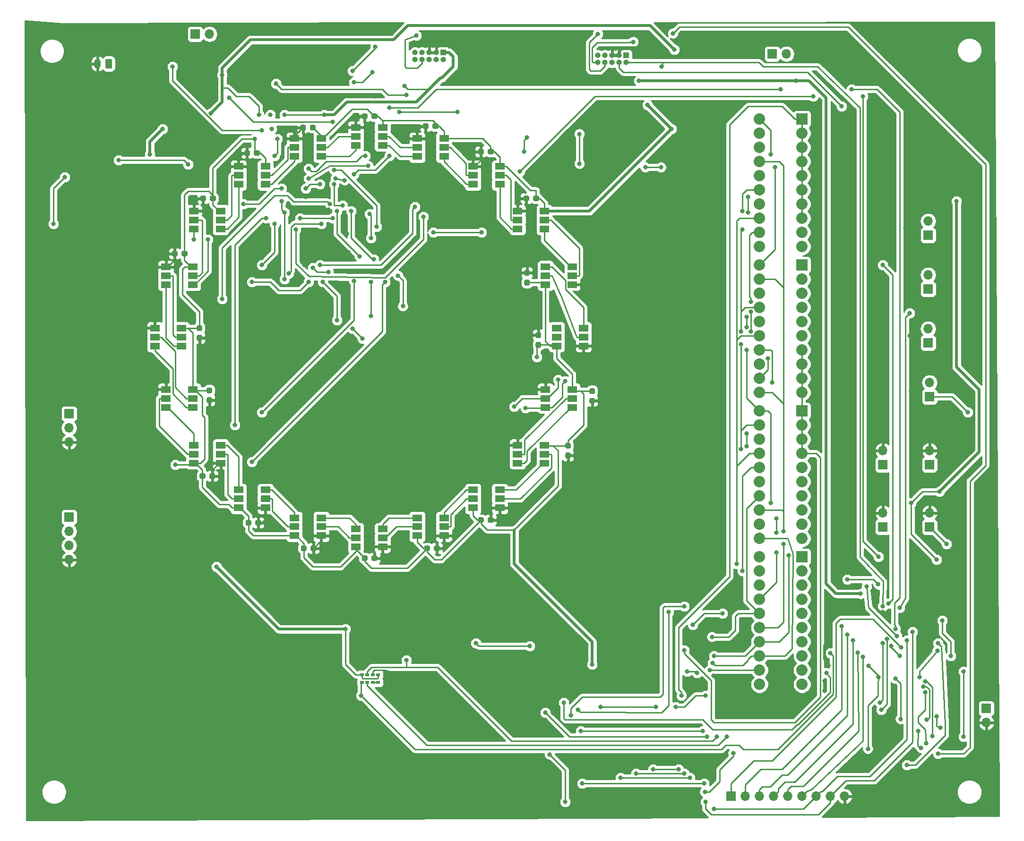
<source format=gbr>
G04 #@! TF.GenerationSoftware,KiCad,Pcbnew,(5.1.0)-1*
G04 #@! TF.CreationDate,2019-06-01T08:22:03-04:00*
G04 #@! TF.ProjectId,CommandCenter_KICAD,436f6d6d-616e-4644-9365-6e7465725f4b,rev?*
G04 #@! TF.SameCoordinates,Original*
G04 #@! TF.FileFunction,Copper,L2,Bot*
G04 #@! TF.FilePolarity,Positive*
%FSLAX46Y46*%
G04 Gerber Fmt 4.6, Leading zero omitted, Abs format (unit mm)*
G04 Created by KiCad (PCBNEW (5.1.0)-1) date 2019-06-01 08:22:03*
%MOMM*%
%LPD*%
G04 APERTURE LIST*
%ADD10R,2.032000X2.032000*%
%ADD11C,2.032000*%
%ADD12R,1.700000X1.700000*%
%ADD13O,1.700000X1.700000*%
%ADD14O,1.000000X1.000000*%
%ADD15R,1.000000X1.000000*%
%ADD16R,0.720000X0.600000*%
%ADD17R,1.800000X1.200000*%
%ADD18C,0.100000*%
%ADD19C,0.950000*%
%ADD20C,1.200000*%
%ADD21O,1.200000X1.750000*%
%ADD22C,0.800000*%
%ADD23C,1.000000*%
%ADD24C,0.250000*%
%ADD25C,0.500000*%
%ADD26C,0.254000*%
G04 APERTURE END LIST*
D10*
X208026000Y-116840000D03*
D11*
X208026000Y-119380000D03*
X208026000Y-121920000D03*
X208026000Y-124460000D03*
X200406000Y-134620000D03*
X200406000Y-132080000D03*
X200406000Y-129540000D03*
X200406000Y-127000000D03*
X208026000Y-127000000D03*
X208026000Y-129540000D03*
X208026000Y-132080000D03*
X208026000Y-134620000D03*
X200406000Y-137160000D03*
X200406000Y-139700000D03*
X208026000Y-139700000D03*
X208026000Y-137160000D03*
X200406000Y-124460000D03*
X200406000Y-121920000D03*
X200406000Y-119380000D03*
X200406000Y-116840000D03*
X200406000Y-38354000D03*
X200406000Y-40894000D03*
X200406000Y-43434000D03*
X200406000Y-45974000D03*
X208026000Y-58674000D03*
X208026000Y-61214000D03*
X200406000Y-61214000D03*
X200406000Y-58674000D03*
X208026000Y-56134000D03*
X208026000Y-53594000D03*
X208026000Y-51054000D03*
X208026000Y-48514000D03*
X200406000Y-48514000D03*
X200406000Y-51054000D03*
X200406000Y-53594000D03*
X200406000Y-56134000D03*
X208026000Y-45974000D03*
X208026000Y-43434000D03*
X208026000Y-40894000D03*
D10*
X208026000Y-38354000D03*
X208026000Y-64516000D03*
D11*
X208026000Y-67056000D03*
X208026000Y-69596000D03*
X208026000Y-72136000D03*
X200406000Y-82296000D03*
X200406000Y-79756000D03*
X200406000Y-77216000D03*
X200406000Y-74676000D03*
X208026000Y-74676000D03*
X208026000Y-77216000D03*
X208026000Y-79756000D03*
X208026000Y-82296000D03*
X200406000Y-84836000D03*
X200406000Y-87376000D03*
X208026000Y-87376000D03*
X208026000Y-84836000D03*
X200406000Y-72136000D03*
X200406000Y-69596000D03*
X200406000Y-67056000D03*
X200406000Y-64516000D03*
X200406000Y-90678000D03*
X200406000Y-93218000D03*
X200406000Y-95758000D03*
X200406000Y-98298000D03*
X208026000Y-110998000D03*
X208026000Y-113538000D03*
X200406000Y-113538000D03*
X200406000Y-110998000D03*
X208026000Y-108458000D03*
X208026000Y-105918000D03*
X208026000Y-103378000D03*
X208026000Y-100838000D03*
X200406000Y-100838000D03*
X200406000Y-103378000D03*
X200406000Y-105918000D03*
X200406000Y-108458000D03*
X208026000Y-98298000D03*
X208026000Y-95758000D03*
X208026000Y-93218000D03*
D10*
X208026000Y-90678000D03*
D12*
X76708000Y-109728000D03*
D13*
X76708000Y-112268000D03*
X76708000Y-114808000D03*
X76708000Y-117348000D03*
D14*
X138684000Y-26416000D03*
X138684000Y-27686000D03*
X139954000Y-26416000D03*
X139954000Y-27686000D03*
X141224000Y-26416000D03*
X141224000Y-27686000D03*
X142494000Y-26416000D03*
X142494000Y-27686000D03*
D15*
X143764000Y-26416000D03*
D14*
X143764000Y-27686000D03*
D12*
X76708000Y-91186000D03*
D13*
X76708000Y-93726000D03*
X76708000Y-96266000D03*
X205232000Y-26670000D03*
D12*
X202692000Y-26670000D03*
X99314000Y-23114000D03*
D13*
X101854000Y-23114000D03*
X230886000Y-85598000D03*
D12*
X230886000Y-88138000D03*
X230632000Y-78486000D03*
D13*
X230632000Y-75946000D03*
D12*
X230632000Y-68834000D03*
D13*
X230632000Y-66294000D03*
X230632000Y-56642000D03*
D12*
X230632000Y-59182000D03*
X241046000Y-144018000D03*
D13*
X241046000Y-146558000D03*
D12*
X230886000Y-111506000D03*
D13*
X230886000Y-108966000D03*
X222504000Y-108966000D03*
D12*
X222504000Y-111506000D03*
D14*
X176530000Y-28194000D03*
D15*
X176530000Y-26924000D03*
D14*
X175260000Y-28194000D03*
X175260000Y-26924000D03*
X173990000Y-28194000D03*
X173990000Y-26924000D03*
X172720000Y-28194000D03*
X172720000Y-26924000D03*
X171450000Y-28194000D03*
X171450000Y-26924000D03*
D12*
X195326000Y-159766000D03*
D13*
X197866000Y-159766000D03*
X200406000Y-159766000D03*
X202946000Y-159766000D03*
X205486000Y-159766000D03*
X208026000Y-159766000D03*
X210566000Y-159766000D03*
X213106000Y-159766000D03*
X215646000Y-159766000D03*
D16*
X129170000Y-139384000D03*
X130140000Y-139384000D03*
X131110000Y-139384000D03*
X132080000Y-139384000D03*
X132080000Y-137984000D03*
X131110000Y-137984000D03*
X130140000Y-137984000D03*
X129170000Y-137984000D03*
D17*
X162084000Y-86848000D03*
X166884000Y-86848000D03*
X166884000Y-88448000D03*
X162084000Y-88448000D03*
X162084000Y-90048000D03*
X166884000Y-90048000D03*
X157084000Y-96848000D03*
X161884000Y-96848000D03*
X161884000Y-98448000D03*
X157084000Y-98448000D03*
X157084000Y-100048000D03*
X161884000Y-100048000D03*
X153884000Y-108048000D03*
X149084000Y-108048000D03*
X149084000Y-106448000D03*
X153884000Y-106448000D03*
X153884000Y-104848000D03*
X149084000Y-104848000D03*
X143884000Y-113048000D03*
X139084000Y-113048000D03*
X139084000Y-111448000D03*
X143884000Y-111448000D03*
X143884000Y-109848000D03*
X139084000Y-109848000D03*
X128084000Y-111848000D03*
X132884000Y-111848000D03*
X132884000Y-113448000D03*
X128084000Y-113448000D03*
X128084000Y-115048000D03*
X132884000Y-115048000D03*
X121884000Y-113048000D03*
X117084000Y-113048000D03*
X117084000Y-111448000D03*
X121884000Y-111448000D03*
X121884000Y-109848000D03*
X117084000Y-109848000D03*
X111884000Y-108048000D03*
X107084000Y-108048000D03*
X107084000Y-106448000D03*
X111884000Y-106448000D03*
X111884000Y-104848000D03*
X107084000Y-104848000D03*
X103884000Y-100048000D03*
X99084000Y-100048000D03*
X99084000Y-98448000D03*
X103884000Y-98448000D03*
X103884000Y-96848000D03*
X99084000Y-96848000D03*
X98884000Y-90048000D03*
X94084000Y-90048000D03*
X94084000Y-88448000D03*
X98884000Y-88448000D03*
X98884000Y-86848000D03*
X94084000Y-86848000D03*
X96884000Y-79048000D03*
X92084000Y-79048000D03*
X92084000Y-77448000D03*
X96884000Y-77448000D03*
X96884000Y-75848000D03*
X92084000Y-75848000D03*
X98884000Y-68048000D03*
X94084000Y-68048000D03*
X94084000Y-66448000D03*
X98884000Y-66448000D03*
X98884000Y-64848000D03*
X94084000Y-64848000D03*
X103884000Y-58048000D03*
X99084000Y-58048000D03*
X99084000Y-56448000D03*
X103884000Y-56448000D03*
X103884000Y-54848000D03*
X99084000Y-54848000D03*
X107084000Y-46848000D03*
X111884000Y-46848000D03*
X111884000Y-48448000D03*
X107084000Y-48448000D03*
X107084000Y-50048000D03*
X111884000Y-50048000D03*
X121884000Y-45048000D03*
X117084000Y-45048000D03*
X117084000Y-43448000D03*
X121884000Y-43448000D03*
X121884000Y-41848000D03*
X117084000Y-41848000D03*
X132884000Y-43048000D03*
X128084000Y-43048000D03*
X128084000Y-41448000D03*
X132884000Y-41448000D03*
X132884000Y-39848000D03*
X128084000Y-39848000D03*
X139084000Y-41848000D03*
X143884000Y-41848000D03*
X143884000Y-43448000D03*
X139084000Y-43448000D03*
X139084000Y-45048000D03*
X143884000Y-45048000D03*
X153884000Y-50048000D03*
X149084000Y-50048000D03*
X149084000Y-48448000D03*
X153884000Y-48448000D03*
X153884000Y-46848000D03*
X149084000Y-46848000D03*
X157084000Y-54848000D03*
X161884000Y-54848000D03*
X161884000Y-56448000D03*
X157084000Y-56448000D03*
X157084000Y-58048000D03*
X161884000Y-58048000D03*
X162084000Y-64848000D03*
X166884000Y-64848000D03*
X166884000Y-66448000D03*
X162084000Y-66448000D03*
X162084000Y-68048000D03*
X166884000Y-68048000D03*
X164084000Y-75848000D03*
X168884000Y-75848000D03*
X168884000Y-77448000D03*
X164084000Y-77448000D03*
X164084000Y-79048000D03*
X168884000Y-79048000D03*
D18*
G36*
X102114779Y-88235144D02*
G01*
X102137834Y-88238563D01*
X102160443Y-88244227D01*
X102182387Y-88252079D01*
X102203457Y-88262044D01*
X102223448Y-88274026D01*
X102242168Y-88287910D01*
X102259438Y-88303562D01*
X102275090Y-88320832D01*
X102288974Y-88339552D01*
X102300956Y-88359543D01*
X102310921Y-88380613D01*
X102318773Y-88402557D01*
X102324437Y-88425166D01*
X102327856Y-88448221D01*
X102329000Y-88471500D01*
X102329000Y-89046500D01*
X102327856Y-89069779D01*
X102324437Y-89092834D01*
X102318773Y-89115443D01*
X102310921Y-89137387D01*
X102300956Y-89158457D01*
X102288974Y-89178448D01*
X102275090Y-89197168D01*
X102259438Y-89214438D01*
X102242168Y-89230090D01*
X102223448Y-89243974D01*
X102203457Y-89255956D01*
X102182387Y-89265921D01*
X102160443Y-89273773D01*
X102137834Y-89279437D01*
X102114779Y-89282856D01*
X102091500Y-89284000D01*
X101616500Y-89284000D01*
X101593221Y-89282856D01*
X101570166Y-89279437D01*
X101547557Y-89273773D01*
X101525613Y-89265921D01*
X101504543Y-89255956D01*
X101484552Y-89243974D01*
X101465832Y-89230090D01*
X101448562Y-89214438D01*
X101432910Y-89197168D01*
X101419026Y-89178448D01*
X101407044Y-89158457D01*
X101397079Y-89137387D01*
X101389227Y-89115443D01*
X101383563Y-89092834D01*
X101380144Y-89069779D01*
X101379000Y-89046500D01*
X101379000Y-88471500D01*
X101380144Y-88448221D01*
X101383563Y-88425166D01*
X101389227Y-88402557D01*
X101397079Y-88380613D01*
X101407044Y-88359543D01*
X101419026Y-88339552D01*
X101432910Y-88320832D01*
X101448562Y-88303562D01*
X101465832Y-88287910D01*
X101484552Y-88274026D01*
X101504543Y-88262044D01*
X101525613Y-88252079D01*
X101547557Y-88244227D01*
X101570166Y-88238563D01*
X101593221Y-88235144D01*
X101616500Y-88234000D01*
X102091500Y-88234000D01*
X102114779Y-88235144D01*
X102114779Y-88235144D01*
G37*
D19*
X101854000Y-88759000D03*
D18*
G36*
X102114779Y-86485144D02*
G01*
X102137834Y-86488563D01*
X102160443Y-86494227D01*
X102182387Y-86502079D01*
X102203457Y-86512044D01*
X102223448Y-86524026D01*
X102242168Y-86537910D01*
X102259438Y-86553562D01*
X102275090Y-86570832D01*
X102288974Y-86589552D01*
X102300956Y-86609543D01*
X102310921Y-86630613D01*
X102318773Y-86652557D01*
X102324437Y-86675166D01*
X102327856Y-86698221D01*
X102329000Y-86721500D01*
X102329000Y-87296500D01*
X102327856Y-87319779D01*
X102324437Y-87342834D01*
X102318773Y-87365443D01*
X102310921Y-87387387D01*
X102300956Y-87408457D01*
X102288974Y-87428448D01*
X102275090Y-87447168D01*
X102259438Y-87464438D01*
X102242168Y-87480090D01*
X102223448Y-87493974D01*
X102203457Y-87505956D01*
X102182387Y-87515921D01*
X102160443Y-87523773D01*
X102137834Y-87529437D01*
X102114779Y-87532856D01*
X102091500Y-87534000D01*
X101616500Y-87534000D01*
X101593221Y-87532856D01*
X101570166Y-87529437D01*
X101547557Y-87523773D01*
X101525613Y-87515921D01*
X101504543Y-87505956D01*
X101484552Y-87493974D01*
X101465832Y-87480090D01*
X101448562Y-87464438D01*
X101432910Y-87447168D01*
X101419026Y-87428448D01*
X101407044Y-87408457D01*
X101397079Y-87387387D01*
X101389227Y-87365443D01*
X101383563Y-87342834D01*
X101380144Y-87319779D01*
X101379000Y-87296500D01*
X101379000Y-86721500D01*
X101380144Y-86698221D01*
X101383563Y-86675166D01*
X101389227Y-86652557D01*
X101397079Y-86630613D01*
X101407044Y-86609543D01*
X101419026Y-86589552D01*
X101432910Y-86570832D01*
X101448562Y-86553562D01*
X101465832Y-86537910D01*
X101484552Y-86524026D01*
X101504543Y-86512044D01*
X101525613Y-86502079D01*
X101547557Y-86494227D01*
X101570166Y-86488563D01*
X101593221Y-86485144D01*
X101616500Y-86484000D01*
X102091500Y-86484000D01*
X102114779Y-86485144D01*
X102114779Y-86485144D01*
G37*
D19*
X101854000Y-87009000D03*
D18*
G36*
X131741779Y-116620144D02*
G01*
X131764834Y-116623563D01*
X131787443Y-116629227D01*
X131809387Y-116637079D01*
X131830457Y-116647044D01*
X131850448Y-116659026D01*
X131869168Y-116672910D01*
X131886438Y-116688562D01*
X131902090Y-116705832D01*
X131915974Y-116724552D01*
X131927956Y-116744543D01*
X131937921Y-116765613D01*
X131945773Y-116787557D01*
X131951437Y-116810166D01*
X131954856Y-116833221D01*
X131956000Y-116856500D01*
X131956000Y-117331500D01*
X131954856Y-117354779D01*
X131951437Y-117377834D01*
X131945773Y-117400443D01*
X131937921Y-117422387D01*
X131927956Y-117443457D01*
X131915974Y-117463448D01*
X131902090Y-117482168D01*
X131886438Y-117499438D01*
X131869168Y-117515090D01*
X131850448Y-117528974D01*
X131830457Y-117540956D01*
X131809387Y-117550921D01*
X131787443Y-117558773D01*
X131764834Y-117564437D01*
X131741779Y-117567856D01*
X131718500Y-117569000D01*
X131143500Y-117569000D01*
X131120221Y-117567856D01*
X131097166Y-117564437D01*
X131074557Y-117558773D01*
X131052613Y-117550921D01*
X131031543Y-117540956D01*
X131011552Y-117528974D01*
X130992832Y-117515090D01*
X130975562Y-117499438D01*
X130959910Y-117482168D01*
X130946026Y-117463448D01*
X130934044Y-117443457D01*
X130924079Y-117422387D01*
X130916227Y-117400443D01*
X130910563Y-117377834D01*
X130907144Y-117354779D01*
X130906000Y-117331500D01*
X130906000Y-116856500D01*
X130907144Y-116833221D01*
X130910563Y-116810166D01*
X130916227Y-116787557D01*
X130924079Y-116765613D01*
X130934044Y-116744543D01*
X130946026Y-116724552D01*
X130959910Y-116705832D01*
X130975562Y-116688562D01*
X130992832Y-116672910D01*
X131011552Y-116659026D01*
X131031543Y-116647044D01*
X131052613Y-116637079D01*
X131074557Y-116629227D01*
X131097166Y-116623563D01*
X131120221Y-116620144D01*
X131143500Y-116619000D01*
X131718500Y-116619000D01*
X131741779Y-116620144D01*
X131741779Y-116620144D01*
G37*
D19*
X131431000Y-117094000D03*
D18*
G36*
X129991779Y-116620144D02*
G01*
X130014834Y-116623563D01*
X130037443Y-116629227D01*
X130059387Y-116637079D01*
X130080457Y-116647044D01*
X130100448Y-116659026D01*
X130119168Y-116672910D01*
X130136438Y-116688562D01*
X130152090Y-116705832D01*
X130165974Y-116724552D01*
X130177956Y-116744543D01*
X130187921Y-116765613D01*
X130195773Y-116787557D01*
X130201437Y-116810166D01*
X130204856Y-116833221D01*
X130206000Y-116856500D01*
X130206000Y-117331500D01*
X130204856Y-117354779D01*
X130201437Y-117377834D01*
X130195773Y-117400443D01*
X130187921Y-117422387D01*
X130177956Y-117443457D01*
X130165974Y-117463448D01*
X130152090Y-117482168D01*
X130136438Y-117499438D01*
X130119168Y-117515090D01*
X130100448Y-117528974D01*
X130080457Y-117540956D01*
X130059387Y-117550921D01*
X130037443Y-117558773D01*
X130014834Y-117564437D01*
X129991779Y-117567856D01*
X129968500Y-117569000D01*
X129393500Y-117569000D01*
X129370221Y-117567856D01*
X129347166Y-117564437D01*
X129324557Y-117558773D01*
X129302613Y-117550921D01*
X129281543Y-117540956D01*
X129261552Y-117528974D01*
X129242832Y-117515090D01*
X129225562Y-117499438D01*
X129209910Y-117482168D01*
X129196026Y-117463448D01*
X129184044Y-117443457D01*
X129174079Y-117422387D01*
X129166227Y-117400443D01*
X129160563Y-117377834D01*
X129157144Y-117354779D01*
X129156000Y-117331500D01*
X129156000Y-116856500D01*
X129157144Y-116833221D01*
X129160563Y-116810166D01*
X129166227Y-116787557D01*
X129174079Y-116765613D01*
X129184044Y-116744543D01*
X129196026Y-116724552D01*
X129209910Y-116705832D01*
X129225562Y-116688562D01*
X129242832Y-116672910D01*
X129261552Y-116659026D01*
X129281543Y-116647044D01*
X129302613Y-116637079D01*
X129324557Y-116629227D01*
X129347166Y-116623563D01*
X129370221Y-116620144D01*
X129393500Y-116619000D01*
X129968500Y-116619000D01*
X129991779Y-116620144D01*
X129991779Y-116620144D01*
G37*
D19*
X129681000Y-117094000D03*
D18*
G36*
X170694779Y-88348144D02*
G01*
X170717834Y-88351563D01*
X170740443Y-88357227D01*
X170762387Y-88365079D01*
X170783457Y-88375044D01*
X170803448Y-88387026D01*
X170822168Y-88400910D01*
X170839438Y-88416562D01*
X170855090Y-88433832D01*
X170868974Y-88452552D01*
X170880956Y-88472543D01*
X170890921Y-88493613D01*
X170898773Y-88515557D01*
X170904437Y-88538166D01*
X170907856Y-88561221D01*
X170909000Y-88584500D01*
X170909000Y-89159500D01*
X170907856Y-89182779D01*
X170904437Y-89205834D01*
X170898773Y-89228443D01*
X170890921Y-89250387D01*
X170880956Y-89271457D01*
X170868974Y-89291448D01*
X170855090Y-89310168D01*
X170839438Y-89327438D01*
X170822168Y-89343090D01*
X170803448Y-89356974D01*
X170783457Y-89368956D01*
X170762387Y-89378921D01*
X170740443Y-89386773D01*
X170717834Y-89392437D01*
X170694779Y-89395856D01*
X170671500Y-89397000D01*
X170196500Y-89397000D01*
X170173221Y-89395856D01*
X170150166Y-89392437D01*
X170127557Y-89386773D01*
X170105613Y-89378921D01*
X170084543Y-89368956D01*
X170064552Y-89356974D01*
X170045832Y-89343090D01*
X170028562Y-89327438D01*
X170012910Y-89310168D01*
X169999026Y-89291448D01*
X169987044Y-89271457D01*
X169977079Y-89250387D01*
X169969227Y-89228443D01*
X169963563Y-89205834D01*
X169960144Y-89182779D01*
X169959000Y-89159500D01*
X169959000Y-88584500D01*
X169960144Y-88561221D01*
X169963563Y-88538166D01*
X169969227Y-88515557D01*
X169977079Y-88493613D01*
X169987044Y-88472543D01*
X169999026Y-88452552D01*
X170012910Y-88433832D01*
X170028562Y-88416562D01*
X170045832Y-88400910D01*
X170064552Y-88387026D01*
X170084543Y-88375044D01*
X170105613Y-88365079D01*
X170127557Y-88357227D01*
X170150166Y-88351563D01*
X170173221Y-88348144D01*
X170196500Y-88347000D01*
X170671500Y-88347000D01*
X170694779Y-88348144D01*
X170694779Y-88348144D01*
G37*
D19*
X170434000Y-88872000D03*
D18*
G36*
X170694779Y-86598144D02*
G01*
X170717834Y-86601563D01*
X170740443Y-86607227D01*
X170762387Y-86615079D01*
X170783457Y-86625044D01*
X170803448Y-86637026D01*
X170822168Y-86650910D01*
X170839438Y-86666562D01*
X170855090Y-86683832D01*
X170868974Y-86702552D01*
X170880956Y-86722543D01*
X170890921Y-86743613D01*
X170898773Y-86765557D01*
X170904437Y-86788166D01*
X170907856Y-86811221D01*
X170909000Y-86834500D01*
X170909000Y-87409500D01*
X170907856Y-87432779D01*
X170904437Y-87455834D01*
X170898773Y-87478443D01*
X170890921Y-87500387D01*
X170880956Y-87521457D01*
X170868974Y-87541448D01*
X170855090Y-87560168D01*
X170839438Y-87577438D01*
X170822168Y-87593090D01*
X170803448Y-87606974D01*
X170783457Y-87618956D01*
X170762387Y-87628921D01*
X170740443Y-87636773D01*
X170717834Y-87642437D01*
X170694779Y-87645856D01*
X170671500Y-87647000D01*
X170196500Y-87647000D01*
X170173221Y-87645856D01*
X170150166Y-87642437D01*
X170127557Y-87636773D01*
X170105613Y-87628921D01*
X170084543Y-87618956D01*
X170064552Y-87606974D01*
X170045832Y-87593090D01*
X170028562Y-87577438D01*
X170012910Y-87560168D01*
X169999026Y-87541448D01*
X169987044Y-87521457D01*
X169977079Y-87500387D01*
X169969227Y-87478443D01*
X169963563Y-87455834D01*
X169960144Y-87432779D01*
X169959000Y-87409500D01*
X169959000Y-86834500D01*
X169960144Y-86811221D01*
X169963563Y-86788166D01*
X169969227Y-86765557D01*
X169977079Y-86743613D01*
X169987044Y-86722543D01*
X169999026Y-86702552D01*
X170012910Y-86683832D01*
X170028562Y-86666562D01*
X170045832Y-86650910D01*
X170064552Y-86637026D01*
X170084543Y-86625044D01*
X170105613Y-86615079D01*
X170127557Y-86607227D01*
X170150166Y-86601563D01*
X170173221Y-86598144D01*
X170196500Y-86597000D01*
X170671500Y-86597000D01*
X170694779Y-86598144D01*
X170694779Y-86598144D01*
G37*
D19*
X170434000Y-87122000D03*
D18*
G36*
X108909779Y-43976144D02*
G01*
X108932834Y-43979563D01*
X108955443Y-43985227D01*
X108977387Y-43993079D01*
X108998457Y-44003044D01*
X109018448Y-44015026D01*
X109037168Y-44028910D01*
X109054438Y-44044562D01*
X109070090Y-44061832D01*
X109083974Y-44080552D01*
X109095956Y-44100543D01*
X109105921Y-44121613D01*
X109113773Y-44143557D01*
X109119437Y-44166166D01*
X109122856Y-44189221D01*
X109124000Y-44212500D01*
X109124000Y-44687500D01*
X109122856Y-44710779D01*
X109119437Y-44733834D01*
X109113773Y-44756443D01*
X109105921Y-44778387D01*
X109095956Y-44799457D01*
X109083974Y-44819448D01*
X109070090Y-44838168D01*
X109054438Y-44855438D01*
X109037168Y-44871090D01*
X109018448Y-44884974D01*
X108998457Y-44896956D01*
X108977387Y-44906921D01*
X108955443Y-44914773D01*
X108932834Y-44920437D01*
X108909779Y-44923856D01*
X108886500Y-44925000D01*
X108311500Y-44925000D01*
X108288221Y-44923856D01*
X108265166Y-44920437D01*
X108242557Y-44914773D01*
X108220613Y-44906921D01*
X108199543Y-44896956D01*
X108179552Y-44884974D01*
X108160832Y-44871090D01*
X108143562Y-44855438D01*
X108127910Y-44838168D01*
X108114026Y-44819448D01*
X108102044Y-44799457D01*
X108092079Y-44778387D01*
X108084227Y-44756443D01*
X108078563Y-44733834D01*
X108075144Y-44710779D01*
X108074000Y-44687500D01*
X108074000Y-44212500D01*
X108075144Y-44189221D01*
X108078563Y-44166166D01*
X108084227Y-44143557D01*
X108092079Y-44121613D01*
X108102044Y-44100543D01*
X108114026Y-44080552D01*
X108127910Y-44061832D01*
X108143562Y-44044562D01*
X108160832Y-44028910D01*
X108179552Y-44015026D01*
X108199543Y-44003044D01*
X108220613Y-43993079D01*
X108242557Y-43985227D01*
X108265166Y-43979563D01*
X108288221Y-43976144D01*
X108311500Y-43975000D01*
X108886500Y-43975000D01*
X108909779Y-43976144D01*
X108909779Y-43976144D01*
G37*
D19*
X108599000Y-44450000D03*
D18*
G36*
X110659779Y-43976144D02*
G01*
X110682834Y-43979563D01*
X110705443Y-43985227D01*
X110727387Y-43993079D01*
X110748457Y-44003044D01*
X110768448Y-44015026D01*
X110787168Y-44028910D01*
X110804438Y-44044562D01*
X110820090Y-44061832D01*
X110833974Y-44080552D01*
X110845956Y-44100543D01*
X110855921Y-44121613D01*
X110863773Y-44143557D01*
X110869437Y-44166166D01*
X110872856Y-44189221D01*
X110874000Y-44212500D01*
X110874000Y-44687500D01*
X110872856Y-44710779D01*
X110869437Y-44733834D01*
X110863773Y-44756443D01*
X110855921Y-44778387D01*
X110845956Y-44799457D01*
X110833974Y-44819448D01*
X110820090Y-44838168D01*
X110804438Y-44855438D01*
X110787168Y-44871090D01*
X110768448Y-44884974D01*
X110748457Y-44896956D01*
X110727387Y-44906921D01*
X110705443Y-44914773D01*
X110682834Y-44920437D01*
X110659779Y-44923856D01*
X110636500Y-44925000D01*
X110061500Y-44925000D01*
X110038221Y-44923856D01*
X110015166Y-44920437D01*
X109992557Y-44914773D01*
X109970613Y-44906921D01*
X109949543Y-44896956D01*
X109929552Y-44884974D01*
X109910832Y-44871090D01*
X109893562Y-44855438D01*
X109877910Y-44838168D01*
X109864026Y-44819448D01*
X109852044Y-44799457D01*
X109842079Y-44778387D01*
X109834227Y-44756443D01*
X109828563Y-44733834D01*
X109825144Y-44710779D01*
X109824000Y-44687500D01*
X109824000Y-44212500D01*
X109825144Y-44189221D01*
X109828563Y-44166166D01*
X109834227Y-44143557D01*
X109842079Y-44121613D01*
X109852044Y-44100543D01*
X109864026Y-44080552D01*
X109877910Y-44061832D01*
X109893562Y-44044562D01*
X109910832Y-44028910D01*
X109929552Y-44015026D01*
X109949543Y-44003044D01*
X109970613Y-43993079D01*
X109992557Y-43985227D01*
X110015166Y-43979563D01*
X110038221Y-43976144D01*
X110061500Y-43975000D01*
X110636500Y-43975000D01*
X110659779Y-43976144D01*
X110659779Y-43976144D01*
G37*
D19*
X110349000Y-44450000D03*
D18*
G36*
X152569779Y-43722144D02*
G01*
X152592834Y-43725563D01*
X152615443Y-43731227D01*
X152637387Y-43739079D01*
X152658457Y-43749044D01*
X152678448Y-43761026D01*
X152697168Y-43774910D01*
X152714438Y-43790562D01*
X152730090Y-43807832D01*
X152743974Y-43826552D01*
X152755956Y-43846543D01*
X152765921Y-43867613D01*
X152773773Y-43889557D01*
X152779437Y-43912166D01*
X152782856Y-43935221D01*
X152784000Y-43958500D01*
X152784000Y-44433500D01*
X152782856Y-44456779D01*
X152779437Y-44479834D01*
X152773773Y-44502443D01*
X152765921Y-44524387D01*
X152755956Y-44545457D01*
X152743974Y-44565448D01*
X152730090Y-44584168D01*
X152714438Y-44601438D01*
X152697168Y-44617090D01*
X152678448Y-44630974D01*
X152658457Y-44642956D01*
X152637387Y-44652921D01*
X152615443Y-44660773D01*
X152592834Y-44666437D01*
X152569779Y-44669856D01*
X152546500Y-44671000D01*
X151971500Y-44671000D01*
X151948221Y-44669856D01*
X151925166Y-44666437D01*
X151902557Y-44660773D01*
X151880613Y-44652921D01*
X151859543Y-44642956D01*
X151839552Y-44630974D01*
X151820832Y-44617090D01*
X151803562Y-44601438D01*
X151787910Y-44584168D01*
X151774026Y-44565448D01*
X151762044Y-44545457D01*
X151752079Y-44524387D01*
X151744227Y-44502443D01*
X151738563Y-44479834D01*
X151735144Y-44456779D01*
X151734000Y-44433500D01*
X151734000Y-43958500D01*
X151735144Y-43935221D01*
X151738563Y-43912166D01*
X151744227Y-43889557D01*
X151752079Y-43867613D01*
X151762044Y-43846543D01*
X151774026Y-43826552D01*
X151787910Y-43807832D01*
X151803562Y-43790562D01*
X151820832Y-43774910D01*
X151839552Y-43761026D01*
X151859543Y-43749044D01*
X151880613Y-43739079D01*
X151902557Y-43731227D01*
X151925166Y-43725563D01*
X151948221Y-43722144D01*
X151971500Y-43721000D01*
X152546500Y-43721000D01*
X152569779Y-43722144D01*
X152569779Y-43722144D01*
G37*
D19*
X152259000Y-44196000D03*
D18*
G36*
X150819779Y-43722144D02*
G01*
X150842834Y-43725563D01*
X150865443Y-43731227D01*
X150887387Y-43739079D01*
X150908457Y-43749044D01*
X150928448Y-43761026D01*
X150947168Y-43774910D01*
X150964438Y-43790562D01*
X150980090Y-43807832D01*
X150993974Y-43826552D01*
X151005956Y-43846543D01*
X151015921Y-43867613D01*
X151023773Y-43889557D01*
X151029437Y-43912166D01*
X151032856Y-43935221D01*
X151034000Y-43958500D01*
X151034000Y-44433500D01*
X151032856Y-44456779D01*
X151029437Y-44479834D01*
X151023773Y-44502443D01*
X151015921Y-44524387D01*
X151005956Y-44545457D01*
X150993974Y-44565448D01*
X150980090Y-44584168D01*
X150964438Y-44601438D01*
X150947168Y-44617090D01*
X150928448Y-44630974D01*
X150908457Y-44642956D01*
X150887387Y-44652921D01*
X150865443Y-44660773D01*
X150842834Y-44666437D01*
X150819779Y-44669856D01*
X150796500Y-44671000D01*
X150221500Y-44671000D01*
X150198221Y-44669856D01*
X150175166Y-44666437D01*
X150152557Y-44660773D01*
X150130613Y-44652921D01*
X150109543Y-44642956D01*
X150089552Y-44630974D01*
X150070832Y-44617090D01*
X150053562Y-44601438D01*
X150037910Y-44584168D01*
X150024026Y-44565448D01*
X150012044Y-44545457D01*
X150002079Y-44524387D01*
X149994227Y-44502443D01*
X149988563Y-44479834D01*
X149985144Y-44456779D01*
X149984000Y-44433500D01*
X149984000Y-43958500D01*
X149985144Y-43935221D01*
X149988563Y-43912166D01*
X149994227Y-43889557D01*
X150002079Y-43867613D01*
X150012044Y-43846543D01*
X150024026Y-43826552D01*
X150037910Y-43807832D01*
X150053562Y-43790562D01*
X150070832Y-43774910D01*
X150089552Y-43761026D01*
X150109543Y-43749044D01*
X150130613Y-43739079D01*
X150152557Y-43731227D01*
X150175166Y-43725563D01*
X150198221Y-43722144D01*
X150221500Y-43721000D01*
X150796500Y-43721000D01*
X150819779Y-43722144D01*
X150819779Y-43722144D01*
G37*
D19*
X150509000Y-44196000D03*
D18*
G36*
X100336779Y-77059144D02*
G01*
X100359834Y-77062563D01*
X100382443Y-77068227D01*
X100404387Y-77076079D01*
X100425457Y-77086044D01*
X100445448Y-77098026D01*
X100464168Y-77111910D01*
X100481438Y-77127562D01*
X100497090Y-77144832D01*
X100510974Y-77163552D01*
X100522956Y-77183543D01*
X100532921Y-77204613D01*
X100540773Y-77226557D01*
X100546437Y-77249166D01*
X100549856Y-77272221D01*
X100551000Y-77295500D01*
X100551000Y-77870500D01*
X100549856Y-77893779D01*
X100546437Y-77916834D01*
X100540773Y-77939443D01*
X100532921Y-77961387D01*
X100522956Y-77982457D01*
X100510974Y-78002448D01*
X100497090Y-78021168D01*
X100481438Y-78038438D01*
X100464168Y-78054090D01*
X100445448Y-78067974D01*
X100425457Y-78079956D01*
X100404387Y-78089921D01*
X100382443Y-78097773D01*
X100359834Y-78103437D01*
X100336779Y-78106856D01*
X100313500Y-78108000D01*
X99838500Y-78108000D01*
X99815221Y-78106856D01*
X99792166Y-78103437D01*
X99769557Y-78097773D01*
X99747613Y-78089921D01*
X99726543Y-78079956D01*
X99706552Y-78067974D01*
X99687832Y-78054090D01*
X99670562Y-78038438D01*
X99654910Y-78021168D01*
X99641026Y-78002448D01*
X99629044Y-77982457D01*
X99619079Y-77961387D01*
X99611227Y-77939443D01*
X99605563Y-77916834D01*
X99602144Y-77893779D01*
X99601000Y-77870500D01*
X99601000Y-77295500D01*
X99602144Y-77272221D01*
X99605563Y-77249166D01*
X99611227Y-77226557D01*
X99619079Y-77204613D01*
X99629044Y-77183543D01*
X99641026Y-77163552D01*
X99654910Y-77144832D01*
X99670562Y-77127562D01*
X99687832Y-77111910D01*
X99706552Y-77098026D01*
X99726543Y-77086044D01*
X99747613Y-77076079D01*
X99769557Y-77068227D01*
X99792166Y-77062563D01*
X99815221Y-77059144D01*
X99838500Y-77058000D01*
X100313500Y-77058000D01*
X100336779Y-77059144D01*
X100336779Y-77059144D01*
G37*
D19*
X100076000Y-77583000D03*
D18*
G36*
X100336779Y-75309144D02*
G01*
X100359834Y-75312563D01*
X100382443Y-75318227D01*
X100404387Y-75326079D01*
X100425457Y-75336044D01*
X100445448Y-75348026D01*
X100464168Y-75361910D01*
X100481438Y-75377562D01*
X100497090Y-75394832D01*
X100510974Y-75413552D01*
X100522956Y-75433543D01*
X100532921Y-75454613D01*
X100540773Y-75476557D01*
X100546437Y-75499166D01*
X100549856Y-75522221D01*
X100551000Y-75545500D01*
X100551000Y-76120500D01*
X100549856Y-76143779D01*
X100546437Y-76166834D01*
X100540773Y-76189443D01*
X100532921Y-76211387D01*
X100522956Y-76232457D01*
X100510974Y-76252448D01*
X100497090Y-76271168D01*
X100481438Y-76288438D01*
X100464168Y-76304090D01*
X100445448Y-76317974D01*
X100425457Y-76329956D01*
X100404387Y-76339921D01*
X100382443Y-76347773D01*
X100359834Y-76353437D01*
X100336779Y-76356856D01*
X100313500Y-76358000D01*
X99838500Y-76358000D01*
X99815221Y-76356856D01*
X99792166Y-76353437D01*
X99769557Y-76347773D01*
X99747613Y-76339921D01*
X99726543Y-76329956D01*
X99706552Y-76317974D01*
X99687832Y-76304090D01*
X99670562Y-76288438D01*
X99654910Y-76271168D01*
X99641026Y-76252448D01*
X99629044Y-76232457D01*
X99619079Y-76211387D01*
X99611227Y-76189443D01*
X99605563Y-76166834D01*
X99602144Y-76143779D01*
X99601000Y-76120500D01*
X99601000Y-75545500D01*
X99602144Y-75522221D01*
X99605563Y-75499166D01*
X99611227Y-75476557D01*
X99619079Y-75454613D01*
X99629044Y-75433543D01*
X99641026Y-75413552D01*
X99654910Y-75394832D01*
X99670562Y-75377562D01*
X99687832Y-75361910D01*
X99706552Y-75348026D01*
X99726543Y-75336044D01*
X99747613Y-75326079D01*
X99769557Y-75318227D01*
X99792166Y-75312563D01*
X99815221Y-75309144D01*
X99838500Y-75308000D01*
X100313500Y-75308000D01*
X100336779Y-75309144D01*
X100336779Y-75309144D01*
G37*
D19*
X100076000Y-75833000D03*
D18*
G36*
X119069779Y-114842144D02*
G01*
X119092834Y-114845563D01*
X119115443Y-114851227D01*
X119137387Y-114859079D01*
X119158457Y-114869044D01*
X119178448Y-114881026D01*
X119197168Y-114894910D01*
X119214438Y-114910562D01*
X119230090Y-114927832D01*
X119243974Y-114946552D01*
X119255956Y-114966543D01*
X119265921Y-114987613D01*
X119273773Y-115009557D01*
X119279437Y-115032166D01*
X119282856Y-115055221D01*
X119284000Y-115078500D01*
X119284000Y-115553500D01*
X119282856Y-115576779D01*
X119279437Y-115599834D01*
X119273773Y-115622443D01*
X119265921Y-115644387D01*
X119255956Y-115665457D01*
X119243974Y-115685448D01*
X119230090Y-115704168D01*
X119214438Y-115721438D01*
X119197168Y-115737090D01*
X119178448Y-115750974D01*
X119158457Y-115762956D01*
X119137387Y-115772921D01*
X119115443Y-115780773D01*
X119092834Y-115786437D01*
X119069779Y-115789856D01*
X119046500Y-115791000D01*
X118471500Y-115791000D01*
X118448221Y-115789856D01*
X118425166Y-115786437D01*
X118402557Y-115780773D01*
X118380613Y-115772921D01*
X118359543Y-115762956D01*
X118339552Y-115750974D01*
X118320832Y-115737090D01*
X118303562Y-115721438D01*
X118287910Y-115704168D01*
X118274026Y-115685448D01*
X118262044Y-115665457D01*
X118252079Y-115644387D01*
X118244227Y-115622443D01*
X118238563Y-115599834D01*
X118235144Y-115576779D01*
X118234000Y-115553500D01*
X118234000Y-115078500D01*
X118235144Y-115055221D01*
X118238563Y-115032166D01*
X118244227Y-115009557D01*
X118252079Y-114987613D01*
X118262044Y-114966543D01*
X118274026Y-114946552D01*
X118287910Y-114927832D01*
X118303562Y-114910562D01*
X118320832Y-114894910D01*
X118339552Y-114881026D01*
X118359543Y-114869044D01*
X118380613Y-114859079D01*
X118402557Y-114851227D01*
X118425166Y-114845563D01*
X118448221Y-114842144D01*
X118471500Y-114841000D01*
X119046500Y-114841000D01*
X119069779Y-114842144D01*
X119069779Y-114842144D01*
G37*
D19*
X118759000Y-115316000D03*
D18*
G36*
X120819779Y-114842144D02*
G01*
X120842834Y-114845563D01*
X120865443Y-114851227D01*
X120887387Y-114859079D01*
X120908457Y-114869044D01*
X120928448Y-114881026D01*
X120947168Y-114894910D01*
X120964438Y-114910562D01*
X120980090Y-114927832D01*
X120993974Y-114946552D01*
X121005956Y-114966543D01*
X121015921Y-114987613D01*
X121023773Y-115009557D01*
X121029437Y-115032166D01*
X121032856Y-115055221D01*
X121034000Y-115078500D01*
X121034000Y-115553500D01*
X121032856Y-115576779D01*
X121029437Y-115599834D01*
X121023773Y-115622443D01*
X121015921Y-115644387D01*
X121005956Y-115665457D01*
X120993974Y-115685448D01*
X120980090Y-115704168D01*
X120964438Y-115721438D01*
X120947168Y-115737090D01*
X120928448Y-115750974D01*
X120908457Y-115762956D01*
X120887387Y-115772921D01*
X120865443Y-115780773D01*
X120842834Y-115786437D01*
X120819779Y-115789856D01*
X120796500Y-115791000D01*
X120221500Y-115791000D01*
X120198221Y-115789856D01*
X120175166Y-115786437D01*
X120152557Y-115780773D01*
X120130613Y-115772921D01*
X120109543Y-115762956D01*
X120089552Y-115750974D01*
X120070832Y-115737090D01*
X120053562Y-115721438D01*
X120037910Y-115704168D01*
X120024026Y-115685448D01*
X120012044Y-115665457D01*
X120002079Y-115644387D01*
X119994227Y-115622443D01*
X119988563Y-115599834D01*
X119985144Y-115576779D01*
X119984000Y-115553500D01*
X119984000Y-115078500D01*
X119985144Y-115055221D01*
X119988563Y-115032166D01*
X119994227Y-115009557D01*
X120002079Y-114987613D01*
X120012044Y-114966543D01*
X120024026Y-114946552D01*
X120037910Y-114927832D01*
X120053562Y-114910562D01*
X120070832Y-114894910D01*
X120089552Y-114881026D01*
X120109543Y-114869044D01*
X120130613Y-114859079D01*
X120152557Y-114851227D01*
X120175166Y-114845563D01*
X120198221Y-114842144D01*
X120221500Y-114841000D01*
X120796500Y-114841000D01*
X120819779Y-114842144D01*
X120819779Y-114842144D01*
G37*
D19*
X120509000Y-115316000D03*
D18*
G36*
X166376779Y-96391144D02*
G01*
X166399834Y-96394563D01*
X166422443Y-96400227D01*
X166444387Y-96408079D01*
X166465457Y-96418044D01*
X166485448Y-96430026D01*
X166504168Y-96443910D01*
X166521438Y-96459562D01*
X166537090Y-96476832D01*
X166550974Y-96495552D01*
X166562956Y-96515543D01*
X166572921Y-96536613D01*
X166580773Y-96558557D01*
X166586437Y-96581166D01*
X166589856Y-96604221D01*
X166591000Y-96627500D01*
X166591000Y-97202500D01*
X166589856Y-97225779D01*
X166586437Y-97248834D01*
X166580773Y-97271443D01*
X166572921Y-97293387D01*
X166562956Y-97314457D01*
X166550974Y-97334448D01*
X166537090Y-97353168D01*
X166521438Y-97370438D01*
X166504168Y-97386090D01*
X166485448Y-97399974D01*
X166465457Y-97411956D01*
X166444387Y-97421921D01*
X166422443Y-97429773D01*
X166399834Y-97435437D01*
X166376779Y-97438856D01*
X166353500Y-97440000D01*
X165878500Y-97440000D01*
X165855221Y-97438856D01*
X165832166Y-97435437D01*
X165809557Y-97429773D01*
X165787613Y-97421921D01*
X165766543Y-97411956D01*
X165746552Y-97399974D01*
X165727832Y-97386090D01*
X165710562Y-97370438D01*
X165694910Y-97353168D01*
X165681026Y-97334448D01*
X165669044Y-97314457D01*
X165659079Y-97293387D01*
X165651227Y-97271443D01*
X165645563Y-97248834D01*
X165642144Y-97225779D01*
X165641000Y-97202500D01*
X165641000Y-96627500D01*
X165642144Y-96604221D01*
X165645563Y-96581166D01*
X165651227Y-96558557D01*
X165659079Y-96536613D01*
X165669044Y-96515543D01*
X165681026Y-96495552D01*
X165694910Y-96476832D01*
X165710562Y-96459562D01*
X165727832Y-96443910D01*
X165746552Y-96430026D01*
X165766543Y-96418044D01*
X165787613Y-96408079D01*
X165809557Y-96400227D01*
X165832166Y-96394563D01*
X165855221Y-96391144D01*
X165878500Y-96390000D01*
X166353500Y-96390000D01*
X166376779Y-96391144D01*
X166376779Y-96391144D01*
G37*
D19*
X166116000Y-96915000D03*
D18*
G36*
X166376779Y-98141144D02*
G01*
X166399834Y-98144563D01*
X166422443Y-98150227D01*
X166444387Y-98158079D01*
X166465457Y-98168044D01*
X166485448Y-98180026D01*
X166504168Y-98193910D01*
X166521438Y-98209562D01*
X166537090Y-98226832D01*
X166550974Y-98245552D01*
X166562956Y-98265543D01*
X166572921Y-98286613D01*
X166580773Y-98308557D01*
X166586437Y-98331166D01*
X166589856Y-98354221D01*
X166591000Y-98377500D01*
X166591000Y-98952500D01*
X166589856Y-98975779D01*
X166586437Y-98998834D01*
X166580773Y-99021443D01*
X166572921Y-99043387D01*
X166562956Y-99064457D01*
X166550974Y-99084448D01*
X166537090Y-99103168D01*
X166521438Y-99120438D01*
X166504168Y-99136090D01*
X166485448Y-99149974D01*
X166465457Y-99161956D01*
X166444387Y-99171921D01*
X166422443Y-99179773D01*
X166399834Y-99185437D01*
X166376779Y-99188856D01*
X166353500Y-99190000D01*
X165878500Y-99190000D01*
X165855221Y-99188856D01*
X165832166Y-99185437D01*
X165809557Y-99179773D01*
X165787613Y-99171921D01*
X165766543Y-99161956D01*
X165746552Y-99149974D01*
X165727832Y-99136090D01*
X165710562Y-99120438D01*
X165694910Y-99103168D01*
X165681026Y-99084448D01*
X165669044Y-99064457D01*
X165659079Y-99043387D01*
X165651227Y-99021443D01*
X165645563Y-98998834D01*
X165642144Y-98975779D01*
X165641000Y-98952500D01*
X165641000Y-98377500D01*
X165642144Y-98354221D01*
X165645563Y-98331166D01*
X165651227Y-98308557D01*
X165659079Y-98286613D01*
X165669044Y-98265543D01*
X165681026Y-98245552D01*
X165694910Y-98226832D01*
X165710562Y-98209562D01*
X165727832Y-98193910D01*
X165746552Y-98180026D01*
X165766543Y-98168044D01*
X165787613Y-98158079D01*
X165809557Y-98150227D01*
X165832166Y-98144563D01*
X165855221Y-98141144D01*
X165878500Y-98140000D01*
X166353500Y-98140000D01*
X166376779Y-98141144D01*
X166376779Y-98141144D01*
G37*
D19*
X166116000Y-98665000D03*
D18*
G36*
X118928779Y-39404144D02*
G01*
X118951834Y-39407563D01*
X118974443Y-39413227D01*
X118996387Y-39421079D01*
X119017457Y-39431044D01*
X119037448Y-39443026D01*
X119056168Y-39456910D01*
X119073438Y-39472562D01*
X119089090Y-39489832D01*
X119102974Y-39508552D01*
X119114956Y-39528543D01*
X119124921Y-39549613D01*
X119132773Y-39571557D01*
X119138437Y-39594166D01*
X119141856Y-39617221D01*
X119143000Y-39640500D01*
X119143000Y-40115500D01*
X119141856Y-40138779D01*
X119138437Y-40161834D01*
X119132773Y-40184443D01*
X119124921Y-40206387D01*
X119114956Y-40227457D01*
X119102974Y-40247448D01*
X119089090Y-40266168D01*
X119073438Y-40283438D01*
X119056168Y-40299090D01*
X119037448Y-40312974D01*
X119017457Y-40324956D01*
X118996387Y-40334921D01*
X118974443Y-40342773D01*
X118951834Y-40348437D01*
X118928779Y-40351856D01*
X118905500Y-40353000D01*
X118330500Y-40353000D01*
X118307221Y-40351856D01*
X118284166Y-40348437D01*
X118261557Y-40342773D01*
X118239613Y-40334921D01*
X118218543Y-40324956D01*
X118198552Y-40312974D01*
X118179832Y-40299090D01*
X118162562Y-40283438D01*
X118146910Y-40266168D01*
X118133026Y-40247448D01*
X118121044Y-40227457D01*
X118111079Y-40206387D01*
X118103227Y-40184443D01*
X118097563Y-40161834D01*
X118094144Y-40138779D01*
X118093000Y-40115500D01*
X118093000Y-39640500D01*
X118094144Y-39617221D01*
X118097563Y-39594166D01*
X118103227Y-39571557D01*
X118111079Y-39549613D01*
X118121044Y-39528543D01*
X118133026Y-39508552D01*
X118146910Y-39489832D01*
X118162562Y-39472562D01*
X118179832Y-39456910D01*
X118198552Y-39443026D01*
X118218543Y-39431044D01*
X118239613Y-39421079D01*
X118261557Y-39413227D01*
X118284166Y-39407563D01*
X118307221Y-39404144D01*
X118330500Y-39403000D01*
X118905500Y-39403000D01*
X118928779Y-39404144D01*
X118928779Y-39404144D01*
G37*
D19*
X118618000Y-39878000D03*
D18*
G36*
X120678779Y-39404144D02*
G01*
X120701834Y-39407563D01*
X120724443Y-39413227D01*
X120746387Y-39421079D01*
X120767457Y-39431044D01*
X120787448Y-39443026D01*
X120806168Y-39456910D01*
X120823438Y-39472562D01*
X120839090Y-39489832D01*
X120852974Y-39508552D01*
X120864956Y-39528543D01*
X120874921Y-39549613D01*
X120882773Y-39571557D01*
X120888437Y-39594166D01*
X120891856Y-39617221D01*
X120893000Y-39640500D01*
X120893000Y-40115500D01*
X120891856Y-40138779D01*
X120888437Y-40161834D01*
X120882773Y-40184443D01*
X120874921Y-40206387D01*
X120864956Y-40227457D01*
X120852974Y-40247448D01*
X120839090Y-40266168D01*
X120823438Y-40283438D01*
X120806168Y-40299090D01*
X120787448Y-40312974D01*
X120767457Y-40324956D01*
X120746387Y-40334921D01*
X120724443Y-40342773D01*
X120701834Y-40348437D01*
X120678779Y-40351856D01*
X120655500Y-40353000D01*
X120080500Y-40353000D01*
X120057221Y-40351856D01*
X120034166Y-40348437D01*
X120011557Y-40342773D01*
X119989613Y-40334921D01*
X119968543Y-40324956D01*
X119948552Y-40312974D01*
X119929832Y-40299090D01*
X119912562Y-40283438D01*
X119896910Y-40266168D01*
X119883026Y-40247448D01*
X119871044Y-40227457D01*
X119861079Y-40206387D01*
X119853227Y-40184443D01*
X119847563Y-40161834D01*
X119844144Y-40138779D01*
X119843000Y-40115500D01*
X119843000Y-39640500D01*
X119844144Y-39617221D01*
X119847563Y-39594166D01*
X119853227Y-39571557D01*
X119861079Y-39549613D01*
X119871044Y-39528543D01*
X119883026Y-39508552D01*
X119896910Y-39489832D01*
X119912562Y-39472562D01*
X119929832Y-39456910D01*
X119948552Y-39443026D01*
X119968543Y-39431044D01*
X119989613Y-39421079D01*
X120011557Y-39413227D01*
X120034166Y-39407563D01*
X120057221Y-39404144D01*
X120080500Y-39403000D01*
X120655500Y-39403000D01*
X120678779Y-39404144D01*
X120678779Y-39404144D01*
G37*
D19*
X120368000Y-39878000D03*
D18*
G36*
X160697779Y-52104144D02*
G01*
X160720834Y-52107563D01*
X160743443Y-52113227D01*
X160765387Y-52121079D01*
X160786457Y-52131044D01*
X160806448Y-52143026D01*
X160825168Y-52156910D01*
X160842438Y-52172562D01*
X160858090Y-52189832D01*
X160871974Y-52208552D01*
X160883956Y-52228543D01*
X160893921Y-52249613D01*
X160901773Y-52271557D01*
X160907437Y-52294166D01*
X160910856Y-52317221D01*
X160912000Y-52340500D01*
X160912000Y-52815500D01*
X160910856Y-52838779D01*
X160907437Y-52861834D01*
X160901773Y-52884443D01*
X160893921Y-52906387D01*
X160883956Y-52927457D01*
X160871974Y-52947448D01*
X160858090Y-52966168D01*
X160842438Y-52983438D01*
X160825168Y-52999090D01*
X160806448Y-53012974D01*
X160786457Y-53024956D01*
X160765387Y-53034921D01*
X160743443Y-53042773D01*
X160720834Y-53048437D01*
X160697779Y-53051856D01*
X160674500Y-53053000D01*
X160099500Y-53053000D01*
X160076221Y-53051856D01*
X160053166Y-53048437D01*
X160030557Y-53042773D01*
X160008613Y-53034921D01*
X159987543Y-53024956D01*
X159967552Y-53012974D01*
X159948832Y-52999090D01*
X159931562Y-52983438D01*
X159915910Y-52966168D01*
X159902026Y-52947448D01*
X159890044Y-52927457D01*
X159880079Y-52906387D01*
X159872227Y-52884443D01*
X159866563Y-52861834D01*
X159863144Y-52838779D01*
X159862000Y-52815500D01*
X159862000Y-52340500D01*
X159863144Y-52317221D01*
X159866563Y-52294166D01*
X159872227Y-52271557D01*
X159880079Y-52249613D01*
X159890044Y-52228543D01*
X159902026Y-52208552D01*
X159915910Y-52189832D01*
X159931562Y-52172562D01*
X159948832Y-52156910D01*
X159967552Y-52143026D01*
X159987543Y-52131044D01*
X160008613Y-52121079D01*
X160030557Y-52113227D01*
X160053166Y-52107563D01*
X160076221Y-52104144D01*
X160099500Y-52103000D01*
X160674500Y-52103000D01*
X160697779Y-52104144D01*
X160697779Y-52104144D01*
G37*
D19*
X160387000Y-52578000D03*
D18*
G36*
X158947779Y-52104144D02*
G01*
X158970834Y-52107563D01*
X158993443Y-52113227D01*
X159015387Y-52121079D01*
X159036457Y-52131044D01*
X159056448Y-52143026D01*
X159075168Y-52156910D01*
X159092438Y-52172562D01*
X159108090Y-52189832D01*
X159121974Y-52208552D01*
X159133956Y-52228543D01*
X159143921Y-52249613D01*
X159151773Y-52271557D01*
X159157437Y-52294166D01*
X159160856Y-52317221D01*
X159162000Y-52340500D01*
X159162000Y-52815500D01*
X159160856Y-52838779D01*
X159157437Y-52861834D01*
X159151773Y-52884443D01*
X159143921Y-52906387D01*
X159133956Y-52927457D01*
X159121974Y-52947448D01*
X159108090Y-52966168D01*
X159092438Y-52983438D01*
X159075168Y-52999090D01*
X159056448Y-53012974D01*
X159036457Y-53024956D01*
X159015387Y-53034921D01*
X158993443Y-53042773D01*
X158970834Y-53048437D01*
X158947779Y-53051856D01*
X158924500Y-53053000D01*
X158349500Y-53053000D01*
X158326221Y-53051856D01*
X158303166Y-53048437D01*
X158280557Y-53042773D01*
X158258613Y-53034921D01*
X158237543Y-53024956D01*
X158217552Y-53012974D01*
X158198832Y-52999090D01*
X158181562Y-52983438D01*
X158165910Y-52966168D01*
X158152026Y-52947448D01*
X158140044Y-52927457D01*
X158130079Y-52906387D01*
X158122227Y-52884443D01*
X158116563Y-52861834D01*
X158113144Y-52838779D01*
X158112000Y-52815500D01*
X158112000Y-52340500D01*
X158113144Y-52317221D01*
X158116563Y-52294166D01*
X158122227Y-52271557D01*
X158130079Y-52249613D01*
X158140044Y-52228543D01*
X158152026Y-52208552D01*
X158165910Y-52189832D01*
X158181562Y-52172562D01*
X158198832Y-52156910D01*
X158217552Y-52143026D01*
X158237543Y-52131044D01*
X158258613Y-52121079D01*
X158280557Y-52113227D01*
X158303166Y-52107563D01*
X158326221Y-52104144D01*
X158349500Y-52103000D01*
X158924500Y-52103000D01*
X158947779Y-52104144D01*
X158947779Y-52104144D01*
G37*
D19*
X158637000Y-52578000D03*
D18*
G36*
X97705779Y-62010144D02*
G01*
X97728834Y-62013563D01*
X97751443Y-62019227D01*
X97773387Y-62027079D01*
X97794457Y-62037044D01*
X97814448Y-62049026D01*
X97833168Y-62062910D01*
X97850438Y-62078562D01*
X97866090Y-62095832D01*
X97879974Y-62114552D01*
X97891956Y-62134543D01*
X97901921Y-62155613D01*
X97909773Y-62177557D01*
X97915437Y-62200166D01*
X97918856Y-62223221D01*
X97920000Y-62246500D01*
X97920000Y-62721500D01*
X97918856Y-62744779D01*
X97915437Y-62767834D01*
X97909773Y-62790443D01*
X97901921Y-62812387D01*
X97891956Y-62833457D01*
X97879974Y-62853448D01*
X97866090Y-62872168D01*
X97850438Y-62889438D01*
X97833168Y-62905090D01*
X97814448Y-62918974D01*
X97794457Y-62930956D01*
X97773387Y-62940921D01*
X97751443Y-62948773D01*
X97728834Y-62954437D01*
X97705779Y-62957856D01*
X97682500Y-62959000D01*
X97107500Y-62959000D01*
X97084221Y-62957856D01*
X97061166Y-62954437D01*
X97038557Y-62948773D01*
X97016613Y-62940921D01*
X96995543Y-62930956D01*
X96975552Y-62918974D01*
X96956832Y-62905090D01*
X96939562Y-62889438D01*
X96923910Y-62872168D01*
X96910026Y-62853448D01*
X96898044Y-62833457D01*
X96888079Y-62812387D01*
X96880227Y-62790443D01*
X96874563Y-62767834D01*
X96871144Y-62744779D01*
X96870000Y-62721500D01*
X96870000Y-62246500D01*
X96871144Y-62223221D01*
X96874563Y-62200166D01*
X96880227Y-62177557D01*
X96888079Y-62155613D01*
X96898044Y-62134543D01*
X96910026Y-62114552D01*
X96923910Y-62095832D01*
X96939562Y-62078562D01*
X96956832Y-62062910D01*
X96975552Y-62049026D01*
X96995543Y-62037044D01*
X97016613Y-62027079D01*
X97038557Y-62019227D01*
X97061166Y-62013563D01*
X97084221Y-62010144D01*
X97107500Y-62009000D01*
X97682500Y-62009000D01*
X97705779Y-62010144D01*
X97705779Y-62010144D01*
G37*
D19*
X97395000Y-62484000D03*
D18*
G36*
X95955779Y-62010144D02*
G01*
X95978834Y-62013563D01*
X96001443Y-62019227D01*
X96023387Y-62027079D01*
X96044457Y-62037044D01*
X96064448Y-62049026D01*
X96083168Y-62062910D01*
X96100438Y-62078562D01*
X96116090Y-62095832D01*
X96129974Y-62114552D01*
X96141956Y-62134543D01*
X96151921Y-62155613D01*
X96159773Y-62177557D01*
X96165437Y-62200166D01*
X96168856Y-62223221D01*
X96170000Y-62246500D01*
X96170000Y-62721500D01*
X96168856Y-62744779D01*
X96165437Y-62767834D01*
X96159773Y-62790443D01*
X96151921Y-62812387D01*
X96141956Y-62833457D01*
X96129974Y-62853448D01*
X96116090Y-62872168D01*
X96100438Y-62889438D01*
X96083168Y-62905090D01*
X96064448Y-62918974D01*
X96044457Y-62930956D01*
X96023387Y-62940921D01*
X96001443Y-62948773D01*
X95978834Y-62954437D01*
X95955779Y-62957856D01*
X95932500Y-62959000D01*
X95357500Y-62959000D01*
X95334221Y-62957856D01*
X95311166Y-62954437D01*
X95288557Y-62948773D01*
X95266613Y-62940921D01*
X95245543Y-62930956D01*
X95225552Y-62918974D01*
X95206832Y-62905090D01*
X95189562Y-62889438D01*
X95173910Y-62872168D01*
X95160026Y-62853448D01*
X95148044Y-62833457D01*
X95138079Y-62812387D01*
X95130227Y-62790443D01*
X95124563Y-62767834D01*
X95121144Y-62744779D01*
X95120000Y-62721500D01*
X95120000Y-62246500D01*
X95121144Y-62223221D01*
X95124563Y-62200166D01*
X95130227Y-62177557D01*
X95138079Y-62155613D01*
X95148044Y-62134543D01*
X95160026Y-62114552D01*
X95173910Y-62095832D01*
X95189562Y-62078562D01*
X95206832Y-62062910D01*
X95225552Y-62049026D01*
X95245543Y-62037044D01*
X95266613Y-62027079D01*
X95288557Y-62019227D01*
X95311166Y-62013563D01*
X95334221Y-62010144D01*
X95357500Y-62009000D01*
X95932500Y-62009000D01*
X95955779Y-62010144D01*
X95955779Y-62010144D01*
G37*
D19*
X95645000Y-62484000D03*
D18*
G36*
X110913779Y-110270144D02*
G01*
X110936834Y-110273563D01*
X110959443Y-110279227D01*
X110981387Y-110287079D01*
X111002457Y-110297044D01*
X111022448Y-110309026D01*
X111041168Y-110322910D01*
X111058438Y-110338562D01*
X111074090Y-110355832D01*
X111087974Y-110374552D01*
X111099956Y-110394543D01*
X111109921Y-110415613D01*
X111117773Y-110437557D01*
X111123437Y-110460166D01*
X111126856Y-110483221D01*
X111128000Y-110506500D01*
X111128000Y-110981500D01*
X111126856Y-111004779D01*
X111123437Y-111027834D01*
X111117773Y-111050443D01*
X111109921Y-111072387D01*
X111099956Y-111093457D01*
X111087974Y-111113448D01*
X111074090Y-111132168D01*
X111058438Y-111149438D01*
X111041168Y-111165090D01*
X111022448Y-111178974D01*
X111002457Y-111190956D01*
X110981387Y-111200921D01*
X110959443Y-111208773D01*
X110936834Y-111214437D01*
X110913779Y-111217856D01*
X110890500Y-111219000D01*
X110315500Y-111219000D01*
X110292221Y-111217856D01*
X110269166Y-111214437D01*
X110246557Y-111208773D01*
X110224613Y-111200921D01*
X110203543Y-111190956D01*
X110183552Y-111178974D01*
X110164832Y-111165090D01*
X110147562Y-111149438D01*
X110131910Y-111132168D01*
X110118026Y-111113448D01*
X110106044Y-111093457D01*
X110096079Y-111072387D01*
X110088227Y-111050443D01*
X110082563Y-111027834D01*
X110079144Y-111004779D01*
X110078000Y-110981500D01*
X110078000Y-110506500D01*
X110079144Y-110483221D01*
X110082563Y-110460166D01*
X110088227Y-110437557D01*
X110096079Y-110415613D01*
X110106044Y-110394543D01*
X110118026Y-110374552D01*
X110131910Y-110355832D01*
X110147562Y-110338562D01*
X110164832Y-110322910D01*
X110183552Y-110309026D01*
X110203543Y-110297044D01*
X110224613Y-110287079D01*
X110246557Y-110279227D01*
X110269166Y-110273563D01*
X110292221Y-110270144D01*
X110315500Y-110269000D01*
X110890500Y-110269000D01*
X110913779Y-110270144D01*
X110913779Y-110270144D01*
G37*
D19*
X110603000Y-110744000D03*
D18*
G36*
X109163779Y-110270144D02*
G01*
X109186834Y-110273563D01*
X109209443Y-110279227D01*
X109231387Y-110287079D01*
X109252457Y-110297044D01*
X109272448Y-110309026D01*
X109291168Y-110322910D01*
X109308438Y-110338562D01*
X109324090Y-110355832D01*
X109337974Y-110374552D01*
X109349956Y-110394543D01*
X109359921Y-110415613D01*
X109367773Y-110437557D01*
X109373437Y-110460166D01*
X109376856Y-110483221D01*
X109378000Y-110506500D01*
X109378000Y-110981500D01*
X109376856Y-111004779D01*
X109373437Y-111027834D01*
X109367773Y-111050443D01*
X109359921Y-111072387D01*
X109349956Y-111093457D01*
X109337974Y-111113448D01*
X109324090Y-111132168D01*
X109308438Y-111149438D01*
X109291168Y-111165090D01*
X109272448Y-111178974D01*
X109252457Y-111190956D01*
X109231387Y-111200921D01*
X109209443Y-111208773D01*
X109186834Y-111214437D01*
X109163779Y-111217856D01*
X109140500Y-111219000D01*
X108565500Y-111219000D01*
X108542221Y-111217856D01*
X108519166Y-111214437D01*
X108496557Y-111208773D01*
X108474613Y-111200921D01*
X108453543Y-111190956D01*
X108433552Y-111178974D01*
X108414832Y-111165090D01*
X108397562Y-111149438D01*
X108381910Y-111132168D01*
X108368026Y-111113448D01*
X108356044Y-111093457D01*
X108346079Y-111072387D01*
X108338227Y-111050443D01*
X108332563Y-111027834D01*
X108329144Y-111004779D01*
X108328000Y-110981500D01*
X108328000Y-110506500D01*
X108329144Y-110483221D01*
X108332563Y-110460166D01*
X108338227Y-110437557D01*
X108346079Y-110415613D01*
X108356044Y-110394543D01*
X108368026Y-110374552D01*
X108381910Y-110355832D01*
X108397562Y-110338562D01*
X108414832Y-110322910D01*
X108433552Y-110309026D01*
X108453543Y-110297044D01*
X108474613Y-110287079D01*
X108496557Y-110279227D01*
X108519166Y-110273563D01*
X108542221Y-110270144D01*
X108565500Y-110269000D01*
X109140500Y-110269000D01*
X109163779Y-110270144D01*
X109163779Y-110270144D01*
G37*
D19*
X108853000Y-110744000D03*
D18*
G36*
X152569779Y-109762144D02*
G01*
X152592834Y-109765563D01*
X152615443Y-109771227D01*
X152637387Y-109779079D01*
X152658457Y-109789044D01*
X152678448Y-109801026D01*
X152697168Y-109814910D01*
X152714438Y-109830562D01*
X152730090Y-109847832D01*
X152743974Y-109866552D01*
X152755956Y-109886543D01*
X152765921Y-109907613D01*
X152773773Y-109929557D01*
X152779437Y-109952166D01*
X152782856Y-109975221D01*
X152784000Y-109998500D01*
X152784000Y-110473500D01*
X152782856Y-110496779D01*
X152779437Y-110519834D01*
X152773773Y-110542443D01*
X152765921Y-110564387D01*
X152755956Y-110585457D01*
X152743974Y-110605448D01*
X152730090Y-110624168D01*
X152714438Y-110641438D01*
X152697168Y-110657090D01*
X152678448Y-110670974D01*
X152658457Y-110682956D01*
X152637387Y-110692921D01*
X152615443Y-110700773D01*
X152592834Y-110706437D01*
X152569779Y-110709856D01*
X152546500Y-110711000D01*
X151971500Y-110711000D01*
X151948221Y-110709856D01*
X151925166Y-110706437D01*
X151902557Y-110700773D01*
X151880613Y-110692921D01*
X151859543Y-110682956D01*
X151839552Y-110670974D01*
X151820832Y-110657090D01*
X151803562Y-110641438D01*
X151787910Y-110624168D01*
X151774026Y-110605448D01*
X151762044Y-110585457D01*
X151752079Y-110564387D01*
X151744227Y-110542443D01*
X151738563Y-110519834D01*
X151735144Y-110496779D01*
X151734000Y-110473500D01*
X151734000Y-109998500D01*
X151735144Y-109975221D01*
X151738563Y-109952166D01*
X151744227Y-109929557D01*
X151752079Y-109907613D01*
X151762044Y-109886543D01*
X151774026Y-109866552D01*
X151787910Y-109847832D01*
X151803562Y-109830562D01*
X151820832Y-109814910D01*
X151839552Y-109801026D01*
X151859543Y-109789044D01*
X151880613Y-109779079D01*
X151902557Y-109771227D01*
X151925166Y-109765563D01*
X151948221Y-109762144D01*
X151971500Y-109761000D01*
X152546500Y-109761000D01*
X152569779Y-109762144D01*
X152569779Y-109762144D01*
G37*
D19*
X152259000Y-110236000D03*
D18*
G36*
X150819779Y-109762144D02*
G01*
X150842834Y-109765563D01*
X150865443Y-109771227D01*
X150887387Y-109779079D01*
X150908457Y-109789044D01*
X150928448Y-109801026D01*
X150947168Y-109814910D01*
X150964438Y-109830562D01*
X150980090Y-109847832D01*
X150993974Y-109866552D01*
X151005956Y-109886543D01*
X151015921Y-109907613D01*
X151023773Y-109929557D01*
X151029437Y-109952166D01*
X151032856Y-109975221D01*
X151034000Y-109998500D01*
X151034000Y-110473500D01*
X151032856Y-110496779D01*
X151029437Y-110519834D01*
X151023773Y-110542443D01*
X151015921Y-110564387D01*
X151005956Y-110585457D01*
X150993974Y-110605448D01*
X150980090Y-110624168D01*
X150964438Y-110641438D01*
X150947168Y-110657090D01*
X150928448Y-110670974D01*
X150908457Y-110682956D01*
X150887387Y-110692921D01*
X150865443Y-110700773D01*
X150842834Y-110706437D01*
X150819779Y-110709856D01*
X150796500Y-110711000D01*
X150221500Y-110711000D01*
X150198221Y-110709856D01*
X150175166Y-110706437D01*
X150152557Y-110700773D01*
X150130613Y-110692921D01*
X150109543Y-110682956D01*
X150089552Y-110670974D01*
X150070832Y-110657090D01*
X150053562Y-110641438D01*
X150037910Y-110624168D01*
X150024026Y-110605448D01*
X150012044Y-110585457D01*
X150002079Y-110564387D01*
X149994227Y-110542443D01*
X149988563Y-110519834D01*
X149985144Y-110496779D01*
X149984000Y-110473500D01*
X149984000Y-109998500D01*
X149985144Y-109975221D01*
X149988563Y-109952166D01*
X149994227Y-109929557D01*
X150002079Y-109907613D01*
X150012044Y-109886543D01*
X150024026Y-109866552D01*
X150037910Y-109847832D01*
X150053562Y-109830562D01*
X150070832Y-109814910D01*
X150089552Y-109801026D01*
X150109543Y-109789044D01*
X150130613Y-109779079D01*
X150152557Y-109771227D01*
X150175166Y-109765563D01*
X150198221Y-109762144D01*
X150221500Y-109761000D01*
X150796500Y-109761000D01*
X150819779Y-109762144D01*
X150819779Y-109762144D01*
G37*
D19*
X150509000Y-110236000D03*
D18*
G36*
X131741779Y-37372144D02*
G01*
X131764834Y-37375563D01*
X131787443Y-37381227D01*
X131809387Y-37389079D01*
X131830457Y-37399044D01*
X131850448Y-37411026D01*
X131869168Y-37424910D01*
X131886438Y-37440562D01*
X131902090Y-37457832D01*
X131915974Y-37476552D01*
X131927956Y-37496543D01*
X131937921Y-37517613D01*
X131945773Y-37539557D01*
X131951437Y-37562166D01*
X131954856Y-37585221D01*
X131956000Y-37608500D01*
X131956000Y-38083500D01*
X131954856Y-38106779D01*
X131951437Y-38129834D01*
X131945773Y-38152443D01*
X131937921Y-38174387D01*
X131927956Y-38195457D01*
X131915974Y-38215448D01*
X131902090Y-38234168D01*
X131886438Y-38251438D01*
X131869168Y-38267090D01*
X131850448Y-38280974D01*
X131830457Y-38292956D01*
X131809387Y-38302921D01*
X131787443Y-38310773D01*
X131764834Y-38316437D01*
X131741779Y-38319856D01*
X131718500Y-38321000D01*
X131143500Y-38321000D01*
X131120221Y-38319856D01*
X131097166Y-38316437D01*
X131074557Y-38310773D01*
X131052613Y-38302921D01*
X131031543Y-38292956D01*
X131011552Y-38280974D01*
X130992832Y-38267090D01*
X130975562Y-38251438D01*
X130959910Y-38234168D01*
X130946026Y-38215448D01*
X130934044Y-38195457D01*
X130924079Y-38174387D01*
X130916227Y-38152443D01*
X130910563Y-38129834D01*
X130907144Y-38106779D01*
X130906000Y-38083500D01*
X130906000Y-37608500D01*
X130907144Y-37585221D01*
X130910563Y-37562166D01*
X130916227Y-37539557D01*
X130924079Y-37517613D01*
X130934044Y-37496543D01*
X130946026Y-37476552D01*
X130959910Y-37457832D01*
X130975562Y-37440562D01*
X130992832Y-37424910D01*
X131011552Y-37411026D01*
X131031543Y-37399044D01*
X131052613Y-37389079D01*
X131074557Y-37381227D01*
X131097166Y-37375563D01*
X131120221Y-37372144D01*
X131143500Y-37371000D01*
X131718500Y-37371000D01*
X131741779Y-37372144D01*
X131741779Y-37372144D01*
G37*
D19*
X131431000Y-37846000D03*
D18*
G36*
X129991779Y-37372144D02*
G01*
X130014834Y-37375563D01*
X130037443Y-37381227D01*
X130059387Y-37389079D01*
X130080457Y-37399044D01*
X130100448Y-37411026D01*
X130119168Y-37424910D01*
X130136438Y-37440562D01*
X130152090Y-37457832D01*
X130165974Y-37476552D01*
X130177956Y-37496543D01*
X130187921Y-37517613D01*
X130195773Y-37539557D01*
X130201437Y-37562166D01*
X130204856Y-37585221D01*
X130206000Y-37608500D01*
X130206000Y-38083500D01*
X130204856Y-38106779D01*
X130201437Y-38129834D01*
X130195773Y-38152443D01*
X130187921Y-38174387D01*
X130177956Y-38195457D01*
X130165974Y-38215448D01*
X130152090Y-38234168D01*
X130136438Y-38251438D01*
X130119168Y-38267090D01*
X130100448Y-38280974D01*
X130080457Y-38292956D01*
X130059387Y-38302921D01*
X130037443Y-38310773D01*
X130014834Y-38316437D01*
X129991779Y-38319856D01*
X129968500Y-38321000D01*
X129393500Y-38321000D01*
X129370221Y-38319856D01*
X129347166Y-38316437D01*
X129324557Y-38310773D01*
X129302613Y-38302921D01*
X129281543Y-38292956D01*
X129261552Y-38280974D01*
X129242832Y-38267090D01*
X129225562Y-38251438D01*
X129209910Y-38234168D01*
X129196026Y-38215448D01*
X129184044Y-38195457D01*
X129174079Y-38174387D01*
X129166227Y-38152443D01*
X129160563Y-38129834D01*
X129157144Y-38106779D01*
X129156000Y-38083500D01*
X129156000Y-37608500D01*
X129157144Y-37585221D01*
X129160563Y-37562166D01*
X129166227Y-37539557D01*
X129174079Y-37517613D01*
X129184044Y-37496543D01*
X129196026Y-37476552D01*
X129209910Y-37457832D01*
X129225562Y-37440562D01*
X129242832Y-37424910D01*
X129261552Y-37411026D01*
X129281543Y-37399044D01*
X129302613Y-37389079D01*
X129324557Y-37381227D01*
X129347166Y-37375563D01*
X129370221Y-37372144D01*
X129393500Y-37371000D01*
X129968500Y-37371000D01*
X129991779Y-37372144D01*
X129991779Y-37372144D01*
G37*
D19*
X129681000Y-37846000D03*
D18*
G36*
X159010779Y-67153144D02*
G01*
X159033834Y-67156563D01*
X159056443Y-67162227D01*
X159078387Y-67170079D01*
X159099457Y-67180044D01*
X159119448Y-67192026D01*
X159138168Y-67205910D01*
X159155438Y-67221562D01*
X159171090Y-67238832D01*
X159184974Y-67257552D01*
X159196956Y-67277543D01*
X159206921Y-67298613D01*
X159214773Y-67320557D01*
X159220437Y-67343166D01*
X159223856Y-67366221D01*
X159225000Y-67389500D01*
X159225000Y-67964500D01*
X159223856Y-67987779D01*
X159220437Y-68010834D01*
X159214773Y-68033443D01*
X159206921Y-68055387D01*
X159196956Y-68076457D01*
X159184974Y-68096448D01*
X159171090Y-68115168D01*
X159155438Y-68132438D01*
X159138168Y-68148090D01*
X159119448Y-68161974D01*
X159099457Y-68173956D01*
X159078387Y-68183921D01*
X159056443Y-68191773D01*
X159033834Y-68197437D01*
X159010779Y-68200856D01*
X158987500Y-68202000D01*
X158512500Y-68202000D01*
X158489221Y-68200856D01*
X158466166Y-68197437D01*
X158443557Y-68191773D01*
X158421613Y-68183921D01*
X158400543Y-68173956D01*
X158380552Y-68161974D01*
X158361832Y-68148090D01*
X158344562Y-68132438D01*
X158328910Y-68115168D01*
X158315026Y-68096448D01*
X158303044Y-68076457D01*
X158293079Y-68055387D01*
X158285227Y-68033443D01*
X158279563Y-68010834D01*
X158276144Y-67987779D01*
X158275000Y-67964500D01*
X158275000Y-67389500D01*
X158276144Y-67366221D01*
X158279563Y-67343166D01*
X158285227Y-67320557D01*
X158293079Y-67298613D01*
X158303044Y-67277543D01*
X158315026Y-67257552D01*
X158328910Y-67238832D01*
X158344562Y-67221562D01*
X158361832Y-67205910D01*
X158380552Y-67192026D01*
X158400543Y-67180044D01*
X158421613Y-67170079D01*
X158443557Y-67162227D01*
X158466166Y-67156563D01*
X158489221Y-67153144D01*
X158512500Y-67152000D01*
X158987500Y-67152000D01*
X159010779Y-67153144D01*
X159010779Y-67153144D01*
G37*
D19*
X158750000Y-67677000D03*
D18*
G36*
X159010779Y-65403144D02*
G01*
X159033834Y-65406563D01*
X159056443Y-65412227D01*
X159078387Y-65420079D01*
X159099457Y-65430044D01*
X159119448Y-65442026D01*
X159138168Y-65455910D01*
X159155438Y-65471562D01*
X159171090Y-65488832D01*
X159184974Y-65507552D01*
X159196956Y-65527543D01*
X159206921Y-65548613D01*
X159214773Y-65570557D01*
X159220437Y-65593166D01*
X159223856Y-65616221D01*
X159225000Y-65639500D01*
X159225000Y-66214500D01*
X159223856Y-66237779D01*
X159220437Y-66260834D01*
X159214773Y-66283443D01*
X159206921Y-66305387D01*
X159196956Y-66326457D01*
X159184974Y-66346448D01*
X159171090Y-66365168D01*
X159155438Y-66382438D01*
X159138168Y-66398090D01*
X159119448Y-66411974D01*
X159099457Y-66423956D01*
X159078387Y-66433921D01*
X159056443Y-66441773D01*
X159033834Y-66447437D01*
X159010779Y-66450856D01*
X158987500Y-66452000D01*
X158512500Y-66452000D01*
X158489221Y-66450856D01*
X158466166Y-66447437D01*
X158443557Y-66441773D01*
X158421613Y-66433921D01*
X158400543Y-66423956D01*
X158380552Y-66411974D01*
X158361832Y-66398090D01*
X158344562Y-66382438D01*
X158328910Y-66365168D01*
X158315026Y-66346448D01*
X158303044Y-66326457D01*
X158293079Y-66305387D01*
X158285227Y-66283443D01*
X158279563Y-66260834D01*
X158276144Y-66237779D01*
X158275000Y-66214500D01*
X158275000Y-65639500D01*
X158276144Y-65616221D01*
X158279563Y-65593166D01*
X158285227Y-65570557D01*
X158293079Y-65548613D01*
X158303044Y-65527543D01*
X158315026Y-65507552D01*
X158328910Y-65488832D01*
X158344562Y-65471562D01*
X158361832Y-65455910D01*
X158380552Y-65442026D01*
X158400543Y-65430044D01*
X158421613Y-65420079D01*
X158443557Y-65412227D01*
X158466166Y-65406563D01*
X158489221Y-65403144D01*
X158512500Y-65402000D01*
X158987500Y-65402000D01*
X159010779Y-65403144D01*
X159010779Y-65403144D01*
G37*
D19*
X158750000Y-65927000D03*
D18*
G36*
X101035779Y-52104144D02*
G01*
X101058834Y-52107563D01*
X101081443Y-52113227D01*
X101103387Y-52121079D01*
X101124457Y-52131044D01*
X101144448Y-52143026D01*
X101163168Y-52156910D01*
X101180438Y-52172562D01*
X101196090Y-52189832D01*
X101209974Y-52208552D01*
X101221956Y-52228543D01*
X101231921Y-52249613D01*
X101239773Y-52271557D01*
X101245437Y-52294166D01*
X101248856Y-52317221D01*
X101250000Y-52340500D01*
X101250000Y-52815500D01*
X101248856Y-52838779D01*
X101245437Y-52861834D01*
X101239773Y-52884443D01*
X101231921Y-52906387D01*
X101221956Y-52927457D01*
X101209974Y-52947448D01*
X101196090Y-52966168D01*
X101180438Y-52983438D01*
X101163168Y-52999090D01*
X101144448Y-53012974D01*
X101124457Y-53024956D01*
X101103387Y-53034921D01*
X101081443Y-53042773D01*
X101058834Y-53048437D01*
X101035779Y-53051856D01*
X101012500Y-53053000D01*
X100437500Y-53053000D01*
X100414221Y-53051856D01*
X100391166Y-53048437D01*
X100368557Y-53042773D01*
X100346613Y-53034921D01*
X100325543Y-53024956D01*
X100305552Y-53012974D01*
X100286832Y-52999090D01*
X100269562Y-52983438D01*
X100253910Y-52966168D01*
X100240026Y-52947448D01*
X100228044Y-52927457D01*
X100218079Y-52906387D01*
X100210227Y-52884443D01*
X100204563Y-52861834D01*
X100201144Y-52838779D01*
X100200000Y-52815500D01*
X100200000Y-52340500D01*
X100201144Y-52317221D01*
X100204563Y-52294166D01*
X100210227Y-52271557D01*
X100218079Y-52249613D01*
X100228044Y-52228543D01*
X100240026Y-52208552D01*
X100253910Y-52189832D01*
X100269562Y-52172562D01*
X100286832Y-52156910D01*
X100305552Y-52143026D01*
X100325543Y-52131044D01*
X100346613Y-52121079D01*
X100368557Y-52113227D01*
X100391166Y-52107563D01*
X100414221Y-52104144D01*
X100437500Y-52103000D01*
X101012500Y-52103000D01*
X101035779Y-52104144D01*
X101035779Y-52104144D01*
G37*
D19*
X100725000Y-52578000D03*
D18*
G36*
X102785779Y-52104144D02*
G01*
X102808834Y-52107563D01*
X102831443Y-52113227D01*
X102853387Y-52121079D01*
X102874457Y-52131044D01*
X102894448Y-52143026D01*
X102913168Y-52156910D01*
X102930438Y-52172562D01*
X102946090Y-52189832D01*
X102959974Y-52208552D01*
X102971956Y-52228543D01*
X102981921Y-52249613D01*
X102989773Y-52271557D01*
X102995437Y-52294166D01*
X102998856Y-52317221D01*
X103000000Y-52340500D01*
X103000000Y-52815500D01*
X102998856Y-52838779D01*
X102995437Y-52861834D01*
X102989773Y-52884443D01*
X102981921Y-52906387D01*
X102971956Y-52927457D01*
X102959974Y-52947448D01*
X102946090Y-52966168D01*
X102930438Y-52983438D01*
X102913168Y-52999090D01*
X102894448Y-53012974D01*
X102874457Y-53024956D01*
X102853387Y-53034921D01*
X102831443Y-53042773D01*
X102808834Y-53048437D01*
X102785779Y-53051856D01*
X102762500Y-53053000D01*
X102187500Y-53053000D01*
X102164221Y-53051856D01*
X102141166Y-53048437D01*
X102118557Y-53042773D01*
X102096613Y-53034921D01*
X102075543Y-53024956D01*
X102055552Y-53012974D01*
X102036832Y-52999090D01*
X102019562Y-52983438D01*
X102003910Y-52966168D01*
X101990026Y-52947448D01*
X101978044Y-52927457D01*
X101968079Y-52906387D01*
X101960227Y-52884443D01*
X101954563Y-52861834D01*
X101951144Y-52838779D01*
X101950000Y-52815500D01*
X101950000Y-52340500D01*
X101951144Y-52317221D01*
X101954563Y-52294166D01*
X101960227Y-52271557D01*
X101968079Y-52249613D01*
X101978044Y-52228543D01*
X101990026Y-52208552D01*
X102003910Y-52189832D01*
X102019562Y-52172562D01*
X102036832Y-52156910D01*
X102055552Y-52143026D01*
X102075543Y-52131044D01*
X102096613Y-52121079D01*
X102118557Y-52113227D01*
X102141166Y-52107563D01*
X102164221Y-52104144D01*
X102187500Y-52103000D01*
X102762500Y-52103000D01*
X102785779Y-52104144D01*
X102785779Y-52104144D01*
G37*
D19*
X102475000Y-52578000D03*
D18*
G36*
X100922779Y-101888144D02*
G01*
X100945834Y-101891563D01*
X100968443Y-101897227D01*
X100990387Y-101905079D01*
X101011457Y-101915044D01*
X101031448Y-101927026D01*
X101050168Y-101940910D01*
X101067438Y-101956562D01*
X101083090Y-101973832D01*
X101096974Y-101992552D01*
X101108956Y-102012543D01*
X101118921Y-102033613D01*
X101126773Y-102055557D01*
X101132437Y-102078166D01*
X101135856Y-102101221D01*
X101137000Y-102124500D01*
X101137000Y-102599500D01*
X101135856Y-102622779D01*
X101132437Y-102645834D01*
X101126773Y-102668443D01*
X101118921Y-102690387D01*
X101108956Y-102711457D01*
X101096974Y-102731448D01*
X101083090Y-102750168D01*
X101067438Y-102767438D01*
X101050168Y-102783090D01*
X101031448Y-102796974D01*
X101011457Y-102808956D01*
X100990387Y-102818921D01*
X100968443Y-102826773D01*
X100945834Y-102832437D01*
X100922779Y-102835856D01*
X100899500Y-102837000D01*
X100324500Y-102837000D01*
X100301221Y-102835856D01*
X100278166Y-102832437D01*
X100255557Y-102826773D01*
X100233613Y-102818921D01*
X100212543Y-102808956D01*
X100192552Y-102796974D01*
X100173832Y-102783090D01*
X100156562Y-102767438D01*
X100140910Y-102750168D01*
X100127026Y-102731448D01*
X100115044Y-102711457D01*
X100105079Y-102690387D01*
X100097227Y-102668443D01*
X100091563Y-102645834D01*
X100088144Y-102622779D01*
X100087000Y-102599500D01*
X100087000Y-102124500D01*
X100088144Y-102101221D01*
X100091563Y-102078166D01*
X100097227Y-102055557D01*
X100105079Y-102033613D01*
X100115044Y-102012543D01*
X100127026Y-101992552D01*
X100140910Y-101973832D01*
X100156562Y-101956562D01*
X100173832Y-101940910D01*
X100192552Y-101927026D01*
X100212543Y-101915044D01*
X100233613Y-101905079D01*
X100255557Y-101897227D01*
X100278166Y-101891563D01*
X100301221Y-101888144D01*
X100324500Y-101887000D01*
X100899500Y-101887000D01*
X100922779Y-101888144D01*
X100922779Y-101888144D01*
G37*
D19*
X100612000Y-102362000D03*
D18*
G36*
X102672779Y-101888144D02*
G01*
X102695834Y-101891563D01*
X102718443Y-101897227D01*
X102740387Y-101905079D01*
X102761457Y-101915044D01*
X102781448Y-101927026D01*
X102800168Y-101940910D01*
X102817438Y-101956562D01*
X102833090Y-101973832D01*
X102846974Y-101992552D01*
X102858956Y-102012543D01*
X102868921Y-102033613D01*
X102876773Y-102055557D01*
X102882437Y-102078166D01*
X102885856Y-102101221D01*
X102887000Y-102124500D01*
X102887000Y-102599500D01*
X102885856Y-102622779D01*
X102882437Y-102645834D01*
X102876773Y-102668443D01*
X102868921Y-102690387D01*
X102858956Y-102711457D01*
X102846974Y-102731448D01*
X102833090Y-102750168D01*
X102817438Y-102767438D01*
X102800168Y-102783090D01*
X102781448Y-102796974D01*
X102761457Y-102808956D01*
X102740387Y-102818921D01*
X102718443Y-102826773D01*
X102695834Y-102832437D01*
X102672779Y-102835856D01*
X102649500Y-102837000D01*
X102074500Y-102837000D01*
X102051221Y-102835856D01*
X102028166Y-102832437D01*
X102005557Y-102826773D01*
X101983613Y-102818921D01*
X101962543Y-102808956D01*
X101942552Y-102796974D01*
X101923832Y-102783090D01*
X101906562Y-102767438D01*
X101890910Y-102750168D01*
X101877026Y-102731448D01*
X101865044Y-102711457D01*
X101855079Y-102690387D01*
X101847227Y-102668443D01*
X101841563Y-102645834D01*
X101838144Y-102622779D01*
X101837000Y-102599500D01*
X101837000Y-102124500D01*
X101838144Y-102101221D01*
X101841563Y-102078166D01*
X101847227Y-102055557D01*
X101855079Y-102033613D01*
X101865044Y-102012543D01*
X101877026Y-101992552D01*
X101890910Y-101973832D01*
X101906562Y-101956562D01*
X101923832Y-101940910D01*
X101942552Y-101927026D01*
X101962543Y-101915044D01*
X101983613Y-101905079D01*
X102005557Y-101897227D01*
X102028166Y-101891563D01*
X102051221Y-101888144D01*
X102074500Y-101887000D01*
X102649500Y-101887000D01*
X102672779Y-101888144D01*
X102672779Y-101888144D01*
G37*
D19*
X102362000Y-102362000D03*
D18*
G36*
X141167779Y-114842144D02*
G01*
X141190834Y-114845563D01*
X141213443Y-114851227D01*
X141235387Y-114859079D01*
X141256457Y-114869044D01*
X141276448Y-114881026D01*
X141295168Y-114894910D01*
X141312438Y-114910562D01*
X141328090Y-114927832D01*
X141341974Y-114946552D01*
X141353956Y-114966543D01*
X141363921Y-114987613D01*
X141371773Y-115009557D01*
X141377437Y-115032166D01*
X141380856Y-115055221D01*
X141382000Y-115078500D01*
X141382000Y-115553500D01*
X141380856Y-115576779D01*
X141377437Y-115599834D01*
X141371773Y-115622443D01*
X141363921Y-115644387D01*
X141353956Y-115665457D01*
X141341974Y-115685448D01*
X141328090Y-115704168D01*
X141312438Y-115721438D01*
X141295168Y-115737090D01*
X141276448Y-115750974D01*
X141256457Y-115762956D01*
X141235387Y-115772921D01*
X141213443Y-115780773D01*
X141190834Y-115786437D01*
X141167779Y-115789856D01*
X141144500Y-115791000D01*
X140569500Y-115791000D01*
X140546221Y-115789856D01*
X140523166Y-115786437D01*
X140500557Y-115780773D01*
X140478613Y-115772921D01*
X140457543Y-115762956D01*
X140437552Y-115750974D01*
X140418832Y-115737090D01*
X140401562Y-115721438D01*
X140385910Y-115704168D01*
X140372026Y-115685448D01*
X140360044Y-115665457D01*
X140350079Y-115644387D01*
X140342227Y-115622443D01*
X140336563Y-115599834D01*
X140333144Y-115576779D01*
X140332000Y-115553500D01*
X140332000Y-115078500D01*
X140333144Y-115055221D01*
X140336563Y-115032166D01*
X140342227Y-115009557D01*
X140350079Y-114987613D01*
X140360044Y-114966543D01*
X140372026Y-114946552D01*
X140385910Y-114927832D01*
X140401562Y-114910562D01*
X140418832Y-114894910D01*
X140437552Y-114881026D01*
X140457543Y-114869044D01*
X140478613Y-114859079D01*
X140500557Y-114851227D01*
X140523166Y-114845563D01*
X140546221Y-114842144D01*
X140569500Y-114841000D01*
X141144500Y-114841000D01*
X141167779Y-114842144D01*
X141167779Y-114842144D01*
G37*
D19*
X140857000Y-115316000D03*
D18*
G36*
X142917779Y-114842144D02*
G01*
X142940834Y-114845563D01*
X142963443Y-114851227D01*
X142985387Y-114859079D01*
X143006457Y-114869044D01*
X143026448Y-114881026D01*
X143045168Y-114894910D01*
X143062438Y-114910562D01*
X143078090Y-114927832D01*
X143091974Y-114946552D01*
X143103956Y-114966543D01*
X143113921Y-114987613D01*
X143121773Y-115009557D01*
X143127437Y-115032166D01*
X143130856Y-115055221D01*
X143132000Y-115078500D01*
X143132000Y-115553500D01*
X143130856Y-115576779D01*
X143127437Y-115599834D01*
X143121773Y-115622443D01*
X143113921Y-115644387D01*
X143103956Y-115665457D01*
X143091974Y-115685448D01*
X143078090Y-115704168D01*
X143062438Y-115721438D01*
X143045168Y-115737090D01*
X143026448Y-115750974D01*
X143006457Y-115762956D01*
X142985387Y-115772921D01*
X142963443Y-115780773D01*
X142940834Y-115786437D01*
X142917779Y-115789856D01*
X142894500Y-115791000D01*
X142319500Y-115791000D01*
X142296221Y-115789856D01*
X142273166Y-115786437D01*
X142250557Y-115780773D01*
X142228613Y-115772921D01*
X142207543Y-115762956D01*
X142187552Y-115750974D01*
X142168832Y-115737090D01*
X142151562Y-115721438D01*
X142135910Y-115704168D01*
X142122026Y-115685448D01*
X142110044Y-115665457D01*
X142100079Y-115644387D01*
X142092227Y-115622443D01*
X142086563Y-115599834D01*
X142083144Y-115576779D01*
X142082000Y-115553500D01*
X142082000Y-115078500D01*
X142083144Y-115055221D01*
X142086563Y-115032166D01*
X142092227Y-115009557D01*
X142100079Y-114987613D01*
X142110044Y-114966543D01*
X142122026Y-114946552D01*
X142135910Y-114927832D01*
X142151562Y-114910562D01*
X142168832Y-114894910D01*
X142187552Y-114881026D01*
X142207543Y-114869044D01*
X142228613Y-114859079D01*
X142250557Y-114851227D01*
X142273166Y-114845563D01*
X142296221Y-114842144D01*
X142319500Y-114841000D01*
X142894500Y-114841000D01*
X142917779Y-114842144D01*
X142917779Y-114842144D01*
G37*
D19*
X142607000Y-115316000D03*
D18*
G36*
X140913779Y-39150144D02*
G01*
X140936834Y-39153563D01*
X140959443Y-39159227D01*
X140981387Y-39167079D01*
X141002457Y-39177044D01*
X141022448Y-39189026D01*
X141041168Y-39202910D01*
X141058438Y-39218562D01*
X141074090Y-39235832D01*
X141087974Y-39254552D01*
X141099956Y-39274543D01*
X141109921Y-39295613D01*
X141117773Y-39317557D01*
X141123437Y-39340166D01*
X141126856Y-39363221D01*
X141128000Y-39386500D01*
X141128000Y-39861500D01*
X141126856Y-39884779D01*
X141123437Y-39907834D01*
X141117773Y-39930443D01*
X141109921Y-39952387D01*
X141099956Y-39973457D01*
X141087974Y-39993448D01*
X141074090Y-40012168D01*
X141058438Y-40029438D01*
X141041168Y-40045090D01*
X141022448Y-40058974D01*
X141002457Y-40070956D01*
X140981387Y-40080921D01*
X140959443Y-40088773D01*
X140936834Y-40094437D01*
X140913779Y-40097856D01*
X140890500Y-40099000D01*
X140315500Y-40099000D01*
X140292221Y-40097856D01*
X140269166Y-40094437D01*
X140246557Y-40088773D01*
X140224613Y-40080921D01*
X140203543Y-40070956D01*
X140183552Y-40058974D01*
X140164832Y-40045090D01*
X140147562Y-40029438D01*
X140131910Y-40012168D01*
X140118026Y-39993448D01*
X140106044Y-39973457D01*
X140096079Y-39952387D01*
X140088227Y-39930443D01*
X140082563Y-39907834D01*
X140079144Y-39884779D01*
X140078000Y-39861500D01*
X140078000Y-39386500D01*
X140079144Y-39363221D01*
X140082563Y-39340166D01*
X140088227Y-39317557D01*
X140096079Y-39295613D01*
X140106044Y-39274543D01*
X140118026Y-39254552D01*
X140131910Y-39235832D01*
X140147562Y-39218562D01*
X140164832Y-39202910D01*
X140183552Y-39189026D01*
X140203543Y-39177044D01*
X140224613Y-39167079D01*
X140246557Y-39159227D01*
X140269166Y-39153563D01*
X140292221Y-39150144D01*
X140315500Y-39149000D01*
X140890500Y-39149000D01*
X140913779Y-39150144D01*
X140913779Y-39150144D01*
G37*
D19*
X140603000Y-39624000D03*
D18*
G36*
X142663779Y-39150144D02*
G01*
X142686834Y-39153563D01*
X142709443Y-39159227D01*
X142731387Y-39167079D01*
X142752457Y-39177044D01*
X142772448Y-39189026D01*
X142791168Y-39202910D01*
X142808438Y-39218562D01*
X142824090Y-39235832D01*
X142837974Y-39254552D01*
X142849956Y-39274543D01*
X142859921Y-39295613D01*
X142867773Y-39317557D01*
X142873437Y-39340166D01*
X142876856Y-39363221D01*
X142878000Y-39386500D01*
X142878000Y-39861500D01*
X142876856Y-39884779D01*
X142873437Y-39907834D01*
X142867773Y-39930443D01*
X142859921Y-39952387D01*
X142849956Y-39973457D01*
X142837974Y-39993448D01*
X142824090Y-40012168D01*
X142808438Y-40029438D01*
X142791168Y-40045090D01*
X142772448Y-40058974D01*
X142752457Y-40070956D01*
X142731387Y-40080921D01*
X142709443Y-40088773D01*
X142686834Y-40094437D01*
X142663779Y-40097856D01*
X142640500Y-40099000D01*
X142065500Y-40099000D01*
X142042221Y-40097856D01*
X142019166Y-40094437D01*
X141996557Y-40088773D01*
X141974613Y-40080921D01*
X141953543Y-40070956D01*
X141933552Y-40058974D01*
X141914832Y-40045090D01*
X141897562Y-40029438D01*
X141881910Y-40012168D01*
X141868026Y-39993448D01*
X141856044Y-39973457D01*
X141846079Y-39952387D01*
X141838227Y-39930443D01*
X141832563Y-39907834D01*
X141829144Y-39884779D01*
X141828000Y-39861500D01*
X141828000Y-39386500D01*
X141829144Y-39363221D01*
X141832563Y-39340166D01*
X141838227Y-39317557D01*
X141846079Y-39295613D01*
X141856044Y-39274543D01*
X141868026Y-39254552D01*
X141881910Y-39235832D01*
X141897562Y-39218562D01*
X141914832Y-39202910D01*
X141933552Y-39189026D01*
X141953543Y-39177044D01*
X141974613Y-39167079D01*
X141996557Y-39159227D01*
X142019166Y-39153563D01*
X142042221Y-39150144D01*
X142065500Y-39149000D01*
X142640500Y-39149000D01*
X142663779Y-39150144D01*
X142663779Y-39150144D01*
G37*
D19*
X142353000Y-39624000D03*
D18*
G36*
X161042779Y-78329144D02*
G01*
X161065834Y-78332563D01*
X161088443Y-78338227D01*
X161110387Y-78346079D01*
X161131457Y-78356044D01*
X161151448Y-78368026D01*
X161170168Y-78381910D01*
X161187438Y-78397562D01*
X161203090Y-78414832D01*
X161216974Y-78433552D01*
X161228956Y-78453543D01*
X161238921Y-78474613D01*
X161246773Y-78496557D01*
X161252437Y-78519166D01*
X161255856Y-78542221D01*
X161257000Y-78565500D01*
X161257000Y-79140500D01*
X161255856Y-79163779D01*
X161252437Y-79186834D01*
X161246773Y-79209443D01*
X161238921Y-79231387D01*
X161228956Y-79252457D01*
X161216974Y-79272448D01*
X161203090Y-79291168D01*
X161187438Y-79308438D01*
X161170168Y-79324090D01*
X161151448Y-79337974D01*
X161131457Y-79349956D01*
X161110387Y-79359921D01*
X161088443Y-79367773D01*
X161065834Y-79373437D01*
X161042779Y-79376856D01*
X161019500Y-79378000D01*
X160544500Y-79378000D01*
X160521221Y-79376856D01*
X160498166Y-79373437D01*
X160475557Y-79367773D01*
X160453613Y-79359921D01*
X160432543Y-79349956D01*
X160412552Y-79337974D01*
X160393832Y-79324090D01*
X160376562Y-79308438D01*
X160360910Y-79291168D01*
X160347026Y-79272448D01*
X160335044Y-79252457D01*
X160325079Y-79231387D01*
X160317227Y-79209443D01*
X160311563Y-79186834D01*
X160308144Y-79163779D01*
X160307000Y-79140500D01*
X160307000Y-78565500D01*
X160308144Y-78542221D01*
X160311563Y-78519166D01*
X160317227Y-78496557D01*
X160325079Y-78474613D01*
X160335044Y-78453543D01*
X160347026Y-78433552D01*
X160360910Y-78414832D01*
X160376562Y-78397562D01*
X160393832Y-78381910D01*
X160412552Y-78368026D01*
X160432543Y-78356044D01*
X160453613Y-78346079D01*
X160475557Y-78338227D01*
X160498166Y-78332563D01*
X160521221Y-78329144D01*
X160544500Y-78328000D01*
X161019500Y-78328000D01*
X161042779Y-78329144D01*
X161042779Y-78329144D01*
G37*
D19*
X160782000Y-78853000D03*
D18*
G36*
X161042779Y-76579144D02*
G01*
X161065834Y-76582563D01*
X161088443Y-76588227D01*
X161110387Y-76596079D01*
X161131457Y-76606044D01*
X161151448Y-76618026D01*
X161170168Y-76631910D01*
X161187438Y-76647562D01*
X161203090Y-76664832D01*
X161216974Y-76683552D01*
X161228956Y-76703543D01*
X161238921Y-76724613D01*
X161246773Y-76746557D01*
X161252437Y-76769166D01*
X161255856Y-76792221D01*
X161257000Y-76815500D01*
X161257000Y-77390500D01*
X161255856Y-77413779D01*
X161252437Y-77436834D01*
X161246773Y-77459443D01*
X161238921Y-77481387D01*
X161228956Y-77502457D01*
X161216974Y-77522448D01*
X161203090Y-77541168D01*
X161187438Y-77558438D01*
X161170168Y-77574090D01*
X161151448Y-77587974D01*
X161131457Y-77599956D01*
X161110387Y-77609921D01*
X161088443Y-77617773D01*
X161065834Y-77623437D01*
X161042779Y-77626856D01*
X161019500Y-77628000D01*
X160544500Y-77628000D01*
X160521221Y-77626856D01*
X160498166Y-77623437D01*
X160475557Y-77617773D01*
X160453613Y-77609921D01*
X160432543Y-77599956D01*
X160412552Y-77587974D01*
X160393832Y-77574090D01*
X160376562Y-77558438D01*
X160360910Y-77541168D01*
X160347026Y-77522448D01*
X160335044Y-77502457D01*
X160325079Y-77481387D01*
X160317227Y-77459443D01*
X160311563Y-77436834D01*
X160308144Y-77413779D01*
X160307000Y-77390500D01*
X160307000Y-76815500D01*
X160308144Y-76792221D01*
X160311563Y-76769166D01*
X160317227Y-76746557D01*
X160325079Y-76724613D01*
X160335044Y-76703543D01*
X160347026Y-76683552D01*
X160360910Y-76664832D01*
X160376562Y-76647562D01*
X160393832Y-76631910D01*
X160412552Y-76618026D01*
X160432543Y-76606044D01*
X160453613Y-76596079D01*
X160475557Y-76588227D01*
X160498166Y-76582563D01*
X160521221Y-76579144D01*
X160544500Y-76578000D01*
X161019500Y-76578000D01*
X161042779Y-76579144D01*
X161042779Y-76579144D01*
G37*
D19*
X160782000Y-77103000D03*
D18*
G36*
X84194505Y-27574204D02*
G01*
X84218773Y-27577804D01*
X84242572Y-27583765D01*
X84265671Y-27592030D01*
X84287850Y-27602520D01*
X84308893Y-27615132D01*
X84328599Y-27629747D01*
X84346777Y-27646223D01*
X84363253Y-27664401D01*
X84377868Y-27684107D01*
X84390480Y-27705150D01*
X84400970Y-27727329D01*
X84409235Y-27750428D01*
X84415196Y-27774227D01*
X84418796Y-27798495D01*
X84420000Y-27822999D01*
X84420000Y-29073001D01*
X84418796Y-29097505D01*
X84415196Y-29121773D01*
X84409235Y-29145572D01*
X84400970Y-29168671D01*
X84390480Y-29190850D01*
X84377868Y-29211893D01*
X84363253Y-29231599D01*
X84346777Y-29249777D01*
X84328599Y-29266253D01*
X84308893Y-29280868D01*
X84287850Y-29293480D01*
X84265671Y-29303970D01*
X84242572Y-29312235D01*
X84218773Y-29318196D01*
X84194505Y-29321796D01*
X84170001Y-29323000D01*
X83469999Y-29323000D01*
X83445495Y-29321796D01*
X83421227Y-29318196D01*
X83397428Y-29312235D01*
X83374329Y-29303970D01*
X83352150Y-29293480D01*
X83331107Y-29280868D01*
X83311401Y-29266253D01*
X83293223Y-29249777D01*
X83276747Y-29231599D01*
X83262132Y-29211893D01*
X83249520Y-29190850D01*
X83239030Y-29168671D01*
X83230765Y-29145572D01*
X83224804Y-29121773D01*
X83221204Y-29097505D01*
X83220000Y-29073001D01*
X83220000Y-27822999D01*
X83221204Y-27798495D01*
X83224804Y-27774227D01*
X83230765Y-27750428D01*
X83239030Y-27727329D01*
X83249520Y-27705150D01*
X83262132Y-27684107D01*
X83276747Y-27664401D01*
X83293223Y-27646223D01*
X83311401Y-27629747D01*
X83331107Y-27615132D01*
X83352150Y-27602520D01*
X83374329Y-27592030D01*
X83397428Y-27583765D01*
X83421227Y-27577804D01*
X83445495Y-27574204D01*
X83469999Y-27573000D01*
X84170001Y-27573000D01*
X84194505Y-27574204D01*
X84194505Y-27574204D01*
G37*
D20*
X83820000Y-28448000D03*
D21*
X81820000Y-28448000D03*
D12*
X230886000Y-100330000D03*
D13*
X230886000Y-97790000D03*
X222504000Y-97790000D03*
D12*
X222504000Y-100330000D03*
D22*
X112776000Y-37592000D03*
X113030000Y-40132000D03*
X197358000Y-119380000D03*
X202692000Y-85598000D03*
X198882000Y-76454000D03*
X198882000Y-72898000D03*
X198882000Y-71120000D03*
X202438000Y-44704000D03*
X203454000Y-116078000D03*
X203454000Y-112522000D03*
X203454000Y-109982000D03*
X198120000Y-97028000D03*
X198120000Y-94742000D03*
X201930000Y-81280000D03*
X203200000Y-46990000D03*
X191897000Y-131191000D03*
X204724000Y-114554000D03*
X204724000Y-112268000D03*
X187452000Y-137414000D03*
X189230000Y-137668000D03*
X186436000Y-141732000D03*
X192278000Y-134620000D03*
X205623000Y-116586000D03*
X202438000Y-107188000D03*
X198120000Y-79756000D03*
X198120000Y-75692000D03*
X198374000Y-55118000D03*
X198374000Y-52324000D03*
X198120000Y-73787000D03*
X192024000Y-135890000D03*
X197104000Y-97536000D03*
X197104000Y-78740000D03*
X197104000Y-76454000D03*
X197358000Y-58166000D03*
X197358000Y-54864000D03*
X191516000Y-137160000D03*
X196342000Y-118110000D03*
X186944000Y-133604000D03*
X119126000Y-50800000D03*
X121666000Y-50038000D03*
X107950000Y-53594000D03*
X114808000Y-50800000D03*
X122428000Y-37592000D03*
X115316000Y-37592000D03*
X114046000Y-41910000D03*
X113538000Y-44958000D03*
X123190000Y-65786000D03*
X120396000Y-65024000D03*
X130810000Y-59690000D03*
X130556000Y-55372000D03*
X178816000Y-31496000D03*
X103124000Y-118618000D03*
X126238000Y-129794000D03*
X234696000Y-134620000D03*
X233172000Y-128270000D03*
X227584000Y-107188000D03*
X232664000Y-105156000D03*
X232156000Y-117348000D03*
X219964000Y-136398000D03*
X221742000Y-138430000D03*
X207010000Y-31496000D03*
X235712000Y-53086000D03*
X149606000Y-132334000D03*
X159258000Y-132842000D03*
X122174000Y-67564000D03*
X124714000Y-74422000D03*
X127508000Y-75946000D03*
X129286000Y-77724000D03*
X162812987Y-152269205D03*
X165608000Y-160782000D03*
X229743000Y-140081000D03*
X232156000Y-145415000D03*
X136779000Y-32385000D03*
X219837000Y-151257000D03*
X195706963Y-152014213D03*
X190627000Y-159004000D03*
X136525000Y-71882000D03*
X135636000Y-66421000D03*
X230378000Y-146050000D03*
X232791000Y-147447000D03*
X218528900Y-123469400D03*
D23*
X81534000Y-37084000D03*
X79756000Y-37846000D03*
X79756000Y-40894000D03*
X79756000Y-39370000D03*
X79248000Y-47752000D03*
X82296000Y-44704000D03*
X82296000Y-47752000D03*
X82296000Y-46228000D03*
X79248000Y-44704000D03*
X80772000Y-46228000D03*
X80772000Y-47752000D03*
X79248000Y-46228000D03*
D22*
X210947000Y-61214000D03*
X214122000Y-61214000D03*
X217297000Y-61214000D03*
X220218000Y-64008000D03*
X212471000Y-126619000D03*
X210312000Y-126619000D03*
X103251000Y-43815000D03*
X104140000Y-47625000D03*
X193675000Y-120269000D03*
X195453000Y-122809000D03*
X219583000Y-154813000D03*
X223139000Y-156845000D03*
X175133000Y-31623000D03*
X175133000Y-35814000D03*
X104648000Y-26035000D03*
X107061000Y-28448000D03*
X116586000Y-40132000D03*
X116586000Y-36322000D03*
X89154000Y-32512000D03*
X87630000Y-32512000D03*
D23*
X85344000Y-35560000D03*
X87122000Y-35560000D03*
X88392000Y-35560000D03*
X88646000Y-38608000D03*
X89408000Y-42164000D03*
X89408000Y-40132000D03*
X88138000Y-39878000D03*
D22*
X96520000Y-44450000D03*
X81280000Y-67056000D03*
X113792000Y-34290000D03*
X131572000Y-34290000D03*
X99822000Y-26162000D03*
X98552000Y-26162000D03*
X96774000Y-29972000D03*
X108204000Y-32258000D03*
X122682000Y-58420000D03*
X179578000Y-39624000D03*
X178308000Y-39624000D03*
X75946000Y-73406000D03*
X78486000Y-69850000D03*
X118872000Y-64516000D03*
X132842000Y-60706000D03*
X126492000Y-58928000D03*
X130810000Y-49784000D03*
X119126000Y-52324000D03*
X127000000Y-65786000D03*
X149606000Y-91440000D03*
X159766000Y-146812000D03*
X224536000Y-140208000D03*
X233934000Y-126746000D03*
X226568000Y-57912000D03*
X220472000Y-61722000D03*
X131826000Y-22352000D03*
X114554000Y-21844000D03*
X226822000Y-67818000D03*
X220218000Y-70866000D03*
X221234000Y-80264000D03*
X227330000Y-77216000D03*
X227584000Y-87122000D03*
X220726000Y-89916000D03*
X215900000Y-126746000D03*
X222504000Y-126746000D03*
X218186000Y-125476000D03*
X167386000Y-139700000D03*
X180594000Y-139700000D03*
X116840000Y-79502000D03*
X159258000Y-86106000D03*
X180467000Y-48895000D03*
X187706000Y-51562000D03*
X192151000Y-138176000D03*
X192024000Y-132461000D03*
X190373000Y-42926000D03*
X132080000Y-135001000D03*
X123190000Y-54610000D03*
X115951000Y-53467000D03*
X122809000Y-50546000D03*
X120396000Y-36322000D03*
X125349000Y-63246000D03*
X126746000Y-62230000D03*
X127762000Y-37846000D03*
X127762000Y-34163000D03*
X179197000Y-25654000D03*
X221361000Y-123190000D03*
X133731000Y-137541000D03*
X133985000Y-135382000D03*
X223012000Y-93345000D03*
X227965000Y-93345000D03*
X189992000Y-139573000D03*
X236982000Y-126746000D03*
X240030000Y-126746000D03*
X212725000Y-136398000D03*
X212725000Y-132080000D03*
X212090000Y-139065000D03*
X212090000Y-140843000D03*
X210185000Y-140335000D03*
D23*
X80772000Y-44704000D03*
X81788000Y-41402000D03*
X81788000Y-40132000D03*
X81844445Y-38664445D03*
D22*
X222796100Y-119545100D03*
X91186000Y-44704000D03*
X93472000Y-40132000D03*
X102108000Y-37338000D03*
X104140000Y-30480000D03*
X185166000Y-25908000D03*
X180340000Y-35814000D03*
X184658000Y-40132000D03*
X110744000Y-37592000D03*
X109982000Y-41910000D03*
X95758000Y-100330000D03*
X170434000Y-136144000D03*
X160528000Y-81026000D03*
X130810000Y-73660000D03*
X130810000Y-67564000D03*
X128778000Y-62992000D03*
X124714000Y-54864000D03*
X123952000Y-56134000D03*
X118110000Y-56134000D03*
X112014000Y-56134000D03*
X106426000Y-93218000D03*
X123444000Y-53594000D03*
X104140000Y-70612000D03*
X138938000Y-23368000D03*
X138684000Y-54102000D03*
X121666000Y-64516000D03*
X140208000Y-55880000D03*
X117348000Y-58166000D03*
X127762000Y-67427000D03*
X111252000Y-90932000D03*
X127762000Y-31750000D03*
X131064000Y-29972000D03*
X127508000Y-29718000D03*
X131572000Y-25400000D03*
X124460000Y-49022000D03*
X126055600Y-49318700D03*
X124206000Y-50038000D03*
X125730000Y-53848000D03*
X127762000Y-48260000D03*
X134112000Y-44958000D03*
X137160000Y-34036000D03*
X113792000Y-32004000D03*
X237744000Y-90932000D03*
X127254000Y-54864000D03*
X131318000Y-63500000D03*
X133350000Y-67564000D03*
X109474000Y-99822000D03*
X230124000Y-139192000D03*
X231394000Y-148971000D03*
X233934000Y-114554000D03*
X222504000Y-125730000D03*
X182880000Y-28956000D03*
X215138000Y-36068000D03*
X171450000Y-23114000D03*
X224790000Y-138684000D03*
X225679000Y-145923000D03*
X184912000Y-22987000D03*
X177800000Y-24511000D03*
X228854000Y-148082000D03*
X232410000Y-152146000D03*
X229391028Y-151100972D03*
X225806000Y-133096000D03*
X190500000Y-157480000D03*
X168656000Y-157480000D03*
X215138000Y-129286000D03*
X216154000Y-130810000D03*
X187960000Y-156464000D03*
X175514000Y-156464000D03*
X217170000Y-131826000D03*
X186944000Y-155702000D03*
X178308000Y-155702000D03*
X185928000Y-154940000D03*
X181356000Y-154940000D03*
X218046300Y-133997700D03*
X218948000Y-134772400D03*
X226822000Y-131826000D03*
X192278000Y-162052000D03*
X227838000Y-130302000D03*
X190754000Y-160782000D03*
X109474000Y-67564000D03*
X119634000Y-67564000D03*
X73914000Y-57150000D03*
X75946000Y-48768000D03*
X225044000Y-131064000D03*
X224028000Y-132842000D03*
X225552000Y-134620000D03*
X219595700Y-122148600D03*
X229108000Y-138430000D03*
X232283000Y-133680200D03*
X227330000Y-73152000D03*
X225552000Y-125984000D03*
X222504000Y-64516000D03*
X223520000Y-125222000D03*
X111252000Y-64516000D03*
X113538000Y-57150000D03*
X85598000Y-45720000D03*
X98044000Y-46482000D03*
X179959000Y-46990000D03*
X182753000Y-46990000D03*
X216154000Y-120904000D03*
X221691200Y-121780300D03*
X236982000Y-149098000D03*
X236982000Y-137414000D03*
X230124000Y-141097000D03*
X230251000Y-150241000D03*
X192786000Y-149098000D03*
X221996000Y-143002000D03*
X222504000Y-132334000D03*
X137160000Y-135382000D03*
X213106000Y-134112000D03*
X129032000Y-141732000D03*
X95250000Y-28956000D03*
X111252000Y-40386000D03*
X146304000Y-37084000D03*
X135890000Y-37084000D03*
X130302000Y-46736000D03*
X119634000Y-49022000D03*
X158750000Y-41656000D03*
X158242000Y-44196000D03*
X114808000Y-53086000D03*
X115316000Y-55118000D03*
X115316000Y-67056000D03*
X168148000Y-41021000D03*
X168148000Y-46355000D03*
X158496000Y-90170000D03*
X165608000Y-85344000D03*
X156464000Y-89916000D03*
X164338000Y-85090000D03*
X221742000Y-116840000D03*
X218948000Y-34290000D03*
X157480000Y-47752000D03*
X116078000Y-66040000D03*
X121920000Y-57150000D03*
X210058000Y-34290000D03*
X224790000Y-129794000D03*
X216916000Y-33020000D03*
X204216000Y-33020000D03*
X134112000Y-36322000D03*
X129794000Y-44958000D03*
X119634000Y-47244000D03*
X105410000Y-34544000D03*
X123952000Y-38862000D03*
X124206000Y-47498000D03*
X131826000Y-57658000D03*
X150622000Y-58674000D03*
X141986000Y-58674000D03*
X162052000Y-144780000D03*
X191008000Y-149098000D03*
X168402000Y-148082000D03*
X190246000Y-148082000D03*
X165354000Y-143002000D03*
X212420200Y-137668000D03*
X232410000Y-132334000D03*
X226822000Y-154178000D03*
X194564000Y-149098000D03*
X222250000Y-144272000D03*
X223266000Y-131572000D03*
X101600000Y-59944000D03*
X99060000Y-59944000D03*
X190754000Y-141732000D03*
X185420000Y-143764000D03*
X171958000Y-143764000D03*
X181864000Y-143764000D03*
X166624000Y-145288000D03*
X186944000Y-125730000D03*
X188468000Y-129032000D03*
X193802000Y-127000000D03*
X167894000Y-144272000D03*
X184150000Y-126746000D03*
D24*
X197358000Y-119380000D02*
X197358000Y-102362000D01*
X197358000Y-102362000D02*
X198882000Y-100838000D01*
X198882000Y-100838000D02*
X200406000Y-100838000D01*
X202692000Y-85598000D02*
X202692000Y-80010000D01*
X202438000Y-79756000D02*
X200406000Y-79756000D01*
X202692000Y-80010000D02*
X202438000Y-79756000D01*
X198882000Y-76454000D02*
X198882000Y-72898000D01*
X198882000Y-70554315D02*
X198628000Y-70300315D01*
X198882000Y-71120000D02*
X198882000Y-70554315D01*
X198628000Y-70300315D02*
X198628000Y-59182000D01*
X198628000Y-59182000D02*
X199136000Y-58674000D01*
X199136000Y-58674000D02*
X200406000Y-58674000D01*
X202438000Y-40386000D02*
X200406000Y-38354000D01*
X202438000Y-44704000D02*
X202438000Y-40386000D01*
X200406000Y-124460000D02*
X203454000Y-121412000D01*
X203454000Y-121412000D02*
X203454000Y-116078000D01*
X203454000Y-112522000D02*
X203454000Y-109982000D01*
X199390001Y-106933999D02*
X200406000Y-105918000D01*
X198120000Y-108204000D02*
X199390001Y-106933999D01*
X198120000Y-124714000D02*
X198120000Y-108204000D01*
X200406000Y-127000000D02*
X198120000Y-124714000D01*
X198120000Y-97028000D02*
X198120000Y-94742000D01*
X200406000Y-84836000D02*
X201930000Y-83312000D01*
X201930000Y-83312000D02*
X201930000Y-81280000D01*
X203200000Y-61722000D02*
X200406000Y-64516000D01*
X203200000Y-46990000D02*
X203200000Y-61722000D01*
X196596000Y-127000000D02*
X200406000Y-127000000D01*
X196088000Y-127508000D02*
X196596000Y-127000000D01*
X196088000Y-130048000D02*
X196088000Y-127508000D01*
X191897000Y-131191000D02*
X192423999Y-131209999D01*
X192423999Y-131209999D02*
X194926001Y-131209999D01*
X194926001Y-131209999D02*
X196088000Y-130048000D01*
X200406000Y-129540000D02*
X203708000Y-129540000D01*
X203708000Y-129540000D02*
X204724000Y-128524000D01*
X204724000Y-128524000D02*
X204724000Y-114554000D01*
X204724000Y-112268000D02*
X204724000Y-108712000D01*
X204470000Y-108458000D02*
X200406000Y-108458000D01*
X204724000Y-108712000D02*
X204470000Y-108458000D01*
X202692000Y-87376000D02*
X200406000Y-87376000D01*
X204724000Y-89408000D02*
X202692000Y-87376000D01*
X204724000Y-89662000D02*
X204724000Y-89408000D01*
X204724000Y-108712000D02*
X204724000Y-89662000D01*
X204724000Y-68580000D02*
X203200000Y-67056000D01*
X203200000Y-67056000D02*
X200406000Y-67056000D01*
X204724000Y-68834000D02*
X204724000Y-46736000D01*
X204724000Y-68834000D02*
X204724000Y-68580000D01*
X204724000Y-89662000D02*
X204724000Y-68834000D01*
X204724000Y-46736000D02*
X203962000Y-45974000D01*
X203962000Y-45974000D02*
X200406000Y-45974000D01*
X187452000Y-137414000D02*
X188976000Y-137414000D01*
X188976000Y-137414000D02*
X189230000Y-137668000D01*
X186436000Y-141166315D02*
X185928000Y-140658315D01*
X186436000Y-141732000D02*
X186436000Y-141166315D01*
X185928000Y-140658315D02*
X185928000Y-129540000D01*
X185928000Y-129540000D02*
X195072000Y-120396000D01*
X195072000Y-120396000D02*
X195072000Y-39370000D01*
X195072000Y-39370000D02*
X198374000Y-36068000D01*
X206760000Y-38354000D02*
X208026000Y-38354000D01*
X204474000Y-36068000D02*
X206760000Y-38354000D01*
X198374000Y-36068000D02*
X204474000Y-36068000D01*
X208026000Y-39620000D02*
X208026000Y-40894000D01*
X208026000Y-38354000D02*
X208026000Y-39620000D01*
X208026000Y-40894000D02*
X208026000Y-43434000D01*
X208026000Y-44870840D02*
X208026000Y-45974000D01*
X208026000Y-43434000D02*
X208026000Y-44870840D01*
X208026000Y-45974000D02*
X208026000Y-48514000D01*
X208026000Y-48514000D02*
X208026000Y-51054000D01*
X208026000Y-51054000D02*
X208026000Y-53594000D01*
X208026000Y-55030840D02*
X208026000Y-56134000D01*
X208026000Y-53594000D02*
X208026000Y-55030840D01*
X192278000Y-134620000D02*
X197866000Y-134620000D01*
X197866000Y-134620000D02*
X198882000Y-133604000D01*
X198882000Y-133604000D02*
X200406000Y-132080000D01*
X200406000Y-132080000D02*
X203962000Y-132080000D01*
X203962000Y-132080000D02*
X205623000Y-130419000D01*
X205623000Y-130419000D02*
X205623000Y-116586000D01*
X202438000Y-107188000D02*
X202438000Y-91186000D01*
X202438000Y-91186000D02*
X201930000Y-90678000D01*
X201930000Y-90678000D02*
X200406000Y-90678000D01*
X200406000Y-90678000D02*
X198120000Y-88392000D01*
X198120000Y-88392000D02*
X198120000Y-79756000D01*
X198374000Y-55118000D02*
X198374000Y-52324000D01*
X198120000Y-75692000D02*
X198120000Y-73787000D01*
X192423999Y-136289999D02*
X197466001Y-136289999D01*
X192024000Y-135890000D02*
X192423999Y-136289999D01*
X197466001Y-136289999D02*
X198374000Y-135382000D01*
X198969160Y-134620000D02*
X200406000Y-134620000D01*
X198374000Y-135215160D02*
X198969160Y-134620000D01*
X198374000Y-135382000D02*
X198374000Y-135215160D01*
X197104000Y-97536000D02*
X197104000Y-94234000D01*
X197104000Y-94234000D02*
X198120000Y-93218000D01*
X198120000Y-93218000D02*
X200406000Y-93218000D01*
X197104000Y-94234000D02*
X197104000Y-78740000D01*
X197104000Y-76454000D02*
X197104000Y-72898000D01*
X197866000Y-72136000D02*
X200406000Y-72136000D01*
X197104000Y-72898000D02*
X197866000Y-72136000D01*
X197104000Y-72898000D02*
X197104000Y-58420000D01*
X197104000Y-58420000D02*
X197358000Y-58166000D01*
X197358000Y-54864000D02*
X197358000Y-51816000D01*
X198120000Y-51054000D02*
X200406000Y-51054000D01*
X197358000Y-51816000D02*
X198120000Y-51054000D01*
X205486000Y-113538000D02*
X200406000Y-113538000D01*
X206375000Y-116332000D02*
X205486000Y-113538000D01*
X206248000Y-133350000D02*
X206375000Y-116332000D01*
X200406000Y-134620000D02*
X204978000Y-134620000D01*
X204978000Y-134620000D02*
X206248000Y-133350000D01*
X191516000Y-137160000D02*
X200406000Y-137160000D01*
X196342000Y-118110000D02*
X196342000Y-100584000D01*
X196342000Y-100584000D02*
X198628000Y-98298000D01*
X198628000Y-98298000D02*
X200406000Y-98298000D01*
X196342000Y-100584000D02*
X196342000Y-77978000D01*
X196342000Y-77978000D02*
X197104000Y-77216000D01*
X197104000Y-77216000D02*
X200406000Y-77216000D01*
X196342000Y-77978000D02*
X196342000Y-56642000D01*
X196342000Y-56642000D02*
X196850000Y-56134000D01*
X196850000Y-56134000D02*
X200406000Y-56134000D01*
X186944000Y-134169685D02*
X191770000Y-138995685D01*
X186944000Y-133604000D02*
X186944000Y-134169685D01*
X191770000Y-138995685D02*
X191770000Y-146050000D01*
X191770000Y-146050000D02*
X192278000Y-146558000D01*
X192278000Y-146558000D02*
X206756000Y-146558000D01*
X206756000Y-146558000D02*
X211328000Y-141986000D01*
X211328000Y-141986000D02*
X211328000Y-99060000D01*
X210566000Y-98298000D02*
X208026000Y-98298000D01*
X211328000Y-99060000D02*
X210566000Y-98298000D01*
X208026000Y-96861160D02*
X208026000Y-95758000D01*
X208026000Y-98298000D02*
X208026000Y-96861160D01*
X208026000Y-95758000D02*
X208026000Y-93218000D01*
X208026000Y-91781160D02*
X208026000Y-90678000D01*
X208026000Y-93218000D02*
X208026000Y-91781160D01*
X208026000Y-89412000D02*
X208026000Y-87376000D01*
X208026000Y-90678000D02*
X208026000Y-89412000D01*
X208026000Y-85939160D02*
X208026000Y-84836000D01*
X208026000Y-87376000D02*
X208026000Y-85939160D01*
X208026000Y-83399160D02*
X208026000Y-82296000D01*
X208026000Y-84836000D02*
X208026000Y-83399160D01*
X208026000Y-82296000D02*
X208026000Y-79756000D01*
X119126000Y-50800000D02*
X119888000Y-50038000D01*
X119888000Y-50038000D02*
X121666000Y-50038000D01*
X107950000Y-53594000D02*
X110744000Y-53594000D01*
X110744000Y-53594000D02*
X113538000Y-50800000D01*
X113538000Y-50800000D02*
X114808000Y-50800000D01*
X122428000Y-37592000D02*
X115316000Y-37592000D01*
X114046000Y-41910000D02*
X114046000Y-44450000D01*
X114046000Y-44450000D02*
X113538000Y-44958000D01*
X123190000Y-65786000D02*
X121158000Y-65786000D01*
X121158000Y-65786000D02*
X120396000Y-65024000D01*
X130810000Y-59690000D02*
X130810000Y-55626000D01*
X130810000Y-55626000D02*
X130556000Y-55372000D01*
D25*
X122428000Y-37592000D02*
X124206000Y-37592000D01*
X124206000Y-37592000D02*
X126492000Y-35306000D01*
X126492000Y-35306000D02*
X138938000Y-35306000D01*
X143256000Y-30988000D02*
X143510000Y-30988000D01*
X143510000Y-30988000D02*
X145542000Y-28956000D01*
X144764000Y-26416000D02*
X143764000Y-26416000D01*
X145542000Y-27194000D02*
X144764000Y-26416000D01*
X145542000Y-28956000D02*
X145542000Y-27194000D01*
X103124000Y-118618000D02*
X114300000Y-129794000D01*
X114300000Y-129794000D02*
X126238000Y-129794000D01*
D24*
X126238000Y-129794000D02*
X126238000Y-136144000D01*
X128078000Y-137984000D02*
X129170000Y-137984000D01*
X126238000Y-136144000D02*
X128078000Y-137984000D01*
X234696000Y-134620000D02*
X234696000Y-132080000D01*
X234696000Y-132080000D02*
X233172000Y-130556000D01*
X233172000Y-130556000D02*
X233172000Y-128270000D01*
X227584000Y-107188000D02*
X229616000Y-105156000D01*
X229616000Y-105156000D02*
X232664000Y-105156000D01*
X227584000Y-107188000D02*
X227584000Y-112776000D01*
X227584000Y-112776000D02*
X232156000Y-117348000D01*
X219964000Y-136398000D02*
X221742000Y-138176000D01*
X221742000Y-138176000D02*
X221742000Y-138430000D01*
D25*
X178816000Y-31496000D02*
X207010000Y-31496000D01*
X235712000Y-53086000D02*
X235712000Y-82804000D01*
X235712000Y-82804000D02*
X239776000Y-86868000D01*
X239776000Y-98044000D02*
X232664000Y-105156000D01*
X239776000Y-86868000D02*
X239776000Y-98044000D01*
D24*
X149606000Y-132334000D02*
X150114000Y-132842000D01*
X150114000Y-132842000D02*
X159258000Y-132842000D01*
X122174000Y-67564000D02*
X124714000Y-70104000D01*
X124714000Y-70104000D02*
X124714000Y-74422000D01*
X127508000Y-75946000D02*
X129286000Y-77724000D01*
X162812987Y-152269205D02*
X165608000Y-155064218D01*
X165608000Y-155064218D02*
X165608000Y-160782000D01*
X137414000Y-33020000D02*
X141224000Y-33020000D01*
X136779000Y-32385000D02*
X137414000Y-33020000D01*
D25*
X138938000Y-35306000D02*
X141224000Y-33020000D01*
X141224000Y-33020000D02*
X143256000Y-30988000D01*
D24*
X132080000Y-138534000D02*
X132080000Y-137984000D01*
X131930000Y-138684000D02*
X132080000Y-138534000D01*
X129320000Y-138684000D02*
X131930000Y-138684000D01*
X129170000Y-138534000D02*
X129320000Y-138684000D01*
X129170000Y-137984000D02*
X129170000Y-138534000D01*
X221742000Y-138995685D02*
X221615000Y-139122685D01*
X221742000Y-138430000D02*
X221742000Y-138995685D01*
X221615000Y-139122685D02*
X221615000Y-141732000D01*
X221615000Y-141732000D02*
X219837000Y-143510000D01*
X219837000Y-143510000D02*
X219837000Y-151257000D01*
X195706963Y-152579898D02*
X193294000Y-154992861D01*
X195706963Y-152014213D02*
X195706963Y-152579898D01*
X193294000Y-154992861D02*
X193294000Y-157099000D01*
X193294000Y-157099000D02*
X191389000Y-159004000D01*
X191389000Y-159004000D02*
X190627000Y-159004000D01*
X136525000Y-71882000D02*
X136525000Y-67310000D01*
X136525000Y-67310000D02*
X135636000Y-66421000D01*
X230378000Y-146050000D02*
X230886000Y-145679000D01*
X230886000Y-145679000D02*
X230886000Y-140658315D01*
X230886000Y-140658315D02*
X230308685Y-140081000D01*
X230308685Y-140081000D02*
X229743000Y-140081000D01*
X232156000Y-147193000D02*
X232156000Y-145415000D01*
X232791000Y-147447000D02*
X232156000Y-147193000D01*
D25*
X218528900Y-123469400D02*
X214122000Y-123444000D01*
X214122000Y-123444000D02*
X212344000Y-121666000D01*
X212344000Y-121666000D02*
X212344000Y-34544000D01*
X212344000Y-34544000D02*
X209296000Y-31496000D01*
X209296000Y-31496000D02*
X207010000Y-31496000D01*
X214122000Y-61214000D02*
X217297000Y-61214000D01*
D24*
X89154000Y-32512000D02*
X87630000Y-32512000D01*
X87122000Y-35560000D02*
X88392000Y-35560000D01*
X99822000Y-26162000D02*
X98552000Y-26162000D01*
X149384000Y-46848000D02*
X149084000Y-46848000D01*
X150509000Y-45723000D02*
X149384000Y-46848000D01*
X150509000Y-44196000D02*
X150509000Y-45723000D01*
X139084000Y-40998000D02*
X139084000Y-41848000D01*
X139084000Y-40518000D02*
X139084000Y-40998000D01*
X139978000Y-39624000D02*
X139084000Y-40518000D01*
X140603000Y-39624000D02*
X139978000Y-39624000D01*
X128084000Y-38998000D02*
X128084000Y-39848000D01*
X128084000Y-38818000D02*
X128084000Y-38998000D01*
X129056000Y-37846000D02*
X128084000Y-38818000D01*
X129681000Y-37846000D02*
X129056000Y-37846000D01*
X117084000Y-41412000D02*
X117084000Y-41848000D01*
X118618000Y-39878000D02*
X117084000Y-41412000D01*
X107084000Y-45998000D02*
X107084000Y-46848000D01*
X107084000Y-45340000D02*
X107084000Y-45998000D01*
X107974000Y-44450000D02*
X107084000Y-45340000D01*
X108599000Y-44450000D02*
X107974000Y-44450000D01*
X99084000Y-53998000D02*
X99084000Y-54848000D01*
X99084000Y-53594000D02*
X99084000Y-53998000D01*
X100100000Y-52578000D02*
X99084000Y-53594000D01*
X100725000Y-52578000D02*
X100100000Y-52578000D01*
X94384000Y-64848000D02*
X94084000Y-64848000D01*
X95645000Y-63587000D02*
X94384000Y-64848000D01*
X95645000Y-62484000D02*
X95645000Y-63587000D01*
X103584000Y-100048000D02*
X103884000Y-100048000D01*
X102362000Y-101270000D02*
X103584000Y-100048000D01*
X102362000Y-102362000D02*
X102362000Y-101270000D01*
X111884000Y-108898000D02*
X111884000Y-108048000D01*
X111884000Y-110088000D02*
X111884000Y-108898000D01*
X111228000Y-110744000D02*
X111884000Y-110088000D01*
X110603000Y-110744000D02*
X111228000Y-110744000D01*
X121884000Y-113941000D02*
X121884000Y-113048000D01*
X120509000Y-115316000D02*
X121884000Y-113941000D01*
X179578000Y-39624000D02*
X178308000Y-39624000D01*
X75946000Y-73406000D02*
X75946000Y-72390000D01*
X75946000Y-72390000D02*
X78486000Y-69850000D01*
X125730000Y-63246000D02*
X126746000Y-62230000D01*
X125349000Y-63246000D02*
X125730000Y-63246000D01*
D25*
X129681000Y-37846000D02*
X127762000Y-37846000D01*
X131445000Y-34163000D02*
X131572000Y-34290000D01*
X127762000Y-34163000D02*
X131445000Y-34163000D01*
X173990000Y-26924000D02*
X175260000Y-26924000D01*
X175260000Y-26216894D02*
X175949894Y-25527000D01*
X175260000Y-26924000D02*
X175260000Y-26216894D01*
X175949894Y-25527000D02*
X179070000Y-25527000D01*
X179070000Y-25527000D02*
X179197000Y-25654000D01*
X221938315Y-126746000D02*
X221361000Y-126168685D01*
X222504000Y-126746000D02*
X221938315Y-126746000D01*
X221361000Y-126168685D02*
X221361000Y-123190000D01*
D24*
X131110000Y-137434000D02*
X131384000Y-137160000D01*
X131110000Y-137984000D02*
X131110000Y-137434000D01*
X131384000Y-137160000D02*
X133350000Y-137160000D01*
X133350000Y-137160000D02*
X133731000Y-137541000D01*
D25*
X220726000Y-89916000D02*
X220726000Y-91059000D01*
X220726000Y-91059000D02*
X223012000Y-93345000D01*
X233934000Y-126746000D02*
X236982000Y-126746000D01*
X212725000Y-135832315D02*
X212090000Y-135197315D01*
X212725000Y-136398000D02*
X212725000Y-135832315D01*
X212090000Y-135197315D02*
X212090000Y-132715000D01*
X212090000Y-132715000D02*
X212725000Y-132080000D01*
X212090000Y-139065000D02*
X212090000Y-140843000D01*
X91186000Y-44704000D02*
X91186000Y-42418000D01*
X91186000Y-42418000D02*
X93472000Y-40132000D01*
X102108000Y-37338000D02*
X104140000Y-35306000D01*
D24*
X153884000Y-45998000D02*
X153884000Y-46848000D01*
X153884000Y-45196000D02*
X153884000Y-45998000D01*
X152884000Y-44196000D02*
X153884000Y-45196000D01*
X152259000Y-44196000D02*
X152884000Y-44196000D01*
X143884000Y-40998000D02*
X143884000Y-41848000D01*
X143884000Y-40530000D02*
X143884000Y-40998000D01*
X142978000Y-39624000D02*
X143884000Y-40530000D01*
X142353000Y-39624000D02*
X142978000Y-39624000D01*
X132884000Y-38998000D02*
X132884000Y-39848000D01*
X132884000Y-38674000D02*
X132884000Y-38998000D01*
X132056000Y-37846000D02*
X132884000Y-38674000D01*
X131431000Y-37846000D02*
X132056000Y-37846000D01*
X121884000Y-41394000D02*
X121884000Y-41848000D01*
X120368000Y-39878000D02*
X121884000Y-41394000D01*
X111884000Y-45998000D02*
X111884000Y-46848000D01*
X111884000Y-45360000D02*
X111884000Y-45998000D01*
X110974000Y-44450000D02*
X111884000Y-45360000D01*
X110349000Y-44450000D02*
X110974000Y-44450000D01*
X103584000Y-54848000D02*
X103884000Y-54848000D01*
X102475000Y-53739000D02*
X103584000Y-54848000D01*
X102475000Y-52578000D02*
X102475000Y-53739000D01*
X98584000Y-64848000D02*
X98884000Y-64848000D01*
X97395000Y-63659000D02*
X98584000Y-64848000D01*
X97395000Y-62484000D02*
X97395000Y-63659000D01*
X96899000Y-75833000D02*
X96884000Y-75848000D01*
X100076000Y-75833000D02*
X96899000Y-75833000D01*
X99045000Y-87009000D02*
X98884000Y-86848000D01*
X101854000Y-87009000D02*
X99045000Y-87009000D01*
X99384000Y-100048000D02*
X99084000Y-100048000D01*
X100612000Y-101276000D02*
X99384000Y-100048000D01*
X100612000Y-102362000D02*
X100612000Y-101276000D01*
X107384000Y-108048000D02*
X107084000Y-108048000D01*
X108853000Y-109517000D02*
X107384000Y-108048000D01*
X108853000Y-110744000D02*
X108853000Y-109517000D01*
X117384000Y-113048000D02*
X117084000Y-113048000D01*
X118759000Y-114423000D02*
X117384000Y-113048000D01*
X118759000Y-115316000D02*
X118759000Y-114423000D01*
X128084000Y-115497000D02*
X128084000Y-115048000D01*
X129681000Y-117094000D02*
X128084000Y-115497000D01*
X139084000Y-113898000D02*
X139084000Y-113048000D01*
X139084000Y-114168000D02*
X139084000Y-113898000D01*
X140232000Y-115316000D02*
X139084000Y-114168000D01*
X140857000Y-115316000D02*
X140232000Y-115316000D01*
X149084000Y-108898000D02*
X149084000Y-108048000D01*
X149084000Y-109436000D02*
X149084000Y-108898000D01*
X149884000Y-110236000D02*
X149084000Y-109436000D01*
X150509000Y-110236000D02*
X149884000Y-110236000D01*
X161951000Y-96915000D02*
X161884000Y-96848000D01*
X167158000Y-87122000D02*
X166884000Y-86848000D01*
X163889000Y-78853000D02*
X164084000Y-79048000D01*
X160782000Y-78853000D02*
X163889000Y-78853000D01*
X161713000Y-67677000D02*
X162084000Y-68048000D01*
X158750000Y-67677000D02*
X161713000Y-67677000D01*
X161884000Y-53998000D02*
X161884000Y-54848000D01*
X161884000Y-53450000D02*
X161884000Y-53998000D01*
X161012000Y-52578000D02*
X161884000Y-53450000D01*
X160387000Y-52578000D02*
X161012000Y-52578000D01*
D25*
X104140000Y-30480000D02*
X104140000Y-29210000D01*
X104140000Y-29210000D02*
X109220000Y-24130000D01*
X109220000Y-24130000D02*
X134874000Y-24130000D01*
X134874000Y-24130000D02*
X136906000Y-22098000D01*
X136906000Y-22098000D02*
X137414000Y-21590000D01*
X137414000Y-21590000D02*
X180594000Y-21590000D01*
X180594000Y-21590000D02*
X180848000Y-21590000D01*
X180848000Y-21590000D02*
X185166000Y-25908000D01*
X180340000Y-35814000D02*
X184658000Y-40132000D01*
X169942000Y-54848000D02*
X161884000Y-54848000D01*
X184658000Y-40132000D02*
X169942000Y-54848000D01*
D24*
X155052000Y-46848000D02*
X153884000Y-46848000D01*
X159371000Y-51167000D02*
X155052000Y-46848000D01*
X160387000Y-52578000D02*
X160387000Y-51167000D01*
X160387000Y-51167000D02*
X159371000Y-51167000D01*
X152259000Y-44196000D02*
X152259000Y-43293000D01*
X150814000Y-41848000D02*
X143884000Y-41848000D01*
X152259000Y-43293000D02*
X150814000Y-41848000D01*
X142353000Y-39049000D02*
X141912000Y-38608000D01*
X142353000Y-39624000D02*
X142353000Y-39049000D01*
X132950000Y-38608000D02*
X132884000Y-38674000D01*
X141912000Y-38608000D02*
X132950000Y-38608000D01*
X122184000Y-41848000D02*
X121884000Y-41848000D01*
X127456000Y-36576000D02*
X122184000Y-41848000D01*
X130161000Y-36576000D02*
X127456000Y-36576000D01*
X131431000Y-37846000D02*
X130161000Y-36576000D01*
X104140000Y-32766000D02*
X105156000Y-32766000D01*
D25*
X104140000Y-32766000D02*
X104140000Y-30480000D01*
X104140000Y-35306000D02*
X104140000Y-32766000D01*
D24*
X105156000Y-32766000D02*
X106680000Y-34290000D01*
X106680000Y-34290000D02*
X108966000Y-34290000D01*
X108966000Y-34290000D02*
X110744000Y-36068000D01*
X110744000Y-36068000D02*
X110744000Y-37592000D01*
X109982000Y-44083000D02*
X110349000Y-44450000D01*
X109982000Y-41910000D02*
X109982000Y-44083000D01*
X102475000Y-52578000D02*
X102475000Y-47131000D01*
X107696000Y-41910000D02*
X109982000Y-41910000D01*
X102475000Y-47131000D02*
X107696000Y-41910000D01*
X97395000Y-51957000D02*
X97395000Y-62484000D01*
X98044000Y-51308000D02*
X97395000Y-51957000D01*
X101780000Y-51308000D02*
X98044000Y-51308000D01*
X102475000Y-52578000D02*
X102475000Y-52003000D01*
X102475000Y-52003000D02*
X101780000Y-51308000D01*
X100076000Y-75833000D02*
X100076000Y-72898000D01*
X100076000Y-72898000D02*
X97028000Y-69850000D01*
X97028000Y-69850000D02*
X97028000Y-65278000D01*
X97458000Y-64848000D02*
X98884000Y-64848000D01*
X97028000Y-65278000D02*
X97458000Y-64848000D01*
X98034000Y-75848000D02*
X96884000Y-75848000D01*
X98884000Y-76698000D02*
X98034000Y-75848000D01*
X98884000Y-86848000D02*
X98884000Y-76698000D01*
X100234000Y-100048000D02*
X100968000Y-99314000D01*
X99084000Y-100048000D02*
X100234000Y-100048000D01*
X100968000Y-99314000D02*
X100968000Y-91824000D01*
X100968000Y-91824000D02*
X100584000Y-91440000D01*
X99184000Y-86848000D02*
X98884000Y-86848000D01*
X100584000Y-88248000D02*
X99184000Y-86848000D01*
X100584000Y-91440000D02*
X100584000Y-88248000D01*
X98802000Y-100330000D02*
X99084000Y-100048000D01*
X95758000Y-100330000D02*
X98802000Y-100330000D01*
X105934000Y-108048000D02*
X105328000Y-107442000D01*
X107084000Y-108048000D02*
X105934000Y-108048000D01*
X105328000Y-107442000D02*
X103632000Y-107442000D01*
X100612000Y-104422000D02*
X100612000Y-102362000D01*
X103632000Y-107442000D02*
X100612000Y-104422000D01*
X115934000Y-113048000D02*
X115916000Y-113030000D01*
X117084000Y-113048000D02*
X115934000Y-113048000D01*
X115916000Y-113030000D02*
X109728000Y-113030000D01*
X108853000Y-112155000D02*
X108853000Y-110744000D01*
X109728000Y-113030000D02*
X108853000Y-112155000D01*
X118759000Y-116981000D02*
X118759000Y-115316000D01*
X120396000Y-118618000D02*
X118759000Y-116981000D01*
X125364000Y-118618000D02*
X120396000Y-118618000D01*
X128084000Y-115048000D02*
X128084000Y-115898000D01*
X128084000Y-115898000D02*
X125364000Y-118618000D01*
X129681000Y-117669000D02*
X130884000Y-118872000D01*
X129681000Y-117094000D02*
X129681000Y-117669000D01*
X137301000Y-118872000D02*
X140857000Y-115316000D01*
X130884000Y-118872000D02*
X137301000Y-118872000D01*
X140857000Y-115316000D02*
X140857000Y-115965000D01*
X140857000Y-115965000D02*
X142240000Y-117348000D01*
X143397000Y-117348000D02*
X150509000Y-110236000D01*
X142240000Y-117348000D02*
X143397000Y-117348000D01*
X164338000Y-97818000D02*
X163435000Y-96915000D01*
X164338000Y-104140000D02*
X164338000Y-97818000D01*
X163435000Y-96915000D02*
X161951000Y-96915000D01*
X150509000Y-110236000D02*
X150509000Y-110885000D01*
X150509000Y-110885000D02*
X151638000Y-112014000D01*
X151638000Y-112014000D02*
X156464000Y-112014000D01*
X166116000Y-96915000D02*
X163435000Y-96915000D01*
X156464000Y-112014000D02*
X164338000Y-104140000D01*
X168910000Y-87630000D02*
X168402000Y-87122000D01*
X168910000Y-93218000D02*
X168910000Y-87630000D01*
X166116000Y-96012000D02*
X168910000Y-93218000D01*
X166116000Y-96915000D02*
X166116000Y-96012000D01*
X170434000Y-87122000D02*
X168402000Y-87122000D01*
X168402000Y-87122000D02*
X167158000Y-87122000D01*
X164084000Y-79048000D02*
X164084000Y-81280000D01*
X166884000Y-84080000D02*
X166884000Y-86848000D01*
X164084000Y-81280000D02*
X166884000Y-84080000D01*
X162934000Y-79048000D02*
X164084000Y-79048000D01*
X162084000Y-78198000D02*
X162934000Y-79048000D01*
X162084000Y-68048000D02*
X162084000Y-78198000D01*
D25*
X156464000Y-112014000D02*
X156464000Y-118110000D01*
X156464000Y-118110000D02*
X170434000Y-132080000D01*
X170434000Y-132080000D02*
X170434000Y-136144000D01*
D24*
X160528000Y-79107000D02*
X160782000Y-78853000D01*
X160528000Y-81026000D02*
X160528000Y-79107000D01*
X130810000Y-73660000D02*
X130810000Y-67564000D01*
X128778000Y-62992000D02*
X124714000Y-58928000D01*
X124714000Y-58928000D02*
X124714000Y-54864000D01*
X123952000Y-56134000D02*
X118110000Y-56134000D01*
X112014000Y-56134000D02*
X111252000Y-56134000D01*
X111252000Y-56134000D02*
X106426000Y-60960000D01*
X106426000Y-60960000D02*
X106426000Y-93218000D01*
X123044001Y-53194001D02*
X116948001Y-53194001D01*
X123444000Y-53594000D02*
X123044001Y-53194001D01*
X116948001Y-53194001D02*
X115824000Y-52070000D01*
X115824000Y-52070000D02*
X113538000Y-52070000D01*
X113538000Y-52070000D02*
X104140000Y-61468000D01*
X104140000Y-61468000D02*
X104140000Y-70612000D01*
X136906000Y-28956000D02*
X137160000Y-29210000D01*
X138938000Y-23368000D02*
X136906000Y-24130000D01*
X139954000Y-28393106D02*
X139954000Y-27686000D01*
X137160000Y-29210000D02*
X139137106Y-29210000D01*
X136906000Y-24130000D02*
X136906000Y-28956000D01*
X139137106Y-29210000D02*
X139954000Y-28393106D01*
X138284001Y-54501999D02*
X138284001Y-58819999D01*
X138684000Y-54102000D02*
X138284001Y-54501999D01*
X138284001Y-58819999D02*
X132588000Y-64516000D01*
X132588000Y-64516000D02*
X121666000Y-64516000D01*
X117348000Y-64262000D02*
X117348000Y-58166000D01*
X119710200Y-66573400D02*
X117348000Y-64262000D01*
X133350000Y-66802000D02*
X119710200Y-66573400D01*
X140208000Y-55880000D02*
X140208000Y-59944000D01*
X140208000Y-59944000D02*
X133350000Y-66802000D01*
X127762000Y-67427000D02*
X127762000Y-74422000D01*
X127762000Y-74422000D02*
X111252000Y-90932000D01*
X127762000Y-31750000D02*
X129286000Y-31750000D01*
X129286000Y-31750000D02*
X131064000Y-29972000D01*
X127508000Y-29718000D02*
X131572000Y-25654000D01*
X131572000Y-25654000D02*
X131572000Y-25400000D01*
X124460000Y-49022000D02*
X126055600Y-49318700D01*
X124206000Y-50038000D02*
X124206000Y-53848000D01*
X124206000Y-53848000D02*
X125730000Y-53848000D01*
X127762000Y-48260000D02*
X128524000Y-47498000D01*
X128524000Y-47498000D02*
X131572000Y-47498000D01*
X131572000Y-47498000D02*
X134112000Y-44958000D01*
X137160000Y-34036000D02*
X133858000Y-34036000D01*
X133858000Y-34036000D02*
X132842000Y-33020000D01*
X132842000Y-33020000D02*
X127762000Y-33020000D01*
X127762000Y-33020000D02*
X114808000Y-33020000D01*
X114808000Y-33020000D02*
X113792000Y-32004000D01*
X230886000Y-88138000D02*
X234950000Y-88138000D01*
X234950000Y-88138000D02*
X237744000Y-90932000D01*
X127254000Y-54864000D02*
X127254000Y-59690000D01*
X127254000Y-59690000D02*
X131064000Y-63500000D01*
X131064000Y-63500000D02*
X131318000Y-63500000D01*
X133350000Y-67564000D02*
X132842000Y-68072000D01*
X132842000Y-68072000D02*
X132842000Y-76454000D01*
X132842000Y-76454000D02*
X109474000Y-99822000D01*
X231394000Y-148971000D02*
X231394000Y-140208000D01*
X230378000Y-139192000D02*
X230124000Y-139192000D01*
X231394000Y-140208000D02*
X230378000Y-139192000D01*
X230886000Y-111506000D02*
X233934000Y-114554000D01*
X183007000Y-28829000D02*
X182880000Y-28956000D01*
X183007000Y-28194000D02*
X183007000Y-28829000D01*
X176530000Y-28194000D02*
X183007000Y-28194000D01*
X200303002Y-28194000D02*
X201065002Y-28956000D01*
X222580200Y-121246900D02*
X222504000Y-125730000D01*
X183007000Y-28194000D02*
X200303002Y-28194000D01*
X201065002Y-28956000D02*
X210820000Y-28956000D01*
X210820000Y-28956000D02*
X218440000Y-36322000D01*
X218440000Y-36322000D02*
X218440000Y-116840000D01*
X218440000Y-116840000D02*
X222580200Y-121246900D01*
X215138000Y-36068000D02*
X209042000Y-29972000D01*
X209042000Y-29972000D02*
X176022000Y-29972000D01*
X175260000Y-29210000D02*
X175260000Y-28194000D01*
X176022000Y-29972000D02*
X175260000Y-29210000D01*
X172720000Y-28901106D02*
X171903106Y-29718000D01*
X172720000Y-28194000D02*
X172720000Y-28901106D01*
X171903106Y-29718000D02*
X170180000Y-29718000D01*
X170180000Y-29718000D02*
X169926000Y-29464000D01*
X169926000Y-29464000D02*
X169926000Y-24638000D01*
X169926000Y-24638000D02*
X171450000Y-23114000D01*
X224790000Y-138684000D02*
X225189999Y-139083999D01*
X225189999Y-139083999D02*
X225679000Y-139573000D01*
X225679000Y-139573000D02*
X225679000Y-145923000D01*
X177234315Y-24511000D02*
X177107315Y-24638000D01*
X177800000Y-24511000D02*
X177234315Y-24511000D01*
X177107315Y-24638000D02*
X171323000Y-24638000D01*
X171323000Y-24638000D02*
X170434000Y-25527000D01*
X170561000Y-28194000D02*
X171450000Y-28194000D01*
X170434000Y-25527000D02*
X170434000Y-28067000D01*
X170434000Y-28067000D02*
X170561000Y-28194000D01*
X186055000Y-21844000D02*
X184912000Y-22987000D01*
X240919000Y-100457000D02*
X240919000Y-46482000D01*
X240919000Y-46482000D02*
X216281000Y-21844000D01*
X238125000Y-103251000D02*
X240919000Y-100457000D01*
X216281000Y-21844000D02*
X186055000Y-21844000D01*
X232410000Y-152146000D02*
X236982000Y-152146000D01*
X236982000Y-152146000D02*
X238125000Y-151003000D01*
X238125000Y-151003000D02*
X238125000Y-103251000D01*
X228727000Y-150749000D02*
X228854000Y-148082000D01*
X229391028Y-151100972D02*
X228727000Y-150749000D01*
X195326000Y-159766000D02*
X195326000Y-157480000D01*
X195326000Y-157480000D02*
X199390000Y-153416000D01*
X199390000Y-153416000D02*
X202692000Y-153416000D01*
X202692000Y-153416000D02*
X214122000Y-141986000D01*
X214122000Y-141986000D02*
X214122000Y-129376998D01*
X214122000Y-129376998D02*
X214122000Y-128778000D01*
X214122000Y-128778000D02*
X214884000Y-128016000D01*
X214884000Y-128016000D02*
X220726000Y-128016000D01*
X220726000Y-128016000D02*
X225806000Y-133096000D01*
X190500000Y-157480000D02*
X168656000Y-157480000D01*
X197866000Y-159766000D02*
X197866000Y-158563919D01*
X197866000Y-158563919D02*
X197866000Y-157734000D01*
X197866000Y-157734000D02*
X200660000Y-154940000D01*
X200660000Y-154940000D02*
X204470000Y-154940000D01*
X204470000Y-154940000D02*
X215138000Y-144272000D01*
X215138000Y-144272000D02*
X215138000Y-129286000D01*
X200406000Y-158563919D02*
X200914000Y-158055919D01*
X200406000Y-159766000D02*
X200406000Y-158563919D01*
X200914000Y-158055919D02*
X202370081Y-158055919D01*
X202370081Y-158055919D02*
X204470000Y-155956000D01*
X204470000Y-155956000D02*
X205486000Y-155956000D01*
X205486000Y-155956000D02*
X216154000Y-145288000D01*
X216154000Y-145288000D02*
X216154000Y-130810000D01*
X187960000Y-156464000D02*
X175514000Y-156464000D01*
X203795999Y-158916001D02*
X203795999Y-158408001D01*
X202946000Y-159766000D02*
X203795999Y-158916001D01*
X203795999Y-158408001D02*
X204978000Y-157226000D01*
X204978000Y-157226000D02*
X206756000Y-157226000D01*
X206756000Y-157226000D02*
X217170000Y-146812000D01*
X217170000Y-146812000D02*
X217170000Y-131826000D01*
X186944000Y-155702000D02*
X178308000Y-155702000D01*
X185928000Y-154940000D02*
X181356000Y-154940000D01*
X218046300Y-133997700D02*
X218186000Y-148082000D01*
X218186000Y-148082000D02*
X208280000Y-157988000D01*
X208280000Y-157988000D02*
X206061919Y-157988000D01*
X206061919Y-157988000D02*
X205486000Y-158563919D01*
X205486000Y-158563919D02*
X205486000Y-159766000D01*
X208875999Y-158916001D02*
X208026000Y-159766000D01*
X209804000Y-158496000D02*
X208875999Y-158916001D01*
X218948000Y-149860000D02*
X209804000Y-158496000D01*
X218948000Y-134772400D02*
X218948000Y-149860000D01*
X211415999Y-158916001D02*
X211669999Y-158916001D01*
X210566000Y-159766000D02*
X211415999Y-158916001D01*
X211669999Y-158916001D02*
X214376000Y-156210000D01*
X214376000Y-156210000D02*
X220218000Y-156210000D01*
X220218000Y-156210000D02*
X226822000Y-149606000D01*
X226822000Y-149606000D02*
X226822000Y-131826000D01*
X207331002Y-162052000D02*
X192278000Y-162052000D01*
X210566000Y-159766000D02*
X208280000Y-162052000D01*
X208280000Y-162052000D02*
X207331002Y-162052000D01*
X215900000Y-156972000D02*
X213106000Y-159766000D01*
X220980000Y-156972000D02*
X215900000Y-156972000D01*
X227838000Y-150114000D02*
X220980000Y-156972000D01*
X227838000Y-130302000D02*
X227838000Y-150114000D01*
X213106000Y-160968081D02*
X211006081Y-163068000D01*
X213106000Y-159766000D02*
X213106000Y-160968081D01*
X211006081Y-163068000D02*
X191770000Y-163068000D01*
X191770000Y-163068000D02*
X190754000Y-162052000D01*
X190754000Y-162052000D02*
X190754000Y-160782000D01*
X109474000Y-67564000D02*
X112776000Y-67564000D01*
X112776000Y-67564000D02*
X114300000Y-69088000D01*
X114300000Y-69088000D02*
X118110000Y-69088000D01*
X118110000Y-69088000D02*
X119634000Y-67564000D01*
X73914000Y-57150000D02*
X73914000Y-50800000D01*
X73914000Y-50800000D02*
X75946000Y-48768000D01*
X224028000Y-132842000D02*
X224028000Y-133096000D01*
X224028000Y-133096000D02*
X225552000Y-134620000D01*
X219964000Y-125984000D02*
X225044000Y-131064000D01*
X219595700Y-122148600D02*
X219964000Y-125984000D01*
X229108000Y-137414000D02*
X229108000Y-138430000D01*
X232283000Y-133680200D02*
X229108000Y-137414000D01*
X226568000Y-73914000D02*
X227330000Y-73152000D01*
X226568000Y-124206000D02*
X226568000Y-73914000D01*
X225552000Y-125984000D02*
X226568000Y-124206000D01*
X222504000Y-64516000D02*
X224282000Y-66294000D01*
X224282000Y-66294000D02*
X224282000Y-124460000D01*
X224282000Y-124460000D02*
X223520000Y-125222000D01*
X111252000Y-64516000D02*
X113538000Y-62230000D01*
X113538000Y-62230000D02*
X113538000Y-57150000D01*
X85598000Y-45720000D02*
X97282000Y-45720000D01*
X97282000Y-45720000D02*
X98044000Y-46482000D01*
X179959000Y-46990000D02*
X182753000Y-46990000D01*
X220783685Y-120904000D02*
X216154000Y-120904000D01*
X221691200Y-121780300D02*
X221234000Y-121354315D01*
X221234000Y-121354315D02*
X220783685Y-120904000D01*
X236982000Y-149098000D02*
X236982000Y-137414000D01*
X230124000Y-144272000D02*
X230124000Y-141097000D01*
X230251000Y-150241000D02*
X230124000Y-147828000D01*
X228854000Y-145542000D02*
X230124000Y-144272000D01*
X230124000Y-147828000D02*
X228854000Y-146558000D01*
X228854000Y-146558000D02*
X228854000Y-145542000D01*
X130140000Y-137434000D02*
X130922000Y-136652000D01*
X130140000Y-137984000D02*
X130140000Y-137434000D01*
X142748000Y-136652000D02*
X155956000Y-149860000D01*
X155956000Y-149860000D02*
X192024000Y-149860000D01*
X192024000Y-149860000D02*
X192786000Y-149098000D01*
X221996000Y-143002000D02*
X222504000Y-142494000D01*
X222504000Y-142494000D02*
X222504000Y-132334000D01*
X137160000Y-135382000D02*
X137160000Y-136652000D01*
X130922000Y-136652000D02*
X137160000Y-136652000D01*
X137160000Y-136652000D02*
X142748000Y-136652000D01*
X129032000Y-139522000D02*
X129170000Y-139384000D01*
X129032000Y-141732000D02*
X129032000Y-139522000D01*
X129170000Y-139458988D02*
X129170000Y-139384000D01*
X193611500Y-151384000D02*
X138684000Y-151384000D01*
X194373500Y-150622000D02*
X193611500Y-151384000D01*
X213106000Y-134112000D02*
X213614000Y-134620000D01*
X213614000Y-134620000D02*
X213614000Y-141464988D01*
X213614000Y-141464988D02*
X203694988Y-151384000D01*
X203694988Y-151384000D02*
X197535800Y-151384000D01*
X197535800Y-151384000D02*
X196773800Y-150622000D01*
X138684000Y-151384000D02*
X129032000Y-141732000D01*
X196773800Y-150622000D02*
X194373500Y-150622000D01*
X95250000Y-28956000D02*
X95250000Y-31496000D01*
X95250000Y-31496000D02*
X104140000Y-40386000D01*
X104140000Y-40386000D02*
X111252000Y-40386000D01*
X146304000Y-37084000D02*
X135890000Y-37084000D01*
X123444000Y-46736000D02*
X130302000Y-46736000D01*
X119634000Y-49022000D02*
X123444000Y-46736000D01*
X158750000Y-41656000D02*
X158242000Y-42164000D01*
X158242000Y-42164000D02*
X158242000Y-44196000D01*
X114808000Y-53086000D02*
X114808000Y-54610000D01*
X114808000Y-54610000D02*
X115316000Y-55118000D01*
X115316000Y-67056000D02*
X115316000Y-55118000D01*
X168148000Y-41021000D02*
X168148000Y-44069000D01*
X168148000Y-44069000D02*
X168148000Y-46355000D01*
X161962000Y-90170000D02*
X162084000Y-90048000D01*
X158496000Y-90170000D02*
X161962000Y-90170000D01*
X163234000Y-90048000D02*
X165100000Y-88182000D01*
X162084000Y-90048000D02*
X163234000Y-90048000D01*
X165100000Y-88182000D02*
X165100000Y-85852000D01*
X165100000Y-85852000D02*
X165608000Y-85344000D01*
X157932000Y-88448000D02*
X162084000Y-88448000D01*
X156464000Y-89916000D02*
X157932000Y-88448000D01*
X164338000Y-86494000D02*
X164338000Y-85090000D01*
X162084000Y-88448000D02*
X162384000Y-88448000D01*
X162384000Y-88448000D02*
X164338000Y-86494000D01*
X221742000Y-116840000D02*
X218948000Y-114046000D01*
X218948000Y-114046000D02*
X218948000Y-34290000D01*
X116477999Y-65640001D02*
X116477999Y-57766001D01*
X116078000Y-66040000D02*
X116477999Y-65640001D01*
X116477999Y-57766001D02*
X117094000Y-57150000D01*
X117094000Y-57150000D02*
X121920000Y-57150000D01*
X170942000Y-34290000D02*
X157480000Y-47752000D01*
X210058000Y-34290000D02*
X170942000Y-34290000D01*
X224790000Y-129228315D02*
X224536000Y-128974315D01*
X224790000Y-129794000D02*
X224790000Y-129228315D01*
X224632010Y-128878305D02*
X224632010Y-125125990D01*
X224536000Y-128974315D02*
X224632010Y-128878305D01*
X224632010Y-125125990D02*
X225552000Y-124206000D01*
X225552000Y-124206000D02*
X225552000Y-37084000D01*
X225552000Y-37084000D02*
X221488000Y-33020000D01*
X221488000Y-33020000D02*
X216916000Y-33020000D01*
X204216000Y-33020000D02*
X142494000Y-33020000D01*
X142494000Y-33020000D02*
X139192000Y-36322000D01*
X139192000Y-36322000D02*
X134112000Y-36322000D01*
X129228315Y-44958000D02*
X128212315Y-45974000D01*
X129794000Y-44958000D02*
X129228315Y-44958000D01*
X122772998Y-45974000D02*
X120994998Y-47752000D01*
X128212315Y-45974000D02*
X122772998Y-45974000D01*
X120994998Y-47752000D02*
X120396000Y-47752000D01*
X120142000Y-47752000D02*
X120396000Y-47752000D01*
X119634000Y-47244000D02*
X120142000Y-47752000D01*
X105410000Y-34544000D02*
X109728000Y-38862000D01*
X109728000Y-38862000D02*
X123952000Y-38862000D01*
X131826000Y-53867398D02*
X131826000Y-57658000D01*
X124206000Y-47498000D02*
X125456602Y-47498000D01*
X125456602Y-47498000D02*
X131826000Y-53867398D01*
X150622000Y-58674000D02*
X141986000Y-58674000D01*
X162052000Y-144780000D02*
X165979001Y-148707001D01*
X165979001Y-148707001D02*
X166370000Y-149098000D01*
X166370000Y-149098000D02*
X191008000Y-149098000D01*
X168402000Y-148082000D02*
X190246000Y-148082000D01*
X192024000Y-147828000D02*
X206209900Y-147815300D01*
X190246000Y-146050000D02*
X192024000Y-147828000D01*
X165608000Y-146050000D02*
X190246000Y-146050000D01*
X165354000Y-143002000D02*
X165354000Y-145796000D01*
X165354000Y-145796000D02*
X165608000Y-146050000D01*
X213067900Y-138449585D02*
X213067900Y-141147800D01*
X212420200Y-137668000D02*
X212852000Y-138233685D01*
X212852000Y-138233685D02*
X213067900Y-138449585D01*
X207087191Y-146938009D02*
X206209900Y-147815300D01*
X207277691Y-146938009D02*
X207087191Y-146938009D01*
X213067900Y-141147800D02*
X207277691Y-146938009D01*
X233035001Y-132959001D02*
X233680000Y-146812000D01*
X232410000Y-132334000D02*
X233035001Y-132959001D01*
X233680000Y-146812000D02*
X233680000Y-148844000D01*
X228346000Y-154178000D02*
X226822000Y-154178000D01*
X233680000Y-148844000D02*
X228346000Y-154178000D01*
X130140000Y-139934000D02*
X140828000Y-150622000D01*
X130140000Y-139384000D02*
X130140000Y-139934000D01*
X140828000Y-150622000D02*
X193040000Y-150622000D01*
X193040000Y-150622000D02*
X194564000Y-149098000D01*
X222250000Y-144272000D02*
X223266000Y-143256000D01*
X223266000Y-143256000D02*
X223266000Y-131572000D01*
X131110000Y-139384000D02*
X132080000Y-139384000D01*
X92934000Y-88448000D02*
X94084000Y-88448000D01*
X92858999Y-88523001D02*
X92934000Y-88448000D01*
X92858999Y-93372999D02*
X92858999Y-88523001D01*
X97934000Y-98448000D02*
X92858999Y-93372999D01*
X99084000Y-98448000D02*
X97934000Y-98448000D01*
X94384000Y-90048000D02*
X94084000Y-90048000D01*
X99084000Y-94748000D02*
X94384000Y-90048000D01*
X99084000Y-96848000D02*
X99084000Y-94748000D01*
X133369002Y-113448000D02*
X132884000Y-113448000D01*
X135369002Y-111448000D02*
X133369002Y-113448000D01*
X139084000Y-111448000D02*
X135369002Y-111448000D01*
X132884000Y-110998000D02*
X132884000Y-111848000D01*
X134034000Y-109848000D02*
X132884000Y-110998000D01*
X139084000Y-109848000D02*
X134034000Y-109848000D01*
X145034000Y-111448000D02*
X143884000Y-111448000D01*
X145109001Y-111372999D02*
X145034000Y-111448000D01*
X145109001Y-109272999D02*
X145109001Y-111372999D01*
X147934000Y-106448000D02*
X145109001Y-109272999D01*
X149084000Y-106448000D02*
X147934000Y-106448000D01*
X143884000Y-108998000D02*
X143884000Y-109848000D01*
X143884000Y-108898000D02*
X143884000Y-108998000D01*
X147934000Y-104848000D02*
X143884000Y-108898000D01*
X149084000Y-104848000D02*
X147934000Y-104848000D01*
X105934000Y-48448000D02*
X107084000Y-48448000D01*
X105858999Y-48523001D02*
X105934000Y-48448000D01*
X105858999Y-55623001D02*
X105858999Y-48523001D01*
X105034000Y-56448000D02*
X105858999Y-55623001D01*
X103884000Y-56448000D02*
X105034000Y-56448000D01*
X107084000Y-50898000D02*
X107084000Y-50048000D01*
X107084000Y-55998000D02*
X107084000Y-50898000D01*
X105034000Y-58048000D02*
X107084000Y-55998000D01*
X103884000Y-58048000D02*
X105034000Y-58048000D01*
X123034000Y-109848000D02*
X121884000Y-109848000D01*
X126934000Y-109848000D02*
X123034000Y-109848000D01*
X128084000Y-110998000D02*
X126934000Y-109848000D01*
X128084000Y-111848000D02*
X128084000Y-110998000D01*
X147934000Y-50048000D02*
X149084000Y-50048000D01*
X143884000Y-45998000D02*
X147934000Y-50048000D01*
X143884000Y-45048000D02*
X143884000Y-45998000D01*
X147934000Y-48448000D02*
X149084000Y-48448000D01*
X147858999Y-48372999D02*
X147934000Y-48448000D01*
X147858999Y-46272999D02*
X147858999Y-48372999D01*
X145034000Y-43448000D02*
X147858999Y-46272999D01*
X143884000Y-43448000D02*
X145034000Y-43448000D01*
X123034000Y-111448000D02*
X121884000Y-111448000D01*
X124934000Y-111448000D02*
X123034000Y-111448000D01*
X126934000Y-113448000D02*
X124934000Y-111448000D01*
X128084000Y-113448000D02*
X126934000Y-113448000D01*
X113034000Y-106448000D02*
X111884000Y-106448000D01*
X113109001Y-106523001D02*
X113034000Y-106448000D01*
X113109001Y-108623001D02*
X113109001Y-106523001D01*
X115934000Y-111448000D02*
X113109001Y-108623001D01*
X117084000Y-111448000D02*
X115934000Y-111448000D01*
X113034000Y-104848000D02*
X111884000Y-104848000D01*
X117084000Y-108898000D02*
X113034000Y-104848000D01*
X117084000Y-109848000D02*
X117084000Y-108898000D01*
X105034000Y-98448000D02*
X103884000Y-98448000D01*
X105109001Y-98523001D02*
X105034000Y-98448000D01*
X105109001Y-105623001D02*
X105109001Y-98523001D01*
X105934000Y-106448000D02*
X105109001Y-105623001D01*
X107084000Y-106448000D02*
X105934000Y-106448000D01*
X105034000Y-96848000D02*
X103884000Y-96848000D01*
X107084000Y-98898000D02*
X105034000Y-96848000D01*
X107084000Y-104848000D02*
X107084000Y-98898000D01*
X92084000Y-79898000D02*
X92084000Y-79048000D01*
X95309001Y-83123001D02*
X92084000Y-79898000D01*
X95309001Y-87623001D02*
X95309001Y-83123001D01*
X97734000Y-90048000D02*
X95309001Y-87623001D01*
X98884000Y-90048000D02*
X97734000Y-90048000D01*
X93234000Y-77448000D02*
X92084000Y-77448000D01*
X95759011Y-79973011D02*
X93234000Y-77448000D01*
X95759011Y-86473011D02*
X95759011Y-79973011D01*
X97734000Y-88448000D02*
X95759011Y-86473011D01*
X98884000Y-88448000D02*
X97734000Y-88448000D01*
X94084000Y-68898000D02*
X94084000Y-68048000D01*
X94084000Y-77661590D02*
X94084000Y-68898000D01*
X95470410Y-79048000D02*
X94084000Y-77661590D01*
X96884000Y-79048000D02*
X95470410Y-79048000D01*
X95309001Y-77023001D02*
X95309001Y-66523001D01*
X95734000Y-77448000D02*
X95309001Y-77023001D01*
X96884000Y-77448000D02*
X95734000Y-77448000D01*
X95234000Y-66448000D02*
X94084000Y-66448000D01*
X95309001Y-66523001D02*
X95234000Y-66448000D01*
X101600000Y-65632000D02*
X101600000Y-59944000D01*
X98884000Y-68048000D02*
X99184000Y-68048000D01*
X99184000Y-68048000D02*
X101600000Y-65632000D01*
X99060000Y-58072000D02*
X99084000Y-58048000D01*
X99060000Y-59944000D02*
X99060000Y-58072000D01*
X100390000Y-56448000D02*
X99084000Y-56448000D01*
X100584000Y-56642000D02*
X100390000Y-56448000D01*
X100584000Y-65898000D02*
X100584000Y-56642000D01*
X98884000Y-66448000D02*
X100034000Y-66448000D01*
X100034000Y-66448000D02*
X100584000Y-65898000D01*
X115934000Y-43448000D02*
X117084000Y-43448000D01*
X115858999Y-43523001D02*
X115934000Y-43448000D01*
X115858999Y-45623001D02*
X115858999Y-43523001D01*
X113034000Y-48448000D02*
X115858999Y-45623001D01*
X111884000Y-48448000D02*
X113034000Y-48448000D01*
X117084000Y-45898000D02*
X117084000Y-45048000D01*
X117084000Y-45998000D02*
X117084000Y-45898000D01*
X113034000Y-50048000D02*
X117084000Y-45998000D01*
X111884000Y-50048000D02*
X113034000Y-50048000D01*
X128084000Y-43898000D02*
X128084000Y-43048000D01*
X126934000Y-45048000D02*
X128084000Y-43898000D01*
X121884000Y-45048000D02*
X126934000Y-45048000D01*
X126934000Y-41448000D02*
X128084000Y-41448000D01*
X125034000Y-41448000D02*
X126934000Y-41448000D01*
X123034000Y-43448000D02*
X125034000Y-41448000D01*
X121884000Y-43448000D02*
X123034000Y-43448000D01*
X137934000Y-45048000D02*
X139084000Y-45048000D01*
X136034000Y-45048000D02*
X137934000Y-45048000D01*
X134034000Y-43048000D02*
X136034000Y-45048000D01*
X132884000Y-43048000D02*
X134034000Y-43048000D01*
X137934000Y-43448000D02*
X139084000Y-43448000D01*
X136034000Y-43448000D02*
X137934000Y-43448000D01*
X134034000Y-41448000D02*
X136034000Y-43448000D01*
X132884000Y-41448000D02*
X134034000Y-41448000D01*
X186944000Y-143764000D02*
X188976000Y-141732000D01*
X188976000Y-141732000D02*
X190754000Y-141732000D01*
X186944000Y-143764000D02*
X185674000Y-143764000D01*
X185674000Y-143764000D02*
X185420000Y-143764000D01*
X181864000Y-143764000D02*
X171958000Y-143764000D01*
X166624000Y-145288000D02*
X166624000Y-144018000D01*
X166624000Y-144018000D02*
X168656000Y-141986000D01*
X168656000Y-141986000D02*
X182626000Y-141986000D01*
X182626000Y-141986000D02*
X183134000Y-141478000D01*
X183134000Y-141478000D02*
X183134000Y-125984000D01*
X183134000Y-125984000D02*
X183388000Y-125730000D01*
X183388000Y-125730000D02*
X186944000Y-125730000D01*
X188468000Y-129032000D02*
X190500000Y-127000000D01*
X190500000Y-127000000D02*
X193802000Y-127000000D01*
X168293999Y-144671999D02*
X176384001Y-144671999D01*
X167894000Y-144272000D02*
X168293999Y-144671999D01*
X176384001Y-144671999D02*
X176492002Y-144780000D01*
X176492002Y-144780000D02*
X182880000Y-144780000D01*
X182880000Y-144780000D02*
X184150000Y-143510000D01*
X184150000Y-143510000D02*
X184150000Y-126746000D01*
X158234000Y-98448000D02*
X157084000Y-98448000D01*
X158309001Y-98372999D02*
X158234000Y-98448000D01*
X158309001Y-95872999D02*
X158309001Y-98372999D01*
X165734000Y-88448000D02*
X158309001Y-95872999D01*
X166884000Y-88448000D02*
X165734000Y-88448000D01*
X158234000Y-100048000D02*
X157084000Y-100048000D01*
X158759011Y-99522989D02*
X158234000Y-100048000D01*
X158759011Y-97872989D02*
X158759011Y-99522989D01*
X166584000Y-90048000D02*
X158759011Y-97872989D01*
X166884000Y-90048000D02*
X166584000Y-90048000D01*
X155034000Y-106448000D02*
X153884000Y-106448000D01*
X157569002Y-106448000D02*
X155034000Y-106448000D01*
X163109001Y-100908001D02*
X157569002Y-106448000D01*
X163109001Y-98523001D02*
X163109001Y-100908001D01*
X163034000Y-98448000D02*
X163109001Y-98523001D01*
X161884000Y-98448000D02*
X163034000Y-98448000D01*
X155034000Y-104848000D02*
X153884000Y-104848000D01*
X156784000Y-104848000D02*
X155034000Y-104848000D01*
X161584000Y-100048000D02*
X156784000Y-104848000D01*
X161884000Y-100048000D02*
X161584000Y-100048000D01*
X155934000Y-58048000D02*
X157084000Y-58048000D01*
X153884000Y-50048000D02*
X153884000Y-55998000D01*
X153884000Y-55998000D02*
X155934000Y-58048000D01*
X155934000Y-56448000D02*
X157084000Y-56448000D01*
X155858999Y-56372999D02*
X155934000Y-56448000D01*
X155858999Y-49272999D02*
X155858999Y-56372999D01*
X155034000Y-48448000D02*
X155858999Y-49272999D01*
X153884000Y-48448000D02*
X155034000Y-48448000D01*
X168109001Y-66372999D02*
X168034000Y-66448000D01*
X161884000Y-56448000D02*
X163034000Y-56448000D01*
X168034000Y-66448000D02*
X166884000Y-66448000D01*
X163034000Y-56448000D02*
X168109001Y-61523001D01*
X168109001Y-61523001D02*
X168109001Y-66372999D01*
X161884000Y-60148000D02*
X166584000Y-64848000D01*
X166584000Y-64848000D02*
X166884000Y-64848000D01*
X161884000Y-58048000D02*
X161884000Y-60148000D01*
X168884000Y-74998000D02*
X168884000Y-75848000D01*
X168884000Y-72133002D02*
X168884000Y-74998000D01*
X165658999Y-68908001D02*
X168884000Y-72133002D01*
X165658999Y-67272999D02*
X165658999Y-68908001D01*
X163234000Y-64848000D02*
X165658999Y-67272999D01*
X162084000Y-64848000D02*
X163234000Y-64848000D01*
X167734000Y-77448000D02*
X168884000Y-77448000D01*
X167658999Y-77372999D02*
X167734000Y-77448000D01*
X164984000Y-70448000D02*
X167658999Y-77372999D01*
X162084000Y-66448000D02*
X163234000Y-66448000D01*
X163234000Y-66448000D02*
X164984000Y-70448000D01*
D26*
G36*
X75492031Y-21208647D02*
G01*
X75501693Y-21209000D01*
X136636332Y-21116090D01*
X136310959Y-21441463D01*
X136310953Y-21441468D01*
X134507422Y-23245000D01*
X109263469Y-23245000D01*
X109220000Y-23240719D01*
X109176531Y-23245000D01*
X109176523Y-23245000D01*
X109046510Y-23257805D01*
X108879687Y-23308411D01*
X108771340Y-23366323D01*
X108725941Y-23390589D01*
X108624953Y-23473468D01*
X108624951Y-23473470D01*
X108591183Y-23501183D01*
X108563470Y-23534951D01*
X103544952Y-28553470D01*
X103511184Y-28581183D01*
X103483471Y-28614951D01*
X103483468Y-28614954D01*
X103400590Y-28715941D01*
X103318412Y-28869687D01*
X103267805Y-29036510D01*
X103250719Y-29210000D01*
X103255001Y-29253478D01*
X103255000Y-29941545D01*
X103222795Y-29989744D01*
X103144774Y-30178102D01*
X103105000Y-30378061D01*
X103105000Y-30581939D01*
X103144774Y-30781898D01*
X103222795Y-30970256D01*
X103255001Y-31018455D01*
X103255000Y-32809476D01*
X103255001Y-32809486D01*
X103255000Y-34939421D01*
X101862957Y-36331465D01*
X101806102Y-36342774D01*
X101617744Y-36420795D01*
X101448226Y-36534063D01*
X101405545Y-36576744D01*
X96010000Y-31181199D01*
X96010000Y-29659711D01*
X96053937Y-29615774D01*
X96167205Y-29446256D01*
X96245226Y-29257898D01*
X96285000Y-29057939D01*
X96285000Y-28854061D01*
X96245226Y-28654102D01*
X96167205Y-28465744D01*
X96053937Y-28296226D01*
X95909774Y-28152063D01*
X95740256Y-28038795D01*
X95551898Y-27960774D01*
X95351939Y-27921000D01*
X95148061Y-27921000D01*
X94948102Y-27960774D01*
X94759744Y-28038795D01*
X94590226Y-28152063D01*
X94446063Y-28296226D01*
X94332795Y-28465744D01*
X94254774Y-28654102D01*
X94215000Y-28854061D01*
X94215000Y-29057939D01*
X94254774Y-29257898D01*
X94332795Y-29446256D01*
X94446063Y-29615774D01*
X94490000Y-29659711D01*
X94490001Y-31458668D01*
X94486324Y-31496000D01*
X94490001Y-31533333D01*
X94498668Y-31621324D01*
X94500998Y-31644985D01*
X94544454Y-31788246D01*
X94615026Y-31920276D01*
X94669175Y-31986256D01*
X94710000Y-32036001D01*
X94738998Y-32059799D01*
X103576201Y-40897003D01*
X103599999Y-40926001D01*
X103715724Y-41020974D01*
X103847753Y-41091546D01*
X103991014Y-41135003D01*
X104140000Y-41149677D01*
X104177333Y-41146000D01*
X109282289Y-41146000D01*
X109278289Y-41150000D01*
X107733322Y-41150000D01*
X107695999Y-41146324D01*
X107658677Y-41150000D01*
X107658667Y-41150000D01*
X107547014Y-41160997D01*
X107403753Y-41204454D01*
X107271723Y-41275026D01*
X107196211Y-41336998D01*
X107155999Y-41369999D01*
X107132201Y-41398997D01*
X101963998Y-46567201D01*
X101935000Y-46590999D01*
X101911202Y-46619997D01*
X101911201Y-46619998D01*
X101840026Y-46706724D01*
X101769454Y-46838754D01*
X101744440Y-46921219D01*
X101725998Y-46982014D01*
X101716965Y-47073724D01*
X101711324Y-47131000D01*
X101715001Y-47168332D01*
X101715000Y-50548000D01*
X98081333Y-50548000D01*
X98044000Y-50544323D01*
X98006667Y-50548000D01*
X97895014Y-50558997D01*
X97751753Y-50602454D01*
X97619724Y-50673026D01*
X97503999Y-50767999D01*
X97480200Y-50796998D01*
X96884002Y-51393197D01*
X96854999Y-51416999D01*
X96819895Y-51459774D01*
X96760026Y-51532724D01*
X96723934Y-51600247D01*
X96689454Y-51664754D01*
X96645997Y-51808015D01*
X96635000Y-51919668D01*
X96635000Y-51919678D01*
X96631324Y-51957000D01*
X96635000Y-51994322D01*
X96635001Y-61511035D01*
X96621058Y-61518488D01*
X96597161Y-61538099D01*
X96524494Y-61478463D01*
X96414180Y-61419498D01*
X96294482Y-61383188D01*
X96170000Y-61370928D01*
X95930750Y-61374000D01*
X95772000Y-61532750D01*
X95772000Y-62357000D01*
X95792000Y-62357000D01*
X95792000Y-62611000D01*
X95772000Y-62611000D01*
X95772000Y-63435250D01*
X95930750Y-63594000D01*
X96170000Y-63597072D01*
X96294482Y-63584812D01*
X96414180Y-63548502D01*
X96524494Y-63489537D01*
X96597161Y-63429901D01*
X96621058Y-63449512D01*
X96635001Y-63456965D01*
X96635001Y-63621668D01*
X96631324Y-63659000D01*
X96635001Y-63696333D01*
X96635121Y-63697546D01*
X96645998Y-63807985D01*
X96689454Y-63951246D01*
X96760026Y-64083276D01*
X96802454Y-64134974D01*
X96855000Y-64199001D01*
X96883998Y-64222799D01*
X96946120Y-64284921D01*
X96917999Y-64307999D01*
X96894196Y-64337003D01*
X96516998Y-64714201D01*
X96488000Y-64737999D01*
X96464202Y-64766997D01*
X96464201Y-64766998D01*
X96393026Y-64853724D01*
X96322454Y-64985754D01*
X96301967Y-65053294D01*
X96278998Y-65129014D01*
X96268178Y-65238866D01*
X96264324Y-65278000D01*
X96268001Y-65315332D01*
X96268000Y-69812677D01*
X96264324Y-69850000D01*
X96268000Y-69887322D01*
X96268000Y-69887332D01*
X96278997Y-69998985D01*
X96302838Y-70077579D01*
X96322454Y-70142246D01*
X96393026Y-70274276D01*
X96414396Y-70300315D01*
X96487999Y-70390001D01*
X96517003Y-70413804D01*
X99316001Y-73212803D01*
X99316000Y-74847080D01*
X99219377Y-74926377D01*
X99110488Y-75059058D01*
X99103036Y-75073000D01*
X98394488Y-75073000D01*
X98373502Y-75003820D01*
X98314537Y-74893506D01*
X98235185Y-74796815D01*
X98138494Y-74717463D01*
X98028180Y-74658498D01*
X97908482Y-74622188D01*
X97784000Y-74609928D01*
X96069001Y-74609928D01*
X96069001Y-66560323D01*
X96072677Y-66523000D01*
X96069001Y-66485678D01*
X96069001Y-66485668D01*
X96058004Y-66374015D01*
X96014547Y-66230754D01*
X95943975Y-66098725D01*
X95849002Y-65983000D01*
X95820002Y-65959200D01*
X95797802Y-65937000D01*
X95774001Y-65907999D01*
X95658276Y-65813026D01*
X95616424Y-65790655D01*
X95609812Y-65723518D01*
X95586904Y-65648000D01*
X95609812Y-65572482D01*
X95622072Y-65448000D01*
X95619000Y-65133750D01*
X95460250Y-64975000D01*
X94211000Y-64975000D01*
X94211000Y-64995000D01*
X93957000Y-64995000D01*
X93957000Y-64975000D01*
X92707750Y-64975000D01*
X92549000Y-65133750D01*
X92545928Y-65448000D01*
X92558188Y-65572482D01*
X92581096Y-65648000D01*
X92558188Y-65723518D01*
X92545928Y-65848000D01*
X92545928Y-67048000D01*
X92558188Y-67172482D01*
X92581096Y-67248000D01*
X92558188Y-67323518D01*
X92545928Y-67448000D01*
X92545928Y-68648000D01*
X92558188Y-68772482D01*
X92594498Y-68892180D01*
X92653463Y-69002494D01*
X92732815Y-69099185D01*
X92829506Y-69178537D01*
X92939820Y-69237502D01*
X93059518Y-69273812D01*
X93184000Y-69286072D01*
X93324001Y-69286072D01*
X93324000Y-74709716D01*
X93228180Y-74658498D01*
X93108482Y-74622188D01*
X92984000Y-74609928D01*
X92369750Y-74613000D01*
X92211000Y-74771750D01*
X92211000Y-75721000D01*
X92231000Y-75721000D01*
X92231000Y-75975000D01*
X92211000Y-75975000D01*
X92211000Y-75995000D01*
X91957000Y-75995000D01*
X91957000Y-75975000D01*
X90707750Y-75975000D01*
X90549000Y-76133750D01*
X90545928Y-76448000D01*
X90558188Y-76572482D01*
X90581096Y-76648000D01*
X90558188Y-76723518D01*
X90545928Y-76848000D01*
X90545928Y-78048000D01*
X90558188Y-78172482D01*
X90581096Y-78248000D01*
X90558188Y-78323518D01*
X90545928Y-78448000D01*
X90545928Y-79648000D01*
X90558188Y-79772482D01*
X90594498Y-79892180D01*
X90653463Y-80002494D01*
X90732815Y-80099185D01*
X90829506Y-80178537D01*
X90939820Y-80237502D01*
X91059518Y-80273812D01*
X91184000Y-80286072D01*
X91429674Y-80286072D01*
X91449026Y-80322276D01*
X91485095Y-80366226D01*
X91543999Y-80438001D01*
X91573003Y-80461804D01*
X94549002Y-83437804D01*
X94549001Y-85612104D01*
X94369750Y-85613000D01*
X94211000Y-85771750D01*
X94211000Y-86721000D01*
X94231000Y-86721000D01*
X94231000Y-86975000D01*
X94211000Y-86975000D01*
X94211000Y-86995000D01*
X93957000Y-86995000D01*
X93957000Y-86975000D01*
X92707750Y-86975000D01*
X92549000Y-87133750D01*
X92545928Y-87448000D01*
X92558188Y-87572482D01*
X92581096Y-87648000D01*
X92558188Y-87723518D01*
X92551576Y-87790655D01*
X92509724Y-87813026D01*
X92393999Y-87907999D01*
X92370201Y-87936997D01*
X92347995Y-87959204D01*
X92318999Y-87983000D01*
X92295201Y-88011998D01*
X92295200Y-88011999D01*
X92224025Y-88098725D01*
X92153453Y-88230755D01*
X92123789Y-88328547D01*
X92109997Y-88374015D01*
X92104549Y-88429332D01*
X92095323Y-88523001D01*
X92099000Y-88560333D01*
X92098999Y-93335676D01*
X92095323Y-93372999D01*
X92098999Y-93410321D01*
X92098999Y-93410331D01*
X92109996Y-93521984D01*
X92133366Y-93599026D01*
X92153453Y-93665245D01*
X92224025Y-93797275D01*
X92263870Y-93845825D01*
X92318998Y-93913000D01*
X92348002Y-93936803D01*
X97370200Y-98959002D01*
X97393999Y-98988001D01*
X97509724Y-99082974D01*
X97551576Y-99105345D01*
X97558188Y-99172482D01*
X97581096Y-99248000D01*
X97558188Y-99323518D01*
X97545928Y-99448000D01*
X97545928Y-99570000D01*
X96461711Y-99570000D01*
X96417774Y-99526063D01*
X96248256Y-99412795D01*
X96059898Y-99334774D01*
X95859939Y-99295000D01*
X95656061Y-99295000D01*
X95456102Y-99334774D01*
X95267744Y-99412795D01*
X95098226Y-99526063D01*
X94954063Y-99670226D01*
X94840795Y-99839744D01*
X94762774Y-100028102D01*
X94723000Y-100228061D01*
X94723000Y-100431939D01*
X94762774Y-100631898D01*
X94840795Y-100820256D01*
X94954063Y-100989774D01*
X95098226Y-101133937D01*
X95267744Y-101247205D01*
X95456102Y-101325226D01*
X95656061Y-101365000D01*
X95859939Y-101365000D01*
X96059898Y-101325226D01*
X96248256Y-101247205D01*
X96417774Y-101133937D01*
X96461711Y-101090000D01*
X97725277Y-101090000D01*
X97732815Y-101099185D01*
X97829506Y-101178537D01*
X97939820Y-101237502D01*
X98059518Y-101273812D01*
X98184000Y-101286072D01*
X99547270Y-101286072D01*
X99738990Y-101477792D01*
X99705377Y-101505377D01*
X99596488Y-101638058D01*
X99515577Y-101789433D01*
X99465752Y-101953684D01*
X99448928Y-102124500D01*
X99448928Y-102599500D01*
X99465752Y-102770316D01*
X99515577Y-102934567D01*
X99596488Y-103085942D01*
X99705377Y-103218623D01*
X99838058Y-103327512D01*
X99852001Y-103334964D01*
X99852000Y-104384677D01*
X99848324Y-104422000D01*
X99852000Y-104459322D01*
X99852000Y-104459332D01*
X99862997Y-104570985D01*
X99896066Y-104680001D01*
X99906454Y-104714246D01*
X99977026Y-104846276D01*
X99999778Y-104873999D01*
X100071999Y-104962001D01*
X100101003Y-104985804D01*
X103068200Y-107953002D01*
X103091999Y-107982001D01*
X103120997Y-108005799D01*
X103207723Y-108076974D01*
X103315015Y-108134323D01*
X103339753Y-108147546D01*
X103483014Y-108191003D01*
X103594667Y-108202000D01*
X103594677Y-108202000D01*
X103632000Y-108205676D01*
X103669323Y-108202000D01*
X105013198Y-108202000D01*
X105370205Y-108559008D01*
X105393999Y-108588001D01*
X105422992Y-108611795D01*
X105422996Y-108611799D01*
X105454953Y-108638025D01*
X105509724Y-108682974D01*
X105551576Y-108705345D01*
X105558188Y-108772482D01*
X105594498Y-108892180D01*
X105653463Y-109002494D01*
X105732815Y-109099185D01*
X105829506Y-109178537D01*
X105939820Y-109237502D01*
X106059518Y-109273812D01*
X106184000Y-109286072D01*
X107547271Y-109286072D01*
X108057433Y-109796235D01*
X107946377Y-109887377D01*
X107837488Y-110020058D01*
X107756577Y-110171433D01*
X107706752Y-110335684D01*
X107689928Y-110506500D01*
X107689928Y-110981500D01*
X107706752Y-111152316D01*
X107756577Y-111316567D01*
X107837488Y-111467942D01*
X107946377Y-111600623D01*
X108079058Y-111709512D01*
X108093000Y-111716964D01*
X108093000Y-112117677D01*
X108089324Y-112155000D01*
X108093000Y-112192322D01*
X108093000Y-112192332D01*
X108103997Y-112303985D01*
X108133879Y-112402494D01*
X108147454Y-112447246D01*
X108218026Y-112579276D01*
X108235182Y-112600180D01*
X108312999Y-112695001D01*
X108342002Y-112718803D01*
X109164200Y-113541002D01*
X109187999Y-113570001D01*
X109303724Y-113664974D01*
X109435753Y-113735546D01*
X109579014Y-113779003D01*
X109690667Y-113790000D01*
X109690677Y-113790000D01*
X109728000Y-113793676D01*
X109765323Y-113790000D01*
X115563502Y-113790000D01*
X115594498Y-113892180D01*
X115653463Y-114002494D01*
X115732815Y-114099185D01*
X115829506Y-114178537D01*
X115939820Y-114237502D01*
X116059518Y-114273812D01*
X116184000Y-114286072D01*
X117547270Y-114286072D01*
X117792967Y-114531768D01*
X117743488Y-114592058D01*
X117662577Y-114743433D01*
X117612752Y-114907684D01*
X117595928Y-115078500D01*
X117595928Y-115553500D01*
X117612752Y-115724316D01*
X117662577Y-115888567D01*
X117743488Y-116039942D01*
X117852377Y-116172623D01*
X117985058Y-116281512D01*
X117999000Y-116288964D01*
X117999000Y-116943677D01*
X117995324Y-116981000D01*
X117999000Y-117018322D01*
X117999000Y-117018332D01*
X118009997Y-117129985D01*
X118044275Y-117242985D01*
X118053454Y-117273246D01*
X118124026Y-117405276D01*
X118160680Y-117449939D01*
X118218999Y-117521001D01*
X118248003Y-117544804D01*
X119832201Y-119129003D01*
X119855999Y-119158001D01*
X119884997Y-119181799D01*
X119971724Y-119252974D01*
X120103753Y-119323546D01*
X120247014Y-119367003D01*
X120396000Y-119381677D01*
X120433333Y-119378000D01*
X125326678Y-119378000D01*
X125364000Y-119381676D01*
X125401322Y-119378000D01*
X125401333Y-119378000D01*
X125512986Y-119367003D01*
X125656247Y-119323546D01*
X125788276Y-119252974D01*
X125904001Y-119158001D01*
X125927804Y-119128997D01*
X128284500Y-116772302D01*
X128517928Y-117005730D01*
X128517928Y-117331500D01*
X128534752Y-117502316D01*
X128584577Y-117666567D01*
X128665488Y-117817942D01*
X128774377Y-117950623D01*
X128907058Y-118059512D01*
X129058433Y-118140423D01*
X129093432Y-118151040D01*
X129117201Y-118180002D01*
X129141000Y-118209001D01*
X129169998Y-118232799D01*
X130320201Y-119383003D01*
X130343999Y-119412001D01*
X130372997Y-119435799D01*
X130459723Y-119506974D01*
X130526391Y-119542609D01*
X130591753Y-119577546D01*
X130735014Y-119621003D01*
X130846667Y-119632000D01*
X130846677Y-119632000D01*
X130884000Y-119635676D01*
X130921323Y-119632000D01*
X137263678Y-119632000D01*
X137301000Y-119635676D01*
X137338322Y-119632000D01*
X137338333Y-119632000D01*
X137449986Y-119621003D01*
X137593247Y-119577546D01*
X137725276Y-119506974D01*
X137841001Y-119412001D01*
X137864804Y-119382997D01*
X140532501Y-116715302D01*
X141676201Y-117859003D01*
X141699999Y-117888001D01*
X141815724Y-117982974D01*
X141947753Y-118053546D01*
X142091014Y-118097003D01*
X142202667Y-118108000D01*
X142202676Y-118108000D01*
X142239999Y-118111676D01*
X142277322Y-118108000D01*
X143359678Y-118108000D01*
X143397000Y-118111676D01*
X143434322Y-118108000D01*
X143434333Y-118108000D01*
X143545986Y-118097003D01*
X143689247Y-118053546D01*
X143821276Y-117982974D01*
X143937001Y-117888001D01*
X143960804Y-117858997D01*
X150184500Y-111635302D01*
X151074201Y-112525003D01*
X151097999Y-112554001D01*
X151126997Y-112577799D01*
X151213723Y-112648974D01*
X151294733Y-112692275D01*
X151345753Y-112719546D01*
X151489014Y-112763003D01*
X151600667Y-112774000D01*
X151600676Y-112774000D01*
X151637999Y-112777676D01*
X151675322Y-112774000D01*
X155579000Y-112774000D01*
X155579001Y-118066521D01*
X155574719Y-118110000D01*
X155591805Y-118283490D01*
X155642412Y-118450313D01*
X155724590Y-118604059D01*
X155807468Y-118705046D01*
X155807471Y-118705049D01*
X155835184Y-118738817D01*
X155868952Y-118766530D01*
X169549000Y-132446579D01*
X169549001Y-135605544D01*
X169516795Y-135653744D01*
X169438774Y-135842102D01*
X169399000Y-136042061D01*
X169399000Y-136245939D01*
X169438774Y-136445898D01*
X169516795Y-136634256D01*
X169630063Y-136803774D01*
X169774226Y-136947937D01*
X169943744Y-137061205D01*
X170132102Y-137139226D01*
X170332061Y-137179000D01*
X170535939Y-137179000D01*
X170735898Y-137139226D01*
X170924256Y-137061205D01*
X171093774Y-136947937D01*
X171237937Y-136803774D01*
X171351205Y-136634256D01*
X171429226Y-136445898D01*
X171469000Y-136245939D01*
X171469000Y-136042061D01*
X171429226Y-135842102D01*
X171351205Y-135653744D01*
X171319000Y-135605546D01*
X171319000Y-132123465D01*
X171323281Y-132079999D01*
X171319000Y-132036533D01*
X171319000Y-132036523D01*
X171306195Y-131906510D01*
X171255589Y-131739687D01*
X171173411Y-131585941D01*
X171122661Y-131524102D01*
X171090532Y-131484953D01*
X171090530Y-131484951D01*
X171062817Y-131451183D01*
X171029051Y-131423472D01*
X157349000Y-117743422D01*
X157349000Y-112203801D01*
X164849004Y-104703798D01*
X164878001Y-104680001D01*
X164972974Y-104564276D01*
X165043546Y-104432247D01*
X165087003Y-104288986D01*
X165098000Y-104177333D01*
X165098000Y-104177332D01*
X165101677Y-104140000D01*
X165098000Y-104102667D01*
X165098000Y-99521178D01*
X165110463Y-99544494D01*
X165189815Y-99641185D01*
X165286506Y-99720537D01*
X165396820Y-99779502D01*
X165516518Y-99815812D01*
X165641000Y-99828072D01*
X165830250Y-99825000D01*
X165989000Y-99666250D01*
X165989000Y-98792000D01*
X166243000Y-98792000D01*
X166243000Y-99666250D01*
X166401750Y-99825000D01*
X166591000Y-99828072D01*
X166715482Y-99815812D01*
X166835180Y-99779502D01*
X166945494Y-99720537D01*
X167042185Y-99641185D01*
X167121537Y-99544494D01*
X167180502Y-99434180D01*
X167216812Y-99314482D01*
X167229072Y-99190000D01*
X167226000Y-98950750D01*
X167067250Y-98792000D01*
X166243000Y-98792000D01*
X165989000Y-98792000D01*
X165969000Y-98792000D01*
X165969000Y-98538000D01*
X165989000Y-98538000D01*
X165989000Y-98518000D01*
X166243000Y-98518000D01*
X166243000Y-98538000D01*
X167067250Y-98538000D01*
X167226000Y-98379250D01*
X167229072Y-98140000D01*
X167216812Y-98015518D01*
X167180502Y-97895820D01*
X167121537Y-97785506D01*
X167061901Y-97712839D01*
X167081512Y-97688942D01*
X167162423Y-97537567D01*
X167212248Y-97373316D01*
X167229072Y-97202500D01*
X167229072Y-96627500D01*
X167212248Y-96456684D01*
X167162423Y-96292433D01*
X167081512Y-96141058D01*
X167072601Y-96130200D01*
X169421004Y-93781798D01*
X169450001Y-93758001D01*
X169544974Y-93642276D01*
X169615546Y-93510247D01*
X169659003Y-93366986D01*
X169670000Y-93255333D01*
X169670000Y-93255325D01*
X169673676Y-93218000D01*
X169670000Y-93180675D01*
X169670000Y-89962545D01*
X169714820Y-89986502D01*
X169834518Y-90022812D01*
X169959000Y-90035072D01*
X170148250Y-90032000D01*
X170307000Y-89873250D01*
X170307000Y-88999000D01*
X170561000Y-88999000D01*
X170561000Y-89873250D01*
X170719750Y-90032000D01*
X170909000Y-90035072D01*
X171033482Y-90022812D01*
X171153180Y-89986502D01*
X171263494Y-89927537D01*
X171360185Y-89848185D01*
X171439537Y-89751494D01*
X171498502Y-89641180D01*
X171534812Y-89521482D01*
X171547072Y-89397000D01*
X171544000Y-89157750D01*
X171385250Y-88999000D01*
X170561000Y-88999000D01*
X170307000Y-88999000D01*
X170287000Y-88999000D01*
X170287000Y-88745000D01*
X170307000Y-88745000D01*
X170307000Y-88725000D01*
X170561000Y-88725000D01*
X170561000Y-88745000D01*
X171385250Y-88745000D01*
X171544000Y-88586250D01*
X171547072Y-88347000D01*
X171534812Y-88222518D01*
X171498502Y-88102820D01*
X171439537Y-87992506D01*
X171379901Y-87919839D01*
X171399512Y-87895942D01*
X171480423Y-87744567D01*
X171530248Y-87580316D01*
X171547072Y-87409500D01*
X171547072Y-86834500D01*
X171530248Y-86663684D01*
X171480423Y-86499433D01*
X171399512Y-86348058D01*
X171290623Y-86215377D01*
X171157942Y-86106488D01*
X171006567Y-86025577D01*
X170842316Y-85975752D01*
X170671500Y-85958928D01*
X170196500Y-85958928D01*
X170025684Y-85975752D01*
X169861433Y-86025577D01*
X169710058Y-86106488D01*
X169577377Y-86215377D01*
X169468488Y-86348058D01*
X169461036Y-86362000D01*
X168439322Y-86362000D01*
X168422072Y-86360301D01*
X168422072Y-86248000D01*
X168409812Y-86123518D01*
X168373502Y-86003820D01*
X168314537Y-85893506D01*
X168235185Y-85796815D01*
X168138494Y-85717463D01*
X168028180Y-85658498D01*
X167908482Y-85622188D01*
X167784000Y-85609928D01*
X167644000Y-85609928D01*
X167644000Y-84117323D01*
X167647676Y-84080000D01*
X167644000Y-84042677D01*
X167644000Y-84042667D01*
X167633003Y-83931014D01*
X167589546Y-83787753D01*
X167562030Y-83736275D01*
X167518974Y-83655723D01*
X167447799Y-83568997D01*
X167424001Y-83539999D01*
X167395004Y-83516202D01*
X164844000Y-80965199D01*
X164844000Y-80286072D01*
X164984000Y-80286072D01*
X165108482Y-80273812D01*
X165228180Y-80237502D01*
X165338494Y-80178537D01*
X165435185Y-80099185D01*
X165514537Y-80002494D01*
X165573502Y-79892180D01*
X165609812Y-79772482D01*
X165622072Y-79648000D01*
X167345928Y-79648000D01*
X167358188Y-79772482D01*
X167394498Y-79892180D01*
X167453463Y-80002494D01*
X167532815Y-80099185D01*
X167629506Y-80178537D01*
X167739820Y-80237502D01*
X167859518Y-80273812D01*
X167984000Y-80286072D01*
X168598250Y-80283000D01*
X168757000Y-80124250D01*
X168757000Y-79175000D01*
X169011000Y-79175000D01*
X169011000Y-80124250D01*
X169169750Y-80283000D01*
X169784000Y-80286072D01*
X169908482Y-80273812D01*
X170028180Y-80237502D01*
X170138494Y-80178537D01*
X170235185Y-80099185D01*
X170314537Y-80002494D01*
X170373502Y-79892180D01*
X170409812Y-79772482D01*
X170422072Y-79648000D01*
X170419000Y-79333750D01*
X170260250Y-79175000D01*
X169011000Y-79175000D01*
X168757000Y-79175000D01*
X167507750Y-79175000D01*
X167349000Y-79333750D01*
X167345928Y-79648000D01*
X165622072Y-79648000D01*
X165622072Y-78448000D01*
X165609812Y-78323518D01*
X165586904Y-78248000D01*
X165609812Y-78172482D01*
X165622072Y-78048000D01*
X165622072Y-76848000D01*
X165609812Y-76723518D01*
X165586904Y-76648000D01*
X165609812Y-76572482D01*
X165622072Y-76448000D01*
X165622072Y-75248000D01*
X165609812Y-75123518D01*
X165573502Y-75003820D01*
X165514537Y-74893506D01*
X165435185Y-74796815D01*
X165338494Y-74717463D01*
X165228180Y-74658498D01*
X165108482Y-74622188D01*
X164984000Y-74609928D01*
X163184000Y-74609928D01*
X163059518Y-74622188D01*
X162939820Y-74658498D01*
X162844000Y-74709716D01*
X162844000Y-69286072D01*
X162984000Y-69286072D01*
X163108482Y-69273812D01*
X163228180Y-69237502D01*
X163338494Y-69178537D01*
X163435185Y-69099185D01*
X163514537Y-69002494D01*
X163518663Y-68994775D01*
X164281054Y-70737383D01*
X166939905Y-77620582D01*
X166953453Y-77665245D01*
X166984420Y-77723180D01*
X167013995Y-77781867D01*
X167019677Y-77789141D01*
X167024025Y-77797275D01*
X167065680Y-77848031D01*
X167106155Y-77899845D01*
X167141523Y-77930325D01*
X167170199Y-77959001D01*
X167193999Y-77988001D01*
X167309724Y-78082974D01*
X167351576Y-78105345D01*
X167358188Y-78172482D01*
X167381096Y-78248000D01*
X167358188Y-78323518D01*
X167345928Y-78448000D01*
X167349000Y-78762250D01*
X167507750Y-78921000D01*
X168757000Y-78921000D01*
X168757000Y-78901000D01*
X169011000Y-78901000D01*
X169011000Y-78921000D01*
X170260250Y-78921000D01*
X170419000Y-78762250D01*
X170422072Y-78448000D01*
X170409812Y-78323518D01*
X170386904Y-78248000D01*
X170409812Y-78172482D01*
X170422072Y-78048000D01*
X170422072Y-76848000D01*
X170409812Y-76723518D01*
X170386904Y-76648000D01*
X170409812Y-76572482D01*
X170422072Y-76448000D01*
X170422072Y-75248000D01*
X170409812Y-75123518D01*
X170373502Y-75003820D01*
X170314537Y-74893506D01*
X170235185Y-74796815D01*
X170138494Y-74717463D01*
X170028180Y-74658498D01*
X169908482Y-74622188D01*
X169784000Y-74609928D01*
X169644000Y-74609928D01*
X169644000Y-72170324D01*
X169647676Y-72133001D01*
X169644000Y-72095678D01*
X169644000Y-72095669D01*
X169633003Y-71984016D01*
X169589546Y-71840755D01*
X169556951Y-71779774D01*
X169518974Y-71708725D01*
X169447799Y-71621999D01*
X169424001Y-71593001D01*
X169395004Y-71569204D01*
X167011002Y-69185203D01*
X167011002Y-69124252D01*
X167169750Y-69283000D01*
X167784000Y-69286072D01*
X167908482Y-69273812D01*
X168028180Y-69237502D01*
X168138494Y-69178537D01*
X168235185Y-69099185D01*
X168314537Y-69002494D01*
X168373502Y-68892180D01*
X168409812Y-68772482D01*
X168422072Y-68648000D01*
X168419000Y-68333750D01*
X168260250Y-68175000D01*
X167011000Y-68175000D01*
X167011000Y-68195000D01*
X166757000Y-68195000D01*
X166757000Y-68175000D01*
X166737000Y-68175000D01*
X166737000Y-67921000D01*
X166757000Y-67921000D01*
X166757000Y-67901000D01*
X167011000Y-67901000D01*
X167011000Y-67921000D01*
X168260250Y-67921000D01*
X168419000Y-67762250D01*
X168422072Y-67448000D01*
X168409812Y-67323518D01*
X168386904Y-67248000D01*
X168409812Y-67172482D01*
X168416424Y-67105345D01*
X168458276Y-67082974D01*
X168574001Y-66988001D01*
X168597802Y-66959000D01*
X168620002Y-66936800D01*
X168649002Y-66913000D01*
X168743975Y-66797275D01*
X168814547Y-66665246D01*
X168858004Y-66521985D01*
X168869001Y-66410332D01*
X168869001Y-66410322D01*
X168872677Y-66373000D01*
X168869001Y-66335677D01*
X168869001Y-61560323D01*
X168872677Y-61523000D01*
X168869001Y-61485677D01*
X168869001Y-61485668D01*
X168858004Y-61374015D01*
X168814547Y-61230754D01*
X168743975Y-61098725D01*
X168649002Y-60983000D01*
X168620005Y-60959203D01*
X163597804Y-55937003D01*
X163574001Y-55907999D01*
X163458276Y-55813026D01*
X163416424Y-55790655D01*
X163410746Y-55733000D01*
X169898531Y-55733000D01*
X169942000Y-55737281D01*
X169985469Y-55733000D01*
X169985477Y-55733000D01*
X170115490Y-55720195D01*
X170282313Y-55669589D01*
X170436059Y-55587411D01*
X170570817Y-55476817D01*
X170598534Y-55443044D01*
X178928254Y-47113325D01*
X178963774Y-47291898D01*
X179041795Y-47480256D01*
X179155063Y-47649774D01*
X179299226Y-47793937D01*
X179468744Y-47907205D01*
X179657102Y-47985226D01*
X179857061Y-48025000D01*
X180060939Y-48025000D01*
X180260898Y-47985226D01*
X180449256Y-47907205D01*
X180618774Y-47793937D01*
X180662711Y-47750000D01*
X182049289Y-47750000D01*
X182093226Y-47793937D01*
X182262744Y-47907205D01*
X182451102Y-47985226D01*
X182651061Y-48025000D01*
X182854939Y-48025000D01*
X183054898Y-47985226D01*
X183243256Y-47907205D01*
X183412774Y-47793937D01*
X183556937Y-47649774D01*
X183670205Y-47480256D01*
X183748226Y-47291898D01*
X183788000Y-47091939D01*
X183788000Y-46888061D01*
X183748226Y-46688102D01*
X183670205Y-46499744D01*
X183556937Y-46330226D01*
X183412774Y-46186063D01*
X183243256Y-46072795D01*
X183054898Y-45994774D01*
X182854939Y-45955000D01*
X182651061Y-45955000D01*
X182451102Y-45994774D01*
X182262744Y-46072795D01*
X182093226Y-46186063D01*
X182049289Y-46230000D01*
X180662711Y-46230000D01*
X180618774Y-46186063D01*
X180449256Y-46072795D01*
X180260898Y-45994774D01*
X180082325Y-45959254D01*
X184903044Y-41138535D01*
X184959898Y-41127226D01*
X185148256Y-41049205D01*
X185317774Y-40935937D01*
X185461937Y-40791774D01*
X185575205Y-40622256D01*
X185653226Y-40433898D01*
X185693000Y-40233939D01*
X185693000Y-40030061D01*
X185653226Y-39830102D01*
X185575205Y-39641744D01*
X185461937Y-39472226D01*
X185317774Y-39328063D01*
X185148256Y-39214795D01*
X184959898Y-39136774D01*
X184903044Y-39125465D01*
X181346535Y-35568957D01*
X181335226Y-35512102D01*
X181257205Y-35323744D01*
X181143937Y-35154226D01*
X181039711Y-35050000D01*
X209354289Y-35050000D01*
X209398226Y-35093937D01*
X209567744Y-35207205D01*
X209756102Y-35285226D01*
X209956061Y-35325000D01*
X210159939Y-35325000D01*
X210359898Y-35285226D01*
X210548256Y-35207205D01*
X210717774Y-35093937D01*
X210861937Y-34949774D01*
X210975205Y-34780256D01*
X211053226Y-34591898D01*
X211067676Y-34519254D01*
X211459001Y-34910580D01*
X211459000Y-98116199D01*
X211129803Y-97787002D01*
X211106001Y-97757999D01*
X210990276Y-97663026D01*
X210858247Y-97592454D01*
X210714986Y-97548997D01*
X210603333Y-97538000D01*
X210603322Y-97538000D01*
X210566000Y-97534324D01*
X210528678Y-97538000D01*
X209498227Y-97538000D01*
X209489097Y-97515958D01*
X209308415Y-97245549D01*
X209090866Y-97028000D01*
X209308415Y-96810451D01*
X209489097Y-96540042D01*
X209613553Y-96239579D01*
X209677000Y-95920609D01*
X209677000Y-95595391D01*
X209613553Y-95276421D01*
X209489097Y-94975958D01*
X209308415Y-94705549D01*
X209090866Y-94488000D01*
X209308415Y-94270451D01*
X209489097Y-94000042D01*
X209613553Y-93699579D01*
X209677000Y-93380609D01*
X209677000Y-93055391D01*
X209613553Y-92736421D01*
X209489097Y-92435958D01*
X209360636Y-92243704D01*
X209396494Y-92224537D01*
X209493185Y-92145185D01*
X209572537Y-92048494D01*
X209631502Y-91938180D01*
X209667812Y-91818482D01*
X209680072Y-91694000D01*
X209680072Y-89662000D01*
X209667812Y-89537518D01*
X209631502Y-89417820D01*
X209572537Y-89307506D01*
X209493185Y-89210815D01*
X209396494Y-89131463D01*
X209286180Y-89072498D01*
X209166482Y-89036188D01*
X209042000Y-89023928D01*
X208786000Y-89023928D01*
X208786000Y-88848227D01*
X208808042Y-88839097D01*
X209078451Y-88658415D01*
X209308415Y-88428451D01*
X209489097Y-88158042D01*
X209613553Y-87857579D01*
X209677000Y-87538609D01*
X209677000Y-87213391D01*
X209613553Y-86894421D01*
X209489097Y-86593958D01*
X209308415Y-86323549D01*
X209090866Y-86106000D01*
X209308415Y-85888451D01*
X209489097Y-85618042D01*
X209613553Y-85317579D01*
X209677000Y-84998609D01*
X209677000Y-84673391D01*
X209613553Y-84354421D01*
X209489097Y-84053958D01*
X209308415Y-83783549D01*
X209090866Y-83566000D01*
X209308415Y-83348451D01*
X209489097Y-83078042D01*
X209613553Y-82777579D01*
X209677000Y-82458609D01*
X209677000Y-82133391D01*
X209613553Y-81814421D01*
X209489097Y-81513958D01*
X209308415Y-81243549D01*
X209090866Y-81026000D01*
X209308415Y-80808451D01*
X209489097Y-80538042D01*
X209613553Y-80237579D01*
X209677000Y-79918609D01*
X209677000Y-79593391D01*
X209613553Y-79274421D01*
X209489097Y-78973958D01*
X209308415Y-78703549D01*
X209090866Y-78486000D01*
X209308415Y-78268451D01*
X209489097Y-77998042D01*
X209613553Y-77697579D01*
X209677000Y-77378609D01*
X209677000Y-77053391D01*
X209613553Y-76734421D01*
X209489097Y-76433958D01*
X209308415Y-76163549D01*
X209090866Y-75946000D01*
X209308415Y-75728451D01*
X209489097Y-75458042D01*
X209613553Y-75157579D01*
X209677000Y-74838609D01*
X209677000Y-74513391D01*
X209613553Y-74194421D01*
X209489097Y-73893958D01*
X209308415Y-73623549D01*
X209090866Y-73406000D01*
X209308415Y-73188451D01*
X209489097Y-72918042D01*
X209613553Y-72617579D01*
X209677000Y-72298609D01*
X209677000Y-71973391D01*
X209613553Y-71654421D01*
X209489097Y-71353958D01*
X209308415Y-71083549D01*
X209090866Y-70866000D01*
X209308415Y-70648451D01*
X209489097Y-70378042D01*
X209613553Y-70077579D01*
X209677000Y-69758609D01*
X209677000Y-69433391D01*
X209613553Y-69114421D01*
X209489097Y-68813958D01*
X209308415Y-68543549D01*
X209090866Y-68326000D01*
X209308415Y-68108451D01*
X209489097Y-67838042D01*
X209613553Y-67537579D01*
X209677000Y-67218609D01*
X209677000Y-66893391D01*
X209613553Y-66574421D01*
X209489097Y-66273958D01*
X209360636Y-66081704D01*
X209396494Y-66062537D01*
X209493185Y-65983185D01*
X209572537Y-65886494D01*
X209631502Y-65776180D01*
X209667812Y-65656482D01*
X209680072Y-65532000D01*
X209680072Y-63500000D01*
X209667812Y-63375518D01*
X209631502Y-63255820D01*
X209572537Y-63145506D01*
X209493185Y-63048815D01*
X209396494Y-62969463D01*
X209286180Y-62910498D01*
X209166482Y-62874188D01*
X209042000Y-62861928D01*
X208204053Y-62861928D01*
X208507579Y-62801553D01*
X208808042Y-62677097D01*
X209078451Y-62496415D01*
X209308415Y-62266451D01*
X209489097Y-61996042D01*
X209613553Y-61695579D01*
X209677000Y-61376609D01*
X209677000Y-61051391D01*
X209613553Y-60732421D01*
X209489097Y-60431958D01*
X209308415Y-60161549D01*
X209090866Y-59944000D01*
X209308415Y-59726451D01*
X209489097Y-59456042D01*
X209613553Y-59155579D01*
X209677000Y-58836609D01*
X209677000Y-58511391D01*
X209613553Y-58192421D01*
X209489097Y-57891958D01*
X209308415Y-57621549D01*
X209090866Y-57404000D01*
X209308415Y-57186451D01*
X209489097Y-56916042D01*
X209613553Y-56615579D01*
X209677000Y-56296609D01*
X209677000Y-55971391D01*
X209613553Y-55652421D01*
X209489097Y-55351958D01*
X209308415Y-55081549D01*
X209090866Y-54864000D01*
X209308415Y-54646451D01*
X209489097Y-54376042D01*
X209613553Y-54075579D01*
X209677000Y-53756609D01*
X209677000Y-53431391D01*
X209613553Y-53112421D01*
X209489097Y-52811958D01*
X209308415Y-52541549D01*
X209090866Y-52324000D01*
X209308415Y-52106451D01*
X209489097Y-51836042D01*
X209613553Y-51535579D01*
X209677000Y-51216609D01*
X209677000Y-50891391D01*
X209613553Y-50572421D01*
X209489097Y-50271958D01*
X209308415Y-50001549D01*
X209090866Y-49784000D01*
X209308415Y-49566451D01*
X209489097Y-49296042D01*
X209613553Y-48995579D01*
X209677000Y-48676609D01*
X209677000Y-48351391D01*
X209613553Y-48032421D01*
X209489097Y-47731958D01*
X209308415Y-47461549D01*
X209090866Y-47244000D01*
X209308415Y-47026451D01*
X209489097Y-46756042D01*
X209613553Y-46455579D01*
X209677000Y-46136609D01*
X209677000Y-45811391D01*
X209613553Y-45492421D01*
X209489097Y-45191958D01*
X209308415Y-44921549D01*
X209090866Y-44704000D01*
X209308415Y-44486451D01*
X209489097Y-44216042D01*
X209613553Y-43915579D01*
X209677000Y-43596609D01*
X209677000Y-43271391D01*
X209613553Y-42952421D01*
X209489097Y-42651958D01*
X209308415Y-42381549D01*
X209090866Y-42164000D01*
X209308415Y-41946451D01*
X209489097Y-41676042D01*
X209613553Y-41375579D01*
X209677000Y-41056609D01*
X209677000Y-40731391D01*
X209613553Y-40412421D01*
X209489097Y-40111958D01*
X209360636Y-39919704D01*
X209396494Y-39900537D01*
X209493185Y-39821185D01*
X209572537Y-39724494D01*
X209631502Y-39614180D01*
X209667812Y-39494482D01*
X209680072Y-39370000D01*
X209680072Y-37338000D01*
X209667812Y-37213518D01*
X209631502Y-37093820D01*
X209572537Y-36983506D01*
X209493185Y-36886815D01*
X209396494Y-36807463D01*
X209286180Y-36748498D01*
X209166482Y-36712188D01*
X209042000Y-36699928D01*
X207010000Y-36699928D01*
X206885518Y-36712188D01*
X206765820Y-36748498D01*
X206655506Y-36807463D01*
X206558815Y-36886815D01*
X206479463Y-36983506D01*
X206474184Y-36993382D01*
X205037804Y-35557003D01*
X205014001Y-35527999D01*
X204898276Y-35433026D01*
X204766247Y-35362454D01*
X204622986Y-35318997D01*
X204511333Y-35308000D01*
X204511322Y-35308000D01*
X204474000Y-35304324D01*
X204436678Y-35308000D01*
X198411322Y-35308000D01*
X198373999Y-35304324D01*
X198336676Y-35308000D01*
X198336667Y-35308000D01*
X198225014Y-35318997D01*
X198081753Y-35362454D01*
X197949724Y-35433026D01*
X197833999Y-35527999D01*
X197810201Y-35556997D01*
X194560998Y-38806201D01*
X194532000Y-38829999D01*
X194508202Y-38858997D01*
X194508201Y-38858998D01*
X194437026Y-38945724D01*
X194366454Y-39077754D01*
X194343251Y-39154247D01*
X194322998Y-39221014D01*
X194312091Y-39331753D01*
X194308324Y-39370000D01*
X194312001Y-39407333D01*
X194312000Y-120081198D01*
X185416998Y-128976201D01*
X185388000Y-128999999D01*
X185364202Y-129028997D01*
X185364201Y-129028998D01*
X185293026Y-129115724D01*
X185222454Y-129247754D01*
X185196324Y-129333898D01*
X185178998Y-129391014D01*
X185168091Y-129501753D01*
X185164324Y-129540000D01*
X185168001Y-129577332D01*
X185168000Y-140620993D01*
X185164324Y-140658315D01*
X185168000Y-140695637D01*
X185168000Y-140695647D01*
X185178997Y-140807300D01*
X185218644Y-140938000D01*
X185222454Y-140950561D01*
X185293026Y-141082591D01*
X185331099Y-141128982D01*
X185387999Y-141198316D01*
X185417002Y-141222118D01*
X185494729Y-141299845D01*
X185440774Y-141430102D01*
X185401000Y-141630061D01*
X185401000Y-141833939D01*
X185440774Y-142033898D01*
X185518795Y-142222256D01*
X185632063Y-142391774D01*
X185776226Y-142535937D01*
X185945744Y-142649205D01*
X186134102Y-142727226D01*
X186334061Y-142767000D01*
X186537939Y-142767000D01*
X186737898Y-142727226D01*
X186926256Y-142649205D01*
X187095774Y-142535937D01*
X187239937Y-142391774D01*
X187353205Y-142222256D01*
X187431226Y-142033898D01*
X187471000Y-141833939D01*
X187471000Y-141630061D01*
X187431226Y-141430102D01*
X187353205Y-141241744D01*
X187239937Y-141072226D01*
X187184987Y-141017276D01*
X187141546Y-140874068D01*
X187070974Y-140742039D01*
X186976001Y-140626314D01*
X186947002Y-140602515D01*
X186688000Y-140343514D01*
X186688000Y-138113711D01*
X186792226Y-138217937D01*
X186961744Y-138331205D01*
X187150102Y-138409226D01*
X187350061Y-138449000D01*
X187553939Y-138449000D01*
X187753898Y-138409226D01*
X187942256Y-138331205D01*
X188111774Y-138217937D01*
X188155711Y-138174000D01*
X188323315Y-138174000D01*
X188426063Y-138327774D01*
X188570226Y-138471937D01*
X188739744Y-138585205D01*
X188928102Y-138663226D01*
X189128061Y-138703000D01*
X189331939Y-138703000D01*
X189531898Y-138663226D01*
X189720256Y-138585205D01*
X189889774Y-138471937D01*
X190030612Y-138331099D01*
X191010000Y-139310487D01*
X191010000Y-140727644D01*
X190855939Y-140697000D01*
X190652061Y-140697000D01*
X190452102Y-140736774D01*
X190263744Y-140814795D01*
X190094226Y-140928063D01*
X190050289Y-140972000D01*
X189013323Y-140972000D01*
X188976000Y-140968324D01*
X188938677Y-140972000D01*
X188938667Y-140972000D01*
X188827014Y-140982997D01*
X188713835Y-141017329D01*
X188683753Y-141026454D01*
X188551723Y-141097026D01*
X188512785Y-141128982D01*
X188435999Y-141191999D01*
X188412201Y-141220997D01*
X186629199Y-143004000D01*
X186123711Y-143004000D01*
X186079774Y-142960063D01*
X185910256Y-142846795D01*
X185721898Y-142768774D01*
X185521939Y-142729000D01*
X185318061Y-142729000D01*
X185118102Y-142768774D01*
X184929744Y-142846795D01*
X184910000Y-142859987D01*
X184910000Y-127449711D01*
X184953937Y-127405774D01*
X185067205Y-127236256D01*
X185145226Y-127047898D01*
X185185000Y-126847939D01*
X185185000Y-126644061D01*
X185154356Y-126490000D01*
X186240289Y-126490000D01*
X186284226Y-126533937D01*
X186453744Y-126647205D01*
X186642102Y-126725226D01*
X186842061Y-126765000D01*
X187045939Y-126765000D01*
X187245898Y-126725226D01*
X187434256Y-126647205D01*
X187603774Y-126533937D01*
X187747937Y-126389774D01*
X187861205Y-126220256D01*
X187939226Y-126031898D01*
X187979000Y-125831939D01*
X187979000Y-125628061D01*
X187939226Y-125428102D01*
X187861205Y-125239744D01*
X187747937Y-125070226D01*
X187603774Y-124926063D01*
X187434256Y-124812795D01*
X187245898Y-124734774D01*
X187045939Y-124695000D01*
X186842061Y-124695000D01*
X186642102Y-124734774D01*
X186453744Y-124812795D01*
X186284226Y-124926063D01*
X186240289Y-124970000D01*
X183425322Y-124970000D01*
X183387999Y-124966324D01*
X183350676Y-124970000D01*
X183350667Y-124970000D01*
X183239014Y-124980997D01*
X183095753Y-125024454D01*
X182963724Y-125095026D01*
X182847999Y-125189999D01*
X182824196Y-125219003D01*
X182622998Y-125420201D01*
X182594000Y-125443999D01*
X182570202Y-125472997D01*
X182570201Y-125472998D01*
X182499026Y-125559724D01*
X182428454Y-125691754D01*
X182413087Y-125742415D01*
X182384998Y-125835014D01*
X182374001Y-125946667D01*
X182370324Y-125984000D01*
X182374001Y-126021333D01*
X182374000Y-141163198D01*
X182311199Y-141226000D01*
X168693323Y-141226000D01*
X168656000Y-141222324D01*
X168618677Y-141226000D01*
X168618667Y-141226000D01*
X168507014Y-141236997D01*
X168363753Y-141280454D01*
X168231723Y-141351026D01*
X168163132Y-141407318D01*
X168115999Y-141445999D01*
X168092201Y-141474997D01*
X166370561Y-143196638D01*
X166389000Y-143103939D01*
X166389000Y-142900061D01*
X166349226Y-142700102D01*
X166271205Y-142511744D01*
X166157937Y-142342226D01*
X166013774Y-142198063D01*
X165844256Y-142084795D01*
X165655898Y-142006774D01*
X165455939Y-141967000D01*
X165252061Y-141967000D01*
X165052102Y-142006774D01*
X164863744Y-142084795D01*
X164694226Y-142198063D01*
X164550063Y-142342226D01*
X164436795Y-142511744D01*
X164358774Y-142700102D01*
X164319000Y-142900061D01*
X164319000Y-143103939D01*
X164358774Y-143303898D01*
X164436795Y-143492256D01*
X164550063Y-143661774D01*
X164594000Y-143705711D01*
X164594001Y-145758668D01*
X164590324Y-145796000D01*
X164594001Y-145833333D01*
X164604998Y-145944986D01*
X164611456Y-145966276D01*
X164648454Y-146088246D01*
X164719026Y-146220276D01*
X164789113Y-146305676D01*
X164814000Y-146336001D01*
X164842998Y-146359799D01*
X165044196Y-146560997D01*
X165067999Y-146590001D01*
X165183724Y-146684974D01*
X165315753Y-146755546D01*
X165459014Y-146799003D01*
X165570667Y-146810000D01*
X165570676Y-146810000D01*
X165607999Y-146813676D01*
X165645322Y-146810000D01*
X189931199Y-146810000D01*
X190168199Y-147047000D01*
X190144061Y-147047000D01*
X189944102Y-147086774D01*
X189755744Y-147164795D01*
X189586226Y-147278063D01*
X189542289Y-147322000D01*
X169105711Y-147322000D01*
X169061774Y-147278063D01*
X168892256Y-147164795D01*
X168703898Y-147086774D01*
X168503939Y-147047000D01*
X168300061Y-147047000D01*
X168100102Y-147086774D01*
X167911744Y-147164795D01*
X167742226Y-147278063D01*
X167598063Y-147422226D01*
X167484795Y-147591744D01*
X167406774Y-147780102D01*
X167367000Y-147980061D01*
X167367000Y-148183939D01*
X167397644Y-148338000D01*
X166684801Y-148338000D01*
X166542805Y-148196004D01*
X166542800Y-148195998D01*
X163087000Y-144740199D01*
X163087000Y-144678061D01*
X163047226Y-144478102D01*
X162969205Y-144289744D01*
X162855937Y-144120226D01*
X162711774Y-143976063D01*
X162542256Y-143862795D01*
X162353898Y-143784774D01*
X162153939Y-143745000D01*
X161950061Y-143745000D01*
X161750102Y-143784774D01*
X161561744Y-143862795D01*
X161392226Y-143976063D01*
X161248063Y-144120226D01*
X161134795Y-144289744D01*
X161056774Y-144478102D01*
X161017000Y-144678061D01*
X161017000Y-144881939D01*
X161056774Y-145081898D01*
X161134795Y-145270256D01*
X161248063Y-145439774D01*
X161392226Y-145583937D01*
X161561744Y-145697205D01*
X161750102Y-145775226D01*
X161950061Y-145815000D01*
X162012199Y-145815000D01*
X165297198Y-149100000D01*
X156270802Y-149100000D01*
X143311804Y-136141003D01*
X143288001Y-136111999D01*
X143172276Y-136017026D01*
X143040247Y-135946454D01*
X142896986Y-135902997D01*
X142785333Y-135892000D01*
X142785322Y-135892000D01*
X142748000Y-135888324D01*
X142710678Y-135892000D01*
X138064013Y-135892000D01*
X138077205Y-135872256D01*
X138155226Y-135683898D01*
X138195000Y-135483939D01*
X138195000Y-135280061D01*
X138155226Y-135080102D01*
X138077205Y-134891744D01*
X137963937Y-134722226D01*
X137819774Y-134578063D01*
X137650256Y-134464795D01*
X137461898Y-134386774D01*
X137261939Y-134347000D01*
X137058061Y-134347000D01*
X136858102Y-134386774D01*
X136669744Y-134464795D01*
X136500226Y-134578063D01*
X136356063Y-134722226D01*
X136242795Y-134891744D01*
X136164774Y-135080102D01*
X136125000Y-135280061D01*
X136125000Y-135483939D01*
X136164774Y-135683898D01*
X136242795Y-135872256D01*
X136255987Y-135892000D01*
X130959322Y-135892000D01*
X130921999Y-135888324D01*
X130884677Y-135892000D01*
X130884667Y-135892000D01*
X130773014Y-135902997D01*
X130629753Y-135946454D01*
X130497723Y-136017026D01*
X130417216Y-136083097D01*
X130381999Y-136111999D01*
X130358201Y-136140998D01*
X129628998Y-136870201D01*
X129600000Y-136893999D01*
X129576202Y-136922997D01*
X129576201Y-136922998D01*
X129505026Y-137009724D01*
X129485674Y-137045928D01*
X128810000Y-137045928D01*
X128685518Y-137058188D01*
X128565820Y-137094498D01*
X128455506Y-137153463D01*
X128382324Y-137213522D01*
X126998000Y-135829199D01*
X126998000Y-132232061D01*
X148571000Y-132232061D01*
X148571000Y-132435939D01*
X148610774Y-132635898D01*
X148688795Y-132824256D01*
X148802063Y-132993774D01*
X148946226Y-133137937D01*
X149115744Y-133251205D01*
X149304102Y-133329226D01*
X149504061Y-133369000D01*
X149563329Y-133369000D01*
X149573999Y-133382001D01*
X149689724Y-133476974D01*
X149821753Y-133547546D01*
X149965014Y-133591003D01*
X150076667Y-133602000D01*
X150076676Y-133602000D01*
X150113999Y-133605676D01*
X150151322Y-133602000D01*
X158554289Y-133602000D01*
X158598226Y-133645937D01*
X158767744Y-133759205D01*
X158956102Y-133837226D01*
X159156061Y-133877000D01*
X159359939Y-133877000D01*
X159559898Y-133837226D01*
X159748256Y-133759205D01*
X159917774Y-133645937D01*
X160061937Y-133501774D01*
X160175205Y-133332256D01*
X160253226Y-133143898D01*
X160293000Y-132943939D01*
X160293000Y-132740061D01*
X160253226Y-132540102D01*
X160175205Y-132351744D01*
X160061937Y-132182226D01*
X159917774Y-132038063D01*
X159748256Y-131924795D01*
X159559898Y-131846774D01*
X159359939Y-131807000D01*
X159156061Y-131807000D01*
X158956102Y-131846774D01*
X158767744Y-131924795D01*
X158598226Y-132038063D01*
X158554289Y-132082000D01*
X150611151Y-132082000D01*
X150601226Y-132032102D01*
X150523205Y-131843744D01*
X150409937Y-131674226D01*
X150265774Y-131530063D01*
X150096256Y-131416795D01*
X149907898Y-131338774D01*
X149707939Y-131299000D01*
X149504061Y-131299000D01*
X149304102Y-131338774D01*
X149115744Y-131416795D01*
X148946226Y-131530063D01*
X148802063Y-131674226D01*
X148688795Y-131843744D01*
X148610774Y-132032102D01*
X148571000Y-132232061D01*
X126998000Y-132232061D01*
X126998000Y-130497711D01*
X127041937Y-130453774D01*
X127155205Y-130284256D01*
X127233226Y-130095898D01*
X127273000Y-129895939D01*
X127273000Y-129692061D01*
X127233226Y-129492102D01*
X127155205Y-129303744D01*
X127041937Y-129134226D01*
X126897774Y-128990063D01*
X126728256Y-128876795D01*
X126539898Y-128798774D01*
X126339939Y-128759000D01*
X126136061Y-128759000D01*
X125936102Y-128798774D01*
X125747744Y-128876795D01*
X125699546Y-128909000D01*
X114666579Y-128909000D01*
X104130535Y-118372957D01*
X104119226Y-118316102D01*
X104041205Y-118127744D01*
X103927937Y-117958226D01*
X103783774Y-117814063D01*
X103614256Y-117700795D01*
X103425898Y-117622774D01*
X103225939Y-117583000D01*
X103022061Y-117583000D01*
X102822102Y-117622774D01*
X102633744Y-117700795D01*
X102464226Y-117814063D01*
X102320063Y-117958226D01*
X102206795Y-118127744D01*
X102128774Y-118316102D01*
X102089000Y-118516061D01*
X102089000Y-118719939D01*
X102128774Y-118919898D01*
X102206795Y-119108256D01*
X102320063Y-119277774D01*
X102464226Y-119421937D01*
X102633744Y-119535205D01*
X102822102Y-119613226D01*
X102878957Y-119624535D01*
X113643470Y-130389049D01*
X113671183Y-130422817D01*
X113704951Y-130450530D01*
X113704953Y-130450532D01*
X113764677Y-130499546D01*
X113805941Y-130533411D01*
X113959687Y-130615589D01*
X114126510Y-130666195D01*
X114256523Y-130679000D01*
X114256531Y-130679000D01*
X114300000Y-130683281D01*
X114343469Y-130679000D01*
X125478000Y-130679000D01*
X125478001Y-136106668D01*
X125474324Y-136144000D01*
X125478001Y-136181333D01*
X125488998Y-136292986D01*
X125495456Y-136314276D01*
X125532454Y-136436246D01*
X125603026Y-136568276D01*
X125657175Y-136634256D01*
X125698000Y-136684001D01*
X125726998Y-136707799D01*
X127514201Y-138495003D01*
X127537999Y-138524001D01*
X127566997Y-138547799D01*
X127653723Y-138618974D01*
X127773478Y-138682985D01*
X127785753Y-138689546D01*
X127929014Y-138733003D01*
X128040667Y-138744000D01*
X128040677Y-138744000D01*
X128078000Y-138747676D01*
X128115323Y-138744000D01*
X128271716Y-138744000D01*
X128220498Y-138839820D01*
X128184188Y-138959518D01*
X128171928Y-139084000D01*
X128171928Y-139684000D01*
X128184188Y-139808482D01*
X128220498Y-139928180D01*
X128272001Y-140024533D01*
X128272000Y-141028289D01*
X128228063Y-141072226D01*
X128114795Y-141241744D01*
X128036774Y-141430102D01*
X127997000Y-141630061D01*
X127997000Y-141833939D01*
X128036774Y-142033898D01*
X128114795Y-142222256D01*
X128228063Y-142391774D01*
X128372226Y-142535937D01*
X128541744Y-142649205D01*
X128730102Y-142727226D01*
X128930061Y-142767000D01*
X128992199Y-142767000D01*
X138120201Y-151895003D01*
X138143999Y-151924001D01*
X138259724Y-152018974D01*
X138391753Y-152089546D01*
X138535014Y-152133003D01*
X138646667Y-152144000D01*
X138646676Y-152144000D01*
X138683999Y-152147676D01*
X138721322Y-152144000D01*
X161782615Y-152144000D01*
X161777987Y-152167266D01*
X161777987Y-152371144D01*
X161817761Y-152571103D01*
X161895782Y-152759461D01*
X162009050Y-152928979D01*
X162153213Y-153073142D01*
X162322731Y-153186410D01*
X162511089Y-153264431D01*
X162711048Y-153304205D01*
X162773186Y-153304205D01*
X164848000Y-155379020D01*
X164848001Y-160078288D01*
X164804063Y-160122226D01*
X164690795Y-160291744D01*
X164612774Y-160480102D01*
X164573000Y-160680061D01*
X164573000Y-160883939D01*
X164612774Y-161083898D01*
X164690795Y-161272256D01*
X164804063Y-161441774D01*
X164948226Y-161585937D01*
X165117744Y-161699205D01*
X165306102Y-161777226D01*
X165506061Y-161817000D01*
X165709939Y-161817000D01*
X165909898Y-161777226D01*
X166098256Y-161699205D01*
X166267774Y-161585937D01*
X166411937Y-161441774D01*
X166525205Y-161272256D01*
X166603226Y-161083898D01*
X166643000Y-160883939D01*
X166643000Y-160680061D01*
X166603226Y-160480102D01*
X166525205Y-160291744D01*
X166411937Y-160122226D01*
X166368000Y-160078289D01*
X166368000Y-155101540D01*
X166371676Y-155064217D01*
X166368000Y-155026894D01*
X166368000Y-155026885D01*
X166357003Y-154915232D01*
X166313546Y-154771971D01*
X166242974Y-154639942D01*
X166148001Y-154524217D01*
X166119004Y-154500420D01*
X163847987Y-152229404D01*
X163847987Y-152167266D01*
X163843359Y-152144000D01*
X193574178Y-152144000D01*
X193611500Y-152147676D01*
X193648822Y-152144000D01*
X193648833Y-152144000D01*
X193760486Y-152133003D01*
X193903747Y-152089546D01*
X194035776Y-152018974D01*
X194151501Y-151924001D01*
X194175303Y-151894998D01*
X194688302Y-151382000D01*
X194884610Y-151382000D01*
X194789758Y-151523957D01*
X194711737Y-151712315D01*
X194671963Y-151912274D01*
X194671963Y-152116152D01*
X194711737Y-152316111D01*
X194765691Y-152446368D01*
X192783003Y-154429057D01*
X192753999Y-154452860D01*
X192702408Y-154515724D01*
X192659026Y-154568585D01*
X192641018Y-154602276D01*
X192588454Y-154700615D01*
X192544997Y-154843876D01*
X192534000Y-154955529D01*
X192534000Y-154955539D01*
X192530324Y-154992861D01*
X192534000Y-155030184D01*
X192534001Y-156784197D01*
X191466181Y-157852017D01*
X191495226Y-157781898D01*
X191535000Y-157581939D01*
X191535000Y-157378061D01*
X191495226Y-157178102D01*
X191417205Y-156989744D01*
X191303937Y-156820226D01*
X191159774Y-156676063D01*
X190990256Y-156562795D01*
X190801898Y-156484774D01*
X190601939Y-156445000D01*
X190398061Y-156445000D01*
X190198102Y-156484774D01*
X190009744Y-156562795D01*
X189840226Y-156676063D01*
X189796289Y-156720000D01*
X188964356Y-156720000D01*
X188995000Y-156565939D01*
X188995000Y-156362061D01*
X188955226Y-156162102D01*
X188877205Y-155973744D01*
X188763937Y-155804226D01*
X188619774Y-155660063D01*
X188450256Y-155546795D01*
X188261898Y-155468774D01*
X188061939Y-155429000D01*
X187944974Y-155429000D01*
X187939226Y-155400102D01*
X187861205Y-155211744D01*
X187747937Y-155042226D01*
X187603774Y-154898063D01*
X187434256Y-154784795D01*
X187245898Y-154706774D01*
X187045939Y-154667000D01*
X186928974Y-154667000D01*
X186923226Y-154638102D01*
X186845205Y-154449744D01*
X186731937Y-154280226D01*
X186587774Y-154136063D01*
X186418256Y-154022795D01*
X186229898Y-153944774D01*
X186029939Y-153905000D01*
X185826061Y-153905000D01*
X185626102Y-153944774D01*
X185437744Y-154022795D01*
X185268226Y-154136063D01*
X185224289Y-154180000D01*
X182059711Y-154180000D01*
X182015774Y-154136063D01*
X181846256Y-154022795D01*
X181657898Y-153944774D01*
X181457939Y-153905000D01*
X181254061Y-153905000D01*
X181054102Y-153944774D01*
X180865744Y-154022795D01*
X180696226Y-154136063D01*
X180552063Y-154280226D01*
X180438795Y-154449744D01*
X180360774Y-154638102D01*
X180321000Y-154838061D01*
X180321000Y-154942000D01*
X179011711Y-154942000D01*
X178967774Y-154898063D01*
X178798256Y-154784795D01*
X178609898Y-154706774D01*
X178409939Y-154667000D01*
X178206061Y-154667000D01*
X178006102Y-154706774D01*
X177817744Y-154784795D01*
X177648226Y-154898063D01*
X177504063Y-155042226D01*
X177390795Y-155211744D01*
X177312774Y-155400102D01*
X177273000Y-155600061D01*
X177273000Y-155704000D01*
X176217711Y-155704000D01*
X176173774Y-155660063D01*
X176004256Y-155546795D01*
X175815898Y-155468774D01*
X175615939Y-155429000D01*
X175412061Y-155429000D01*
X175212102Y-155468774D01*
X175023744Y-155546795D01*
X174854226Y-155660063D01*
X174710063Y-155804226D01*
X174596795Y-155973744D01*
X174518774Y-156162102D01*
X174479000Y-156362061D01*
X174479000Y-156565939D01*
X174509644Y-156720000D01*
X169359711Y-156720000D01*
X169315774Y-156676063D01*
X169146256Y-156562795D01*
X168957898Y-156484774D01*
X168757939Y-156445000D01*
X168554061Y-156445000D01*
X168354102Y-156484774D01*
X168165744Y-156562795D01*
X167996226Y-156676063D01*
X167852063Y-156820226D01*
X167738795Y-156989744D01*
X167660774Y-157178102D01*
X167621000Y-157378061D01*
X167621000Y-157581939D01*
X167660774Y-157781898D01*
X167738795Y-157970256D01*
X167852063Y-158139774D01*
X167996226Y-158283937D01*
X168165744Y-158397205D01*
X168354102Y-158475226D01*
X168554061Y-158515000D01*
X168757939Y-158515000D01*
X168957898Y-158475226D01*
X169146256Y-158397205D01*
X169315774Y-158283937D01*
X169359711Y-158240000D01*
X189796289Y-158240000D01*
X189840226Y-158283937D01*
X189866078Y-158301211D01*
X189823063Y-158344226D01*
X189709795Y-158513744D01*
X189631774Y-158702102D01*
X189592000Y-158902061D01*
X189592000Y-159105939D01*
X189631774Y-159305898D01*
X189709795Y-159494256D01*
X189823063Y-159663774D01*
X189967226Y-159807937D01*
X190136744Y-159921205D01*
X190163027Y-159932092D01*
X190094226Y-159978063D01*
X189950063Y-160122226D01*
X189836795Y-160291744D01*
X189758774Y-160480102D01*
X189719000Y-160680061D01*
X189719000Y-160883939D01*
X189758774Y-161083898D01*
X189836795Y-161272256D01*
X189950063Y-161441774D01*
X189994000Y-161485711D01*
X189994000Y-162014677D01*
X189990324Y-162052000D01*
X189994000Y-162089322D01*
X189994000Y-162089332D01*
X190004997Y-162200985D01*
X190037459Y-162308000D01*
X190048454Y-162344246D01*
X190119026Y-162476276D01*
X190158871Y-162524826D01*
X190213999Y-162592001D01*
X190243002Y-162615804D01*
X191177500Y-163550302D01*
X69087775Y-164083445D01*
X69078397Y-158779872D01*
X71765000Y-158779872D01*
X71765000Y-159220128D01*
X71850890Y-159651925D01*
X72019369Y-160058669D01*
X72263962Y-160424729D01*
X72575271Y-160736038D01*
X72941331Y-160980631D01*
X73348075Y-161149110D01*
X73779872Y-161235000D01*
X74220128Y-161235000D01*
X74651925Y-161149110D01*
X75058669Y-160980631D01*
X75424729Y-160736038D01*
X75736038Y-160424729D01*
X75980631Y-160058669D01*
X76149110Y-159651925D01*
X76235000Y-159220128D01*
X76235000Y-158779872D01*
X76149110Y-158348075D01*
X75980631Y-157941331D01*
X75736038Y-157575271D01*
X75424729Y-157263962D01*
X75058669Y-157019369D01*
X74651925Y-156850890D01*
X74220128Y-156765000D01*
X73779872Y-156765000D01*
X73348075Y-156850890D01*
X72941331Y-157019369D01*
X72575271Y-157263962D01*
X72263962Y-157575271D01*
X72019369Y-157941331D01*
X71850890Y-158348075D01*
X71765000Y-158779872D01*
X69078397Y-158779872D01*
X69005763Y-117704890D01*
X75266524Y-117704890D01*
X75311175Y-117852099D01*
X75436359Y-118114920D01*
X75610412Y-118348269D01*
X75826645Y-118543178D01*
X76076748Y-118692157D01*
X76351109Y-118789481D01*
X76581000Y-118668814D01*
X76581000Y-117475000D01*
X76835000Y-117475000D01*
X76835000Y-118668814D01*
X77064891Y-118789481D01*
X77339252Y-118692157D01*
X77589355Y-118543178D01*
X77805588Y-118348269D01*
X77979641Y-118114920D01*
X78104825Y-117852099D01*
X78149476Y-117704890D01*
X78028155Y-117475000D01*
X76835000Y-117475000D01*
X76581000Y-117475000D01*
X75387845Y-117475000D01*
X75266524Y-117704890D01*
X69005763Y-117704890D01*
X68996148Y-112268000D01*
X75215815Y-112268000D01*
X75244487Y-112559111D01*
X75329401Y-112839034D01*
X75467294Y-113097014D01*
X75652866Y-113323134D01*
X75878986Y-113508706D01*
X75933791Y-113538000D01*
X75878986Y-113567294D01*
X75652866Y-113752866D01*
X75467294Y-113978986D01*
X75329401Y-114236966D01*
X75244487Y-114516889D01*
X75215815Y-114808000D01*
X75244487Y-115099111D01*
X75329401Y-115379034D01*
X75467294Y-115637014D01*
X75652866Y-115863134D01*
X75878986Y-116048706D01*
X75943523Y-116083201D01*
X75826645Y-116152822D01*
X75610412Y-116347731D01*
X75436359Y-116581080D01*
X75311175Y-116843901D01*
X75266524Y-116991110D01*
X75387845Y-117221000D01*
X76581000Y-117221000D01*
X76581000Y-117201000D01*
X76835000Y-117201000D01*
X76835000Y-117221000D01*
X78028155Y-117221000D01*
X78149476Y-116991110D01*
X78104825Y-116843901D01*
X77979641Y-116581080D01*
X77805588Y-116347731D01*
X77589355Y-116152822D01*
X77472477Y-116083201D01*
X77537014Y-116048706D01*
X77763134Y-115863134D01*
X77948706Y-115637014D01*
X78086599Y-115379034D01*
X78171513Y-115099111D01*
X78200185Y-114808000D01*
X78171513Y-114516889D01*
X78086599Y-114236966D01*
X77948706Y-113978986D01*
X77763134Y-113752866D01*
X77537014Y-113567294D01*
X77482209Y-113538000D01*
X77537014Y-113508706D01*
X77763134Y-113323134D01*
X77948706Y-113097014D01*
X78086599Y-112839034D01*
X78171513Y-112559111D01*
X78200185Y-112268000D01*
X78171513Y-111976889D01*
X78086599Y-111696966D01*
X77948706Y-111438986D01*
X77763134Y-111212866D01*
X77733313Y-111188393D01*
X77802180Y-111167502D01*
X77912494Y-111108537D01*
X78009185Y-111029185D01*
X78088537Y-110932494D01*
X78147502Y-110822180D01*
X78183812Y-110702482D01*
X78196072Y-110578000D01*
X78196072Y-108878000D01*
X78183812Y-108753518D01*
X78147502Y-108633820D01*
X78088537Y-108523506D01*
X78009185Y-108426815D01*
X77912494Y-108347463D01*
X77802180Y-108288498D01*
X77682482Y-108252188D01*
X77558000Y-108239928D01*
X75858000Y-108239928D01*
X75733518Y-108252188D01*
X75613820Y-108288498D01*
X75503506Y-108347463D01*
X75406815Y-108426815D01*
X75327463Y-108523506D01*
X75268498Y-108633820D01*
X75232188Y-108753518D01*
X75219928Y-108878000D01*
X75219928Y-110578000D01*
X75232188Y-110702482D01*
X75268498Y-110822180D01*
X75327463Y-110932494D01*
X75406815Y-111029185D01*
X75503506Y-111108537D01*
X75613820Y-111167502D01*
X75682687Y-111188393D01*
X75652866Y-111212866D01*
X75467294Y-111438986D01*
X75329401Y-111696966D01*
X75244487Y-111976889D01*
X75215815Y-112268000D01*
X68996148Y-112268000D01*
X68968483Y-96622890D01*
X75266524Y-96622890D01*
X75311175Y-96770099D01*
X75436359Y-97032920D01*
X75610412Y-97266269D01*
X75826645Y-97461178D01*
X76076748Y-97610157D01*
X76351109Y-97707481D01*
X76581000Y-97586814D01*
X76581000Y-96393000D01*
X76835000Y-96393000D01*
X76835000Y-97586814D01*
X77064891Y-97707481D01*
X77339252Y-97610157D01*
X77589355Y-97461178D01*
X77805588Y-97266269D01*
X77979641Y-97032920D01*
X78104825Y-96770099D01*
X78149476Y-96622890D01*
X78028155Y-96393000D01*
X76835000Y-96393000D01*
X76581000Y-96393000D01*
X75387845Y-96393000D01*
X75266524Y-96622890D01*
X68968483Y-96622890D01*
X68963360Y-93726000D01*
X75215815Y-93726000D01*
X75244487Y-94017111D01*
X75329401Y-94297034D01*
X75467294Y-94555014D01*
X75652866Y-94781134D01*
X75878986Y-94966706D01*
X75943523Y-95001201D01*
X75826645Y-95070822D01*
X75610412Y-95265731D01*
X75436359Y-95499080D01*
X75311175Y-95761901D01*
X75266524Y-95909110D01*
X75387845Y-96139000D01*
X76581000Y-96139000D01*
X76581000Y-96119000D01*
X76835000Y-96119000D01*
X76835000Y-96139000D01*
X78028155Y-96139000D01*
X78149476Y-95909110D01*
X78104825Y-95761901D01*
X77979641Y-95499080D01*
X77805588Y-95265731D01*
X77589355Y-95070822D01*
X77472477Y-95001201D01*
X77537014Y-94966706D01*
X77763134Y-94781134D01*
X77948706Y-94555014D01*
X78086599Y-94297034D01*
X78171513Y-94017111D01*
X78200185Y-93726000D01*
X78171513Y-93434889D01*
X78086599Y-93154966D01*
X77948706Y-92896986D01*
X77763134Y-92670866D01*
X77733313Y-92646393D01*
X77802180Y-92625502D01*
X77912494Y-92566537D01*
X78009185Y-92487185D01*
X78088537Y-92390494D01*
X78147502Y-92280180D01*
X78183812Y-92160482D01*
X78196072Y-92036000D01*
X78196072Y-90336000D01*
X78183812Y-90211518D01*
X78147502Y-90091820D01*
X78088537Y-89981506D01*
X78009185Y-89884815D01*
X77912494Y-89805463D01*
X77802180Y-89746498D01*
X77682482Y-89710188D01*
X77558000Y-89697928D01*
X75858000Y-89697928D01*
X75733518Y-89710188D01*
X75613820Y-89746498D01*
X75503506Y-89805463D01*
X75406815Y-89884815D01*
X75327463Y-89981506D01*
X75268498Y-90091820D01*
X75232188Y-90211518D01*
X75219928Y-90336000D01*
X75219928Y-92036000D01*
X75232188Y-92160482D01*
X75268498Y-92280180D01*
X75327463Y-92390494D01*
X75406815Y-92487185D01*
X75503506Y-92566537D01*
X75613820Y-92625502D01*
X75682687Y-92646393D01*
X75652866Y-92670866D01*
X75467294Y-92896986D01*
X75329401Y-93154966D01*
X75244487Y-93434889D01*
X75215815Y-93726000D01*
X68963360Y-93726000D01*
X68950137Y-86248000D01*
X92545928Y-86248000D01*
X92549000Y-86562250D01*
X92707750Y-86721000D01*
X93957000Y-86721000D01*
X93957000Y-85771750D01*
X93798250Y-85613000D01*
X93184000Y-85609928D01*
X93059518Y-85622188D01*
X92939820Y-85658498D01*
X92829506Y-85717463D01*
X92732815Y-85796815D01*
X92653463Y-85893506D01*
X92594498Y-86003820D01*
X92558188Y-86123518D01*
X92545928Y-86248000D01*
X68950137Y-86248000D01*
X68930685Y-75248000D01*
X90545928Y-75248000D01*
X90549000Y-75562250D01*
X90707750Y-75721000D01*
X91957000Y-75721000D01*
X91957000Y-74771750D01*
X91798250Y-74613000D01*
X91184000Y-74609928D01*
X91059518Y-74622188D01*
X90939820Y-74658498D01*
X90829506Y-74717463D01*
X90732815Y-74796815D01*
X90653463Y-74893506D01*
X90594498Y-75003820D01*
X90558188Y-75123518D01*
X90545928Y-75248000D01*
X68930685Y-75248000D01*
X68911233Y-64248000D01*
X92545928Y-64248000D01*
X92549000Y-64562250D01*
X92707750Y-64721000D01*
X93957000Y-64721000D01*
X93957000Y-63771750D01*
X94211000Y-63771750D01*
X94211000Y-64721000D01*
X95460250Y-64721000D01*
X95619000Y-64562250D01*
X95622072Y-64248000D01*
X95609812Y-64123518D01*
X95573502Y-64003820D01*
X95514537Y-63893506D01*
X95435185Y-63796815D01*
X95338494Y-63717463D01*
X95228180Y-63658498D01*
X95108482Y-63622188D01*
X94984000Y-63609928D01*
X94369750Y-63613000D01*
X94211000Y-63771750D01*
X93957000Y-63771750D01*
X93798250Y-63613000D01*
X93184000Y-63609928D01*
X93059518Y-63622188D01*
X92939820Y-63658498D01*
X92829506Y-63717463D01*
X92732815Y-63796815D01*
X92653463Y-63893506D01*
X92594498Y-64003820D01*
X92558188Y-64123518D01*
X92545928Y-64248000D01*
X68911233Y-64248000D01*
X68908954Y-62959000D01*
X94481928Y-62959000D01*
X94494188Y-63083482D01*
X94530498Y-63203180D01*
X94589463Y-63313494D01*
X94668815Y-63410185D01*
X94765506Y-63489537D01*
X94875820Y-63548502D01*
X94995518Y-63584812D01*
X95120000Y-63597072D01*
X95359250Y-63594000D01*
X95518000Y-63435250D01*
X95518000Y-62611000D01*
X94643750Y-62611000D01*
X94485000Y-62769750D01*
X94481928Y-62959000D01*
X68908954Y-62959000D01*
X68907274Y-62009000D01*
X94481928Y-62009000D01*
X94485000Y-62198250D01*
X94643750Y-62357000D01*
X95518000Y-62357000D01*
X95518000Y-61532750D01*
X95359250Y-61374000D01*
X95120000Y-61370928D01*
X94995518Y-61383188D01*
X94875820Y-61419498D01*
X94765506Y-61478463D01*
X94668815Y-61557815D01*
X94589463Y-61654506D01*
X94530498Y-61764820D01*
X94494188Y-61884518D01*
X94481928Y-62009000D01*
X68907274Y-62009000D01*
X68898500Y-57048061D01*
X72879000Y-57048061D01*
X72879000Y-57251939D01*
X72918774Y-57451898D01*
X72996795Y-57640256D01*
X73110063Y-57809774D01*
X73254226Y-57953937D01*
X73423744Y-58067205D01*
X73612102Y-58145226D01*
X73812061Y-58185000D01*
X74015939Y-58185000D01*
X74215898Y-58145226D01*
X74404256Y-58067205D01*
X74573774Y-57953937D01*
X74717937Y-57809774D01*
X74831205Y-57640256D01*
X74909226Y-57451898D01*
X74949000Y-57251939D01*
X74949000Y-57048061D01*
X74909226Y-56848102D01*
X74831205Y-56659744D01*
X74717937Y-56490226D01*
X74674000Y-56446289D01*
X74674000Y-51114801D01*
X75985802Y-49803000D01*
X76047939Y-49803000D01*
X76247898Y-49763226D01*
X76436256Y-49685205D01*
X76605774Y-49571937D01*
X76749937Y-49427774D01*
X76863205Y-49258256D01*
X76941226Y-49069898D01*
X76981000Y-48869939D01*
X76981000Y-48666061D01*
X76941226Y-48466102D01*
X76863205Y-48277744D01*
X76749937Y-48108226D01*
X76605774Y-47964063D01*
X76436256Y-47850795D01*
X76247898Y-47772774D01*
X76047939Y-47733000D01*
X75844061Y-47733000D01*
X75644102Y-47772774D01*
X75455744Y-47850795D01*
X75286226Y-47964063D01*
X75142063Y-48108226D01*
X75028795Y-48277744D01*
X74950774Y-48466102D01*
X74911000Y-48666061D01*
X74911000Y-48728198D01*
X73402998Y-50236201D01*
X73374000Y-50259999D01*
X73350202Y-50288997D01*
X73350201Y-50288998D01*
X73279026
... [422052 chars truncated]
</source>
